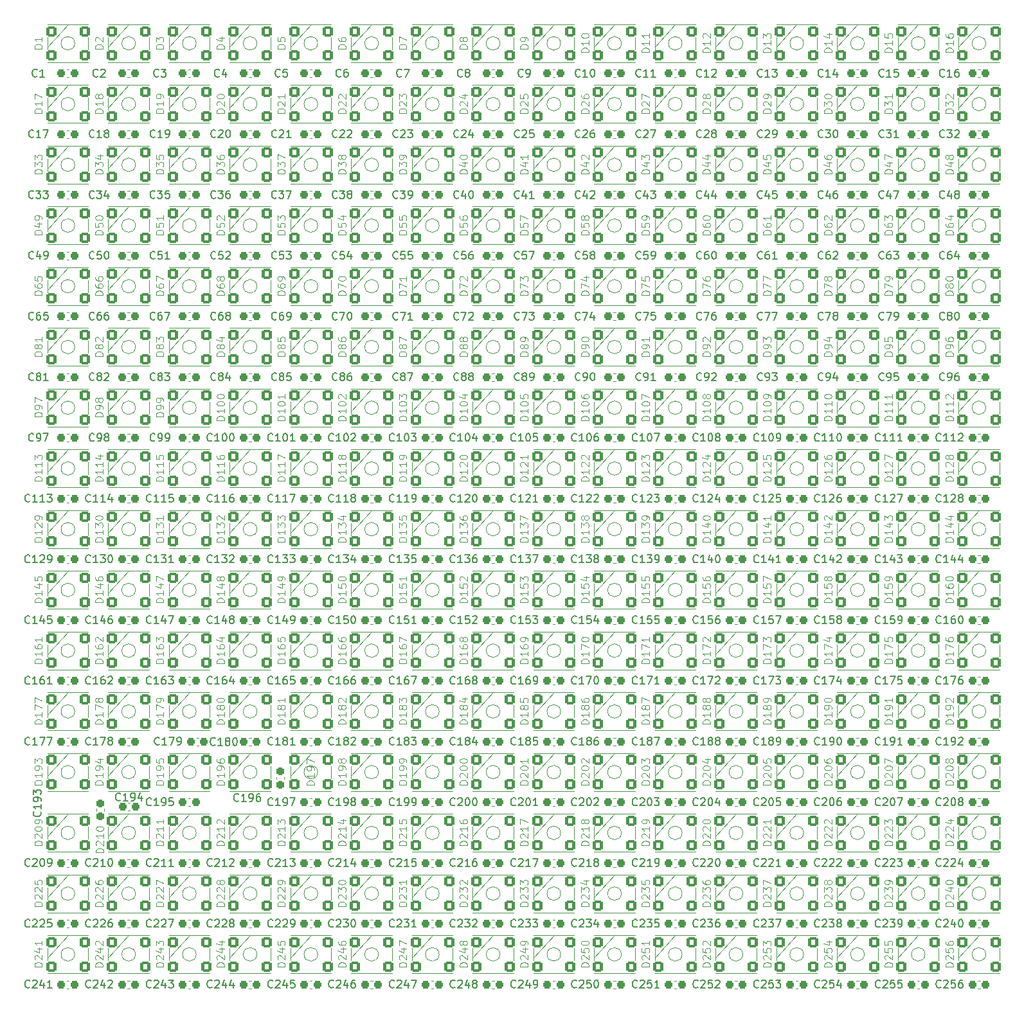
<source format=gbr>
%TF.GenerationSoftware,KiCad,Pcbnew,9.0.2*%
%TF.CreationDate,2025-08-09T15:17:57-05:00*%
%TF.ProjectId,led_matrix,6c65645f-6d61-4747-9269-782e6b696361,rev?*%
%TF.SameCoordinates,Original*%
%TF.FileFunction,Legend,Top*%
%TF.FilePolarity,Positive*%
%FSLAX46Y46*%
G04 Gerber Fmt 4.6, Leading zero omitted, Abs format (unit mm)*
G04 Created by KiCad (PCBNEW 9.0.2) date 2025-08-09 15:17:57*
%MOMM*%
%LPD*%
G01*
G04 APERTURE LIST*
G04 Aperture macros list*
%AMRoundRect*
0 Rectangle with rounded corners*
0 $1 Rounding radius*
0 $2 $3 $4 $5 $6 $7 $8 $9 X,Y pos of 4 corners*
0 Add a 4 corners polygon primitive as box body*
4,1,4,$2,$3,$4,$5,$6,$7,$8,$9,$2,$3,0*
0 Add four circle primitives for the rounded corners*
1,1,$1+$1,$2,$3*
1,1,$1+$1,$4,$5*
1,1,$1+$1,$6,$7*
1,1,$1+$1,$8,$9*
0 Add four rect primitives between the rounded corners*
20,1,$1+$1,$2,$3,$4,$5,0*
20,1,$1+$1,$4,$5,$6,$7,0*
20,1,$1+$1,$6,$7,$8,$9,0*
20,1,$1+$1,$8,$9,$2,$3,0*%
G04 Aperture macros list end*
%ADD10C,0.152400*%
%ADD11C,0.100000*%
%ADD12C,0.120000*%
%ADD13RoundRect,0.237500X0.300000X0.237500X-0.300000X0.237500X-0.300000X-0.237500X0.300000X-0.237500X0*%
%ADD14RoundRect,0.195000X0.455000X0.505000X-0.455000X0.505000X-0.455000X-0.505000X0.455000X-0.505000X0*%
%ADD15RoundRect,0.237500X0.237500X-0.300000X0.237500X0.300000X-0.237500X0.300000X-0.237500X-0.300000X0*%
%ADD16RoundRect,0.237500X-0.237500X0.300000X-0.237500X-0.300000X0.237500X-0.300000X0.237500X0.300000X0*%
G04 APERTURE END LIST*
D10*
X110460657Y-45339934D02*
X110412276Y-45388315D01*
X110412276Y-45388315D02*
X110267133Y-45436695D01*
X110267133Y-45436695D02*
X110170371Y-45436695D01*
X110170371Y-45436695D02*
X110025228Y-45388315D01*
X110025228Y-45388315D02*
X109928466Y-45291553D01*
X109928466Y-45291553D02*
X109880085Y-45194791D01*
X109880085Y-45194791D02*
X109831704Y-45001267D01*
X109831704Y-45001267D02*
X109831704Y-44856124D01*
X109831704Y-44856124D02*
X109880085Y-44662600D01*
X109880085Y-44662600D02*
X109928466Y-44565838D01*
X109928466Y-44565838D02*
X110025228Y-44469076D01*
X110025228Y-44469076D02*
X110170371Y-44420695D01*
X110170371Y-44420695D02*
X110267133Y-44420695D01*
X110267133Y-44420695D02*
X110412276Y-44469076D01*
X110412276Y-44469076D02*
X110460657Y-44517457D01*
X110847704Y-44517457D02*
X110896085Y-44469076D01*
X110896085Y-44469076D02*
X110992847Y-44420695D01*
X110992847Y-44420695D02*
X111234752Y-44420695D01*
X111234752Y-44420695D02*
X111331514Y-44469076D01*
X111331514Y-44469076D02*
X111379895Y-44517457D01*
X111379895Y-44517457D02*
X111428276Y-44614219D01*
X111428276Y-44614219D02*
X111428276Y-44710981D01*
X111428276Y-44710981D02*
X111379895Y-44856124D01*
X111379895Y-44856124D02*
X110799323Y-45436695D01*
X110799323Y-45436695D02*
X111428276Y-45436695D01*
X112347514Y-44420695D02*
X111863704Y-44420695D01*
X111863704Y-44420695D02*
X111815323Y-44904505D01*
X111815323Y-44904505D02*
X111863704Y-44856124D01*
X111863704Y-44856124D02*
X111960466Y-44807743D01*
X111960466Y-44807743D02*
X112202371Y-44807743D01*
X112202371Y-44807743D02*
X112299133Y-44856124D01*
X112299133Y-44856124D02*
X112347514Y-44904505D01*
X112347514Y-44904505D02*
X112395895Y-45001267D01*
X112395895Y-45001267D02*
X112395895Y-45243172D01*
X112395895Y-45243172D02*
X112347514Y-45339934D01*
X112347514Y-45339934D02*
X112299133Y-45388315D01*
X112299133Y-45388315D02*
X112202371Y-45436695D01*
X112202371Y-45436695D02*
X111960466Y-45436695D01*
X111960466Y-45436695D02*
X111863704Y-45388315D01*
X111863704Y-45388315D02*
X111815323Y-45339934D01*
D11*
X103596619Y-98659675D02*
X102596619Y-98659675D01*
X102596619Y-98659675D02*
X102596619Y-98421580D01*
X102596619Y-98421580D02*
X102644238Y-98278723D01*
X102644238Y-98278723D02*
X102739476Y-98183485D01*
X102739476Y-98183485D02*
X102834714Y-98135866D01*
X102834714Y-98135866D02*
X103025190Y-98088247D01*
X103025190Y-98088247D02*
X103168047Y-98088247D01*
X103168047Y-98088247D02*
X103358523Y-98135866D01*
X103358523Y-98135866D02*
X103453761Y-98183485D01*
X103453761Y-98183485D02*
X103549000Y-98278723D01*
X103549000Y-98278723D02*
X103596619Y-98421580D01*
X103596619Y-98421580D02*
X103596619Y-98659675D01*
X103596619Y-97135866D02*
X103596619Y-97707294D01*
X103596619Y-97421580D02*
X102596619Y-97421580D01*
X102596619Y-97421580D02*
X102739476Y-97516818D01*
X102739476Y-97516818D02*
X102834714Y-97612056D01*
X102834714Y-97612056D02*
X102882333Y-97707294D01*
X102596619Y-96802532D02*
X102596619Y-96183485D01*
X102596619Y-96183485D02*
X102977571Y-96516818D01*
X102977571Y-96516818D02*
X102977571Y-96373961D01*
X102977571Y-96373961D02*
X103025190Y-96278723D01*
X103025190Y-96278723D02*
X103072809Y-96231104D01*
X103072809Y-96231104D02*
X103168047Y-96183485D01*
X103168047Y-96183485D02*
X103406142Y-96183485D01*
X103406142Y-96183485D02*
X103501380Y-96231104D01*
X103501380Y-96231104D02*
X103549000Y-96278723D01*
X103549000Y-96278723D02*
X103596619Y-96373961D01*
X103596619Y-96373961D02*
X103596619Y-96659675D01*
X103596619Y-96659675D02*
X103549000Y-96754913D01*
X103549000Y-96754913D02*
X103501380Y-96802532D01*
X102596619Y-95326342D02*
X102596619Y-95516818D01*
X102596619Y-95516818D02*
X102644238Y-95612056D01*
X102644238Y-95612056D02*
X102691857Y-95659675D01*
X102691857Y-95659675D02*
X102834714Y-95754913D01*
X102834714Y-95754913D02*
X103025190Y-95802532D01*
X103025190Y-95802532D02*
X103406142Y-95802532D01*
X103406142Y-95802532D02*
X103501380Y-95754913D01*
X103501380Y-95754913D02*
X103549000Y-95707294D01*
X103549000Y-95707294D02*
X103596619Y-95612056D01*
X103596619Y-95612056D02*
X103596619Y-95421580D01*
X103596619Y-95421580D02*
X103549000Y-95326342D01*
X103549000Y-95326342D02*
X103501380Y-95278723D01*
X103501380Y-95278723D02*
X103406142Y-95231104D01*
X103406142Y-95231104D02*
X103168047Y-95231104D01*
X103168047Y-95231104D02*
X103072809Y-95278723D01*
X103072809Y-95278723D02*
X103025190Y-95326342D01*
X103025190Y-95326342D02*
X102977571Y-95421580D01*
X102977571Y-95421580D02*
X102977571Y-95612056D01*
X102977571Y-95612056D02*
X103025190Y-95707294D01*
X103025190Y-95707294D02*
X103072809Y-95754913D01*
X103072809Y-95754913D02*
X103168047Y-95802532D01*
D10*
X150460657Y-37339934D02*
X150412276Y-37388315D01*
X150412276Y-37388315D02*
X150267133Y-37436695D01*
X150267133Y-37436695D02*
X150170371Y-37436695D01*
X150170371Y-37436695D02*
X150025228Y-37388315D01*
X150025228Y-37388315D02*
X149928466Y-37291553D01*
X149928466Y-37291553D02*
X149880085Y-37194791D01*
X149880085Y-37194791D02*
X149831704Y-37001267D01*
X149831704Y-37001267D02*
X149831704Y-36856124D01*
X149831704Y-36856124D02*
X149880085Y-36662600D01*
X149880085Y-36662600D02*
X149928466Y-36565838D01*
X149928466Y-36565838D02*
X150025228Y-36469076D01*
X150025228Y-36469076D02*
X150170371Y-36420695D01*
X150170371Y-36420695D02*
X150267133Y-36420695D01*
X150267133Y-36420695D02*
X150412276Y-36469076D01*
X150412276Y-36469076D02*
X150460657Y-36517457D01*
X151428276Y-37436695D02*
X150847704Y-37436695D01*
X151137990Y-37436695D02*
X151137990Y-36420695D01*
X151137990Y-36420695D02*
X151041228Y-36565838D01*
X151041228Y-36565838D02*
X150944466Y-36662600D01*
X150944466Y-36662600D02*
X150847704Y-36710981D01*
X152299133Y-36759362D02*
X152299133Y-37436695D01*
X152057228Y-36372315D02*
X151815323Y-37098029D01*
X151815323Y-37098029D02*
X152444276Y-37098029D01*
D11*
X127596619Y-146659675D02*
X126596619Y-146659675D01*
X126596619Y-146659675D02*
X126596619Y-146421580D01*
X126596619Y-146421580D02*
X126644238Y-146278723D01*
X126644238Y-146278723D02*
X126739476Y-146183485D01*
X126739476Y-146183485D02*
X126834714Y-146135866D01*
X126834714Y-146135866D02*
X127025190Y-146088247D01*
X127025190Y-146088247D02*
X127168047Y-146088247D01*
X127168047Y-146088247D02*
X127358523Y-146135866D01*
X127358523Y-146135866D02*
X127453761Y-146183485D01*
X127453761Y-146183485D02*
X127549000Y-146278723D01*
X127549000Y-146278723D02*
X127596619Y-146421580D01*
X127596619Y-146421580D02*
X127596619Y-146659675D01*
X126691857Y-145707294D02*
X126644238Y-145659675D01*
X126644238Y-145659675D02*
X126596619Y-145564437D01*
X126596619Y-145564437D02*
X126596619Y-145326342D01*
X126596619Y-145326342D02*
X126644238Y-145231104D01*
X126644238Y-145231104D02*
X126691857Y-145183485D01*
X126691857Y-145183485D02*
X126787095Y-145135866D01*
X126787095Y-145135866D02*
X126882333Y-145135866D01*
X126882333Y-145135866D02*
X127025190Y-145183485D01*
X127025190Y-145183485D02*
X127596619Y-145754913D01*
X127596619Y-145754913D02*
X127596619Y-145135866D01*
X126596619Y-144802532D02*
X126596619Y-144183485D01*
X126596619Y-144183485D02*
X126977571Y-144516818D01*
X126977571Y-144516818D02*
X126977571Y-144373961D01*
X126977571Y-144373961D02*
X127025190Y-144278723D01*
X127025190Y-144278723D02*
X127072809Y-144231104D01*
X127072809Y-144231104D02*
X127168047Y-144183485D01*
X127168047Y-144183485D02*
X127406142Y-144183485D01*
X127406142Y-144183485D02*
X127501380Y-144231104D01*
X127501380Y-144231104D02*
X127549000Y-144278723D01*
X127549000Y-144278723D02*
X127596619Y-144373961D01*
X127596619Y-144373961D02*
X127596619Y-144659675D01*
X127596619Y-144659675D02*
X127549000Y-144754913D01*
X127549000Y-144754913D02*
X127501380Y-144802532D01*
X126596619Y-143278723D02*
X126596619Y-143754913D01*
X126596619Y-143754913D02*
X127072809Y-143802532D01*
X127072809Y-143802532D02*
X127025190Y-143754913D01*
X127025190Y-143754913D02*
X126977571Y-143659675D01*
X126977571Y-143659675D02*
X126977571Y-143421580D01*
X126977571Y-143421580D02*
X127025190Y-143326342D01*
X127025190Y-143326342D02*
X127072809Y-143278723D01*
X127072809Y-143278723D02*
X127168047Y-143231104D01*
X127168047Y-143231104D02*
X127406142Y-143231104D01*
X127406142Y-143231104D02*
X127501380Y-143278723D01*
X127501380Y-143278723D02*
X127549000Y-143326342D01*
X127549000Y-143326342D02*
X127596619Y-143421580D01*
X127596619Y-143421580D02*
X127596619Y-143659675D01*
X127596619Y-143659675D02*
X127549000Y-143754913D01*
X127549000Y-143754913D02*
X127501380Y-143802532D01*
X151596619Y-90659675D02*
X150596619Y-90659675D01*
X150596619Y-90659675D02*
X150596619Y-90421580D01*
X150596619Y-90421580D02*
X150644238Y-90278723D01*
X150644238Y-90278723D02*
X150739476Y-90183485D01*
X150739476Y-90183485D02*
X150834714Y-90135866D01*
X150834714Y-90135866D02*
X151025190Y-90088247D01*
X151025190Y-90088247D02*
X151168047Y-90088247D01*
X151168047Y-90088247D02*
X151358523Y-90135866D01*
X151358523Y-90135866D02*
X151453761Y-90183485D01*
X151453761Y-90183485D02*
X151549000Y-90278723D01*
X151549000Y-90278723D02*
X151596619Y-90421580D01*
X151596619Y-90421580D02*
X151596619Y-90659675D01*
X151596619Y-89135866D02*
X151596619Y-89707294D01*
X151596619Y-89421580D02*
X150596619Y-89421580D01*
X150596619Y-89421580D02*
X150739476Y-89516818D01*
X150739476Y-89516818D02*
X150834714Y-89612056D01*
X150834714Y-89612056D02*
X150882333Y-89707294D01*
X150691857Y-88754913D02*
X150644238Y-88707294D01*
X150644238Y-88707294D02*
X150596619Y-88612056D01*
X150596619Y-88612056D02*
X150596619Y-88373961D01*
X150596619Y-88373961D02*
X150644238Y-88278723D01*
X150644238Y-88278723D02*
X150691857Y-88231104D01*
X150691857Y-88231104D02*
X150787095Y-88183485D01*
X150787095Y-88183485D02*
X150882333Y-88183485D01*
X150882333Y-88183485D02*
X151025190Y-88231104D01*
X151025190Y-88231104D02*
X151596619Y-88802532D01*
X151596619Y-88802532D02*
X151596619Y-88183485D01*
X150596619Y-87326342D02*
X150596619Y-87516818D01*
X150596619Y-87516818D02*
X150644238Y-87612056D01*
X150644238Y-87612056D02*
X150691857Y-87659675D01*
X150691857Y-87659675D02*
X150834714Y-87754913D01*
X150834714Y-87754913D02*
X151025190Y-87802532D01*
X151025190Y-87802532D02*
X151406142Y-87802532D01*
X151406142Y-87802532D02*
X151501380Y-87754913D01*
X151501380Y-87754913D02*
X151549000Y-87707294D01*
X151549000Y-87707294D02*
X151596619Y-87612056D01*
X151596619Y-87612056D02*
X151596619Y-87421580D01*
X151596619Y-87421580D02*
X151549000Y-87326342D01*
X151549000Y-87326342D02*
X151501380Y-87278723D01*
X151501380Y-87278723D02*
X151406142Y-87231104D01*
X151406142Y-87231104D02*
X151168047Y-87231104D01*
X151168047Y-87231104D02*
X151072809Y-87278723D01*
X151072809Y-87278723D02*
X151025190Y-87326342D01*
X151025190Y-87326342D02*
X150977571Y-87421580D01*
X150977571Y-87421580D02*
X150977571Y-87612056D01*
X150977571Y-87612056D02*
X151025190Y-87707294D01*
X151025190Y-87707294D02*
X151072809Y-87754913D01*
X151072809Y-87754913D02*
X151168047Y-87802532D01*
D10*
X125976848Y-117339934D02*
X125928467Y-117388315D01*
X125928467Y-117388315D02*
X125783324Y-117436695D01*
X125783324Y-117436695D02*
X125686562Y-117436695D01*
X125686562Y-117436695D02*
X125541419Y-117388315D01*
X125541419Y-117388315D02*
X125444657Y-117291553D01*
X125444657Y-117291553D02*
X125396276Y-117194791D01*
X125396276Y-117194791D02*
X125347895Y-117001267D01*
X125347895Y-117001267D02*
X125347895Y-116856124D01*
X125347895Y-116856124D02*
X125396276Y-116662600D01*
X125396276Y-116662600D02*
X125444657Y-116565838D01*
X125444657Y-116565838D02*
X125541419Y-116469076D01*
X125541419Y-116469076D02*
X125686562Y-116420695D01*
X125686562Y-116420695D02*
X125783324Y-116420695D01*
X125783324Y-116420695D02*
X125928467Y-116469076D01*
X125928467Y-116469076D02*
X125976848Y-116517457D01*
X126944467Y-117436695D02*
X126363895Y-117436695D01*
X126654181Y-117436695D02*
X126654181Y-116420695D01*
X126654181Y-116420695D02*
X126557419Y-116565838D01*
X126557419Y-116565838D02*
X126460657Y-116662600D01*
X126460657Y-116662600D02*
X126363895Y-116710981D01*
X127283133Y-116420695D02*
X127960467Y-116420695D01*
X127960467Y-116420695D02*
X127525038Y-117436695D01*
X128879705Y-117436695D02*
X128299133Y-117436695D01*
X128589419Y-117436695D02*
X128589419Y-116420695D01*
X128589419Y-116420695D02*
X128492657Y-116565838D01*
X128492657Y-116565838D02*
X128395895Y-116662600D01*
X128395895Y-116662600D02*
X128299133Y-116710981D01*
X45976848Y-125339934D02*
X45928467Y-125388315D01*
X45928467Y-125388315D02*
X45783324Y-125436695D01*
X45783324Y-125436695D02*
X45686562Y-125436695D01*
X45686562Y-125436695D02*
X45541419Y-125388315D01*
X45541419Y-125388315D02*
X45444657Y-125291553D01*
X45444657Y-125291553D02*
X45396276Y-125194791D01*
X45396276Y-125194791D02*
X45347895Y-125001267D01*
X45347895Y-125001267D02*
X45347895Y-124856124D01*
X45347895Y-124856124D02*
X45396276Y-124662600D01*
X45396276Y-124662600D02*
X45444657Y-124565838D01*
X45444657Y-124565838D02*
X45541419Y-124469076D01*
X45541419Y-124469076D02*
X45686562Y-124420695D01*
X45686562Y-124420695D02*
X45783324Y-124420695D01*
X45783324Y-124420695D02*
X45928467Y-124469076D01*
X45928467Y-124469076D02*
X45976848Y-124517457D01*
X46944467Y-125436695D02*
X46363895Y-125436695D01*
X46654181Y-125436695D02*
X46654181Y-124420695D01*
X46654181Y-124420695D02*
X46557419Y-124565838D01*
X46557419Y-124565838D02*
X46460657Y-124662600D01*
X46460657Y-124662600D02*
X46363895Y-124710981D01*
X47283133Y-124420695D02*
X47960467Y-124420695D01*
X47960467Y-124420695D02*
X47525038Y-125436695D01*
X48250752Y-124420695D02*
X48928086Y-124420695D01*
X48928086Y-124420695D02*
X48492657Y-125436695D01*
X142460657Y-61339934D02*
X142412276Y-61388315D01*
X142412276Y-61388315D02*
X142267133Y-61436695D01*
X142267133Y-61436695D02*
X142170371Y-61436695D01*
X142170371Y-61436695D02*
X142025228Y-61388315D01*
X142025228Y-61388315D02*
X141928466Y-61291553D01*
X141928466Y-61291553D02*
X141880085Y-61194791D01*
X141880085Y-61194791D02*
X141831704Y-61001267D01*
X141831704Y-61001267D02*
X141831704Y-60856124D01*
X141831704Y-60856124D02*
X141880085Y-60662600D01*
X141880085Y-60662600D02*
X141928466Y-60565838D01*
X141928466Y-60565838D02*
X142025228Y-60469076D01*
X142025228Y-60469076D02*
X142170371Y-60420695D01*
X142170371Y-60420695D02*
X142267133Y-60420695D01*
X142267133Y-60420695D02*
X142412276Y-60469076D01*
X142412276Y-60469076D02*
X142460657Y-60517457D01*
X143331514Y-60420695D02*
X143137990Y-60420695D01*
X143137990Y-60420695D02*
X143041228Y-60469076D01*
X143041228Y-60469076D02*
X142992847Y-60517457D01*
X142992847Y-60517457D02*
X142896085Y-60662600D01*
X142896085Y-60662600D02*
X142847704Y-60856124D01*
X142847704Y-60856124D02*
X142847704Y-61243172D01*
X142847704Y-61243172D02*
X142896085Y-61339934D01*
X142896085Y-61339934D02*
X142944466Y-61388315D01*
X142944466Y-61388315D02*
X143041228Y-61436695D01*
X143041228Y-61436695D02*
X143234752Y-61436695D01*
X143234752Y-61436695D02*
X143331514Y-61388315D01*
X143331514Y-61388315D02*
X143379895Y-61339934D01*
X143379895Y-61339934D02*
X143428276Y-61243172D01*
X143428276Y-61243172D02*
X143428276Y-61001267D01*
X143428276Y-61001267D02*
X143379895Y-60904505D01*
X143379895Y-60904505D02*
X143331514Y-60856124D01*
X143331514Y-60856124D02*
X143234752Y-60807743D01*
X143234752Y-60807743D02*
X143041228Y-60807743D01*
X143041228Y-60807743D02*
X142944466Y-60856124D01*
X142944466Y-60856124D02*
X142896085Y-60904505D01*
X142896085Y-60904505D02*
X142847704Y-61001267D01*
X144395895Y-61436695D02*
X143815323Y-61436695D01*
X144105609Y-61436695D02*
X144105609Y-60420695D01*
X144105609Y-60420695D02*
X144008847Y-60565838D01*
X144008847Y-60565838D02*
X143912085Y-60662600D01*
X143912085Y-60662600D02*
X143815323Y-60710981D01*
D11*
X55596619Y-90659675D02*
X54596619Y-90659675D01*
X54596619Y-90659675D02*
X54596619Y-90421580D01*
X54596619Y-90421580D02*
X54644238Y-90278723D01*
X54644238Y-90278723D02*
X54739476Y-90183485D01*
X54739476Y-90183485D02*
X54834714Y-90135866D01*
X54834714Y-90135866D02*
X55025190Y-90088247D01*
X55025190Y-90088247D02*
X55168047Y-90088247D01*
X55168047Y-90088247D02*
X55358523Y-90135866D01*
X55358523Y-90135866D02*
X55453761Y-90183485D01*
X55453761Y-90183485D02*
X55549000Y-90278723D01*
X55549000Y-90278723D02*
X55596619Y-90421580D01*
X55596619Y-90421580D02*
X55596619Y-90659675D01*
X55596619Y-89135866D02*
X55596619Y-89707294D01*
X55596619Y-89421580D02*
X54596619Y-89421580D01*
X54596619Y-89421580D02*
X54739476Y-89516818D01*
X54739476Y-89516818D02*
X54834714Y-89612056D01*
X54834714Y-89612056D02*
X54882333Y-89707294D01*
X55596619Y-88183485D02*
X55596619Y-88754913D01*
X55596619Y-88469199D02*
X54596619Y-88469199D01*
X54596619Y-88469199D02*
X54739476Y-88564437D01*
X54739476Y-88564437D02*
X54834714Y-88659675D01*
X54834714Y-88659675D02*
X54882333Y-88754913D01*
X54929952Y-87326342D02*
X55596619Y-87326342D01*
X54549000Y-87564437D02*
X55263285Y-87802532D01*
X55263285Y-87802532D02*
X55263285Y-87183485D01*
D10*
X141976848Y-125339934D02*
X141928467Y-125388315D01*
X141928467Y-125388315D02*
X141783324Y-125436695D01*
X141783324Y-125436695D02*
X141686562Y-125436695D01*
X141686562Y-125436695D02*
X141541419Y-125388315D01*
X141541419Y-125388315D02*
X141444657Y-125291553D01*
X141444657Y-125291553D02*
X141396276Y-125194791D01*
X141396276Y-125194791D02*
X141347895Y-125001267D01*
X141347895Y-125001267D02*
X141347895Y-124856124D01*
X141347895Y-124856124D02*
X141396276Y-124662600D01*
X141396276Y-124662600D02*
X141444657Y-124565838D01*
X141444657Y-124565838D02*
X141541419Y-124469076D01*
X141541419Y-124469076D02*
X141686562Y-124420695D01*
X141686562Y-124420695D02*
X141783324Y-124420695D01*
X141783324Y-124420695D02*
X141928467Y-124469076D01*
X141928467Y-124469076D02*
X141976848Y-124517457D01*
X142944467Y-125436695D02*
X142363895Y-125436695D01*
X142654181Y-125436695D02*
X142654181Y-124420695D01*
X142654181Y-124420695D02*
X142557419Y-124565838D01*
X142557419Y-124565838D02*
X142460657Y-124662600D01*
X142460657Y-124662600D02*
X142363895Y-124710981D01*
X143525038Y-124856124D02*
X143428276Y-124807743D01*
X143428276Y-124807743D02*
X143379895Y-124759362D01*
X143379895Y-124759362D02*
X143331514Y-124662600D01*
X143331514Y-124662600D02*
X143331514Y-124614219D01*
X143331514Y-124614219D02*
X143379895Y-124517457D01*
X143379895Y-124517457D02*
X143428276Y-124469076D01*
X143428276Y-124469076D02*
X143525038Y-124420695D01*
X143525038Y-124420695D02*
X143718562Y-124420695D01*
X143718562Y-124420695D02*
X143815324Y-124469076D01*
X143815324Y-124469076D02*
X143863705Y-124517457D01*
X143863705Y-124517457D02*
X143912086Y-124614219D01*
X143912086Y-124614219D02*
X143912086Y-124662600D01*
X143912086Y-124662600D02*
X143863705Y-124759362D01*
X143863705Y-124759362D02*
X143815324Y-124807743D01*
X143815324Y-124807743D02*
X143718562Y-124856124D01*
X143718562Y-124856124D02*
X143525038Y-124856124D01*
X143525038Y-124856124D02*
X143428276Y-124904505D01*
X143428276Y-124904505D02*
X143379895Y-124952886D01*
X143379895Y-124952886D02*
X143331514Y-125049648D01*
X143331514Y-125049648D02*
X143331514Y-125243172D01*
X143331514Y-125243172D02*
X143379895Y-125339934D01*
X143379895Y-125339934D02*
X143428276Y-125388315D01*
X143428276Y-125388315D02*
X143525038Y-125436695D01*
X143525038Y-125436695D02*
X143718562Y-125436695D01*
X143718562Y-125436695D02*
X143815324Y-125388315D01*
X143815324Y-125388315D02*
X143863705Y-125339934D01*
X143863705Y-125339934D02*
X143912086Y-125243172D01*
X143912086Y-125243172D02*
X143912086Y-125049648D01*
X143912086Y-125049648D02*
X143863705Y-124952886D01*
X143863705Y-124952886D02*
X143815324Y-124904505D01*
X143815324Y-124904505D02*
X143718562Y-124856124D01*
X144395895Y-125436695D02*
X144589419Y-125436695D01*
X144589419Y-125436695D02*
X144686181Y-125388315D01*
X144686181Y-125388315D02*
X144734562Y-125339934D01*
X144734562Y-125339934D02*
X144831324Y-125194791D01*
X144831324Y-125194791D02*
X144879705Y-125001267D01*
X144879705Y-125001267D02*
X144879705Y-124614219D01*
X144879705Y-124614219D02*
X144831324Y-124517457D01*
X144831324Y-124517457D02*
X144782943Y-124469076D01*
X144782943Y-124469076D02*
X144686181Y-124420695D01*
X144686181Y-124420695D02*
X144492657Y-124420695D01*
X144492657Y-124420695D02*
X144395895Y-124469076D01*
X144395895Y-124469076D02*
X144347514Y-124517457D01*
X144347514Y-124517457D02*
X144299133Y-124614219D01*
X144299133Y-124614219D02*
X144299133Y-124856124D01*
X144299133Y-124856124D02*
X144347514Y-124952886D01*
X144347514Y-124952886D02*
X144395895Y-125001267D01*
X144395895Y-125001267D02*
X144492657Y-125049648D01*
X144492657Y-125049648D02*
X144686181Y-125049648D01*
X144686181Y-125049648D02*
X144782943Y-125001267D01*
X144782943Y-125001267D02*
X144831324Y-124952886D01*
X144831324Y-124952886D02*
X144879705Y-124856124D01*
D11*
X159596619Y-138659675D02*
X158596619Y-138659675D01*
X158596619Y-138659675D02*
X158596619Y-138421580D01*
X158596619Y-138421580D02*
X158644238Y-138278723D01*
X158644238Y-138278723D02*
X158739476Y-138183485D01*
X158739476Y-138183485D02*
X158834714Y-138135866D01*
X158834714Y-138135866D02*
X159025190Y-138088247D01*
X159025190Y-138088247D02*
X159168047Y-138088247D01*
X159168047Y-138088247D02*
X159358523Y-138135866D01*
X159358523Y-138135866D02*
X159453761Y-138183485D01*
X159453761Y-138183485D02*
X159549000Y-138278723D01*
X159549000Y-138278723D02*
X159596619Y-138421580D01*
X159596619Y-138421580D02*
X159596619Y-138659675D01*
X158691857Y-137707294D02*
X158644238Y-137659675D01*
X158644238Y-137659675D02*
X158596619Y-137564437D01*
X158596619Y-137564437D02*
X158596619Y-137326342D01*
X158596619Y-137326342D02*
X158644238Y-137231104D01*
X158644238Y-137231104D02*
X158691857Y-137183485D01*
X158691857Y-137183485D02*
X158787095Y-137135866D01*
X158787095Y-137135866D02*
X158882333Y-137135866D01*
X158882333Y-137135866D02*
X159025190Y-137183485D01*
X159025190Y-137183485D02*
X159596619Y-137754913D01*
X159596619Y-137754913D02*
X159596619Y-137135866D01*
X158691857Y-136754913D02*
X158644238Y-136707294D01*
X158644238Y-136707294D02*
X158596619Y-136612056D01*
X158596619Y-136612056D02*
X158596619Y-136373961D01*
X158596619Y-136373961D02*
X158644238Y-136278723D01*
X158644238Y-136278723D02*
X158691857Y-136231104D01*
X158691857Y-136231104D02*
X158787095Y-136183485D01*
X158787095Y-136183485D02*
X158882333Y-136183485D01*
X158882333Y-136183485D02*
X159025190Y-136231104D01*
X159025190Y-136231104D02*
X159596619Y-136802532D01*
X159596619Y-136802532D02*
X159596619Y-136183485D01*
X158596619Y-135850151D02*
X158596619Y-135231104D01*
X158596619Y-135231104D02*
X158977571Y-135564437D01*
X158977571Y-135564437D02*
X158977571Y-135421580D01*
X158977571Y-135421580D02*
X159025190Y-135326342D01*
X159025190Y-135326342D02*
X159072809Y-135278723D01*
X159072809Y-135278723D02*
X159168047Y-135231104D01*
X159168047Y-135231104D02*
X159406142Y-135231104D01*
X159406142Y-135231104D02*
X159501380Y-135278723D01*
X159501380Y-135278723D02*
X159549000Y-135326342D01*
X159549000Y-135326342D02*
X159596619Y-135421580D01*
X159596619Y-135421580D02*
X159596619Y-135707294D01*
X159596619Y-135707294D02*
X159549000Y-135802532D01*
X159549000Y-135802532D02*
X159501380Y-135850151D01*
D10*
X77976848Y-157339934D02*
X77928467Y-157388315D01*
X77928467Y-157388315D02*
X77783324Y-157436695D01*
X77783324Y-157436695D02*
X77686562Y-157436695D01*
X77686562Y-157436695D02*
X77541419Y-157388315D01*
X77541419Y-157388315D02*
X77444657Y-157291553D01*
X77444657Y-157291553D02*
X77396276Y-157194791D01*
X77396276Y-157194791D02*
X77347895Y-157001267D01*
X77347895Y-157001267D02*
X77347895Y-156856124D01*
X77347895Y-156856124D02*
X77396276Y-156662600D01*
X77396276Y-156662600D02*
X77444657Y-156565838D01*
X77444657Y-156565838D02*
X77541419Y-156469076D01*
X77541419Y-156469076D02*
X77686562Y-156420695D01*
X77686562Y-156420695D02*
X77783324Y-156420695D01*
X77783324Y-156420695D02*
X77928467Y-156469076D01*
X77928467Y-156469076D02*
X77976848Y-156517457D01*
X78363895Y-156517457D02*
X78412276Y-156469076D01*
X78412276Y-156469076D02*
X78509038Y-156420695D01*
X78509038Y-156420695D02*
X78750943Y-156420695D01*
X78750943Y-156420695D02*
X78847705Y-156469076D01*
X78847705Y-156469076D02*
X78896086Y-156517457D01*
X78896086Y-156517457D02*
X78944467Y-156614219D01*
X78944467Y-156614219D02*
X78944467Y-156710981D01*
X78944467Y-156710981D02*
X78896086Y-156856124D01*
X78896086Y-156856124D02*
X78315514Y-157436695D01*
X78315514Y-157436695D02*
X78944467Y-157436695D01*
X79815324Y-156759362D02*
X79815324Y-157436695D01*
X79573419Y-156372315D02*
X79331514Y-157098029D01*
X79331514Y-157098029D02*
X79960467Y-157098029D01*
X80831324Y-156420695D02*
X80347514Y-156420695D01*
X80347514Y-156420695D02*
X80299133Y-156904505D01*
X80299133Y-156904505D02*
X80347514Y-156856124D01*
X80347514Y-156856124D02*
X80444276Y-156807743D01*
X80444276Y-156807743D02*
X80686181Y-156807743D01*
X80686181Y-156807743D02*
X80782943Y-156856124D01*
X80782943Y-156856124D02*
X80831324Y-156904505D01*
X80831324Y-156904505D02*
X80879705Y-157001267D01*
X80879705Y-157001267D02*
X80879705Y-157243172D01*
X80879705Y-157243172D02*
X80831324Y-157339934D01*
X80831324Y-157339934D02*
X80782943Y-157388315D01*
X80782943Y-157388315D02*
X80686181Y-157436695D01*
X80686181Y-157436695D02*
X80444276Y-157436695D01*
X80444276Y-157436695D02*
X80347514Y-157388315D01*
X80347514Y-157388315D02*
X80299133Y-157339934D01*
X134460657Y-53339934D02*
X134412276Y-53388315D01*
X134412276Y-53388315D02*
X134267133Y-53436695D01*
X134267133Y-53436695D02*
X134170371Y-53436695D01*
X134170371Y-53436695D02*
X134025228Y-53388315D01*
X134025228Y-53388315D02*
X133928466Y-53291553D01*
X133928466Y-53291553D02*
X133880085Y-53194791D01*
X133880085Y-53194791D02*
X133831704Y-53001267D01*
X133831704Y-53001267D02*
X133831704Y-52856124D01*
X133831704Y-52856124D02*
X133880085Y-52662600D01*
X133880085Y-52662600D02*
X133928466Y-52565838D01*
X133928466Y-52565838D02*
X134025228Y-52469076D01*
X134025228Y-52469076D02*
X134170371Y-52420695D01*
X134170371Y-52420695D02*
X134267133Y-52420695D01*
X134267133Y-52420695D02*
X134412276Y-52469076D01*
X134412276Y-52469076D02*
X134460657Y-52517457D01*
X135331514Y-52759362D02*
X135331514Y-53436695D01*
X135089609Y-52372315D02*
X134847704Y-53098029D01*
X134847704Y-53098029D02*
X135476657Y-53098029D01*
X136299133Y-52759362D02*
X136299133Y-53436695D01*
X136057228Y-52372315D02*
X135815323Y-53098029D01*
X135815323Y-53098029D02*
X136444276Y-53098029D01*
D11*
X55596619Y-50183485D02*
X54596619Y-50183485D01*
X54596619Y-50183485D02*
X54596619Y-49945390D01*
X54596619Y-49945390D02*
X54644238Y-49802533D01*
X54644238Y-49802533D02*
X54739476Y-49707295D01*
X54739476Y-49707295D02*
X54834714Y-49659676D01*
X54834714Y-49659676D02*
X55025190Y-49612057D01*
X55025190Y-49612057D02*
X55168047Y-49612057D01*
X55168047Y-49612057D02*
X55358523Y-49659676D01*
X55358523Y-49659676D02*
X55453761Y-49707295D01*
X55453761Y-49707295D02*
X55549000Y-49802533D01*
X55549000Y-49802533D02*
X55596619Y-49945390D01*
X55596619Y-49945390D02*
X55596619Y-50183485D01*
X54596619Y-49278723D02*
X54596619Y-48659676D01*
X54596619Y-48659676D02*
X54977571Y-48993009D01*
X54977571Y-48993009D02*
X54977571Y-48850152D01*
X54977571Y-48850152D02*
X55025190Y-48754914D01*
X55025190Y-48754914D02*
X55072809Y-48707295D01*
X55072809Y-48707295D02*
X55168047Y-48659676D01*
X55168047Y-48659676D02*
X55406142Y-48659676D01*
X55406142Y-48659676D02*
X55501380Y-48707295D01*
X55501380Y-48707295D02*
X55549000Y-48754914D01*
X55549000Y-48754914D02*
X55596619Y-48850152D01*
X55596619Y-48850152D02*
X55596619Y-49135866D01*
X55596619Y-49135866D02*
X55549000Y-49231104D01*
X55549000Y-49231104D02*
X55501380Y-49278723D01*
X54929952Y-47802533D02*
X55596619Y-47802533D01*
X54549000Y-48040628D02*
X55263285Y-48278723D01*
X55263285Y-48278723D02*
X55263285Y-47659676D01*
X159596619Y-82659675D02*
X158596619Y-82659675D01*
X158596619Y-82659675D02*
X158596619Y-82421580D01*
X158596619Y-82421580D02*
X158644238Y-82278723D01*
X158644238Y-82278723D02*
X158739476Y-82183485D01*
X158739476Y-82183485D02*
X158834714Y-82135866D01*
X158834714Y-82135866D02*
X159025190Y-82088247D01*
X159025190Y-82088247D02*
X159168047Y-82088247D01*
X159168047Y-82088247D02*
X159358523Y-82135866D01*
X159358523Y-82135866D02*
X159453761Y-82183485D01*
X159453761Y-82183485D02*
X159549000Y-82278723D01*
X159549000Y-82278723D02*
X159596619Y-82421580D01*
X159596619Y-82421580D02*
X159596619Y-82659675D01*
X159596619Y-81135866D02*
X159596619Y-81707294D01*
X159596619Y-81421580D02*
X158596619Y-81421580D01*
X158596619Y-81421580D02*
X158739476Y-81516818D01*
X158739476Y-81516818D02*
X158834714Y-81612056D01*
X158834714Y-81612056D02*
X158882333Y-81707294D01*
X159596619Y-80183485D02*
X159596619Y-80754913D01*
X159596619Y-80469199D02*
X158596619Y-80469199D01*
X158596619Y-80469199D02*
X158739476Y-80564437D01*
X158739476Y-80564437D02*
X158834714Y-80659675D01*
X158834714Y-80659675D02*
X158882333Y-80754913D01*
X159596619Y-79231104D02*
X159596619Y-79802532D01*
X159596619Y-79516818D02*
X158596619Y-79516818D01*
X158596619Y-79516818D02*
X158739476Y-79612056D01*
X158739476Y-79612056D02*
X158834714Y-79707294D01*
X158834714Y-79707294D02*
X158882333Y-79802532D01*
D10*
X46460657Y-61339934D02*
X46412276Y-61388315D01*
X46412276Y-61388315D02*
X46267133Y-61436695D01*
X46267133Y-61436695D02*
X46170371Y-61436695D01*
X46170371Y-61436695D02*
X46025228Y-61388315D01*
X46025228Y-61388315D02*
X45928466Y-61291553D01*
X45928466Y-61291553D02*
X45880085Y-61194791D01*
X45880085Y-61194791D02*
X45831704Y-61001267D01*
X45831704Y-61001267D02*
X45831704Y-60856124D01*
X45831704Y-60856124D02*
X45880085Y-60662600D01*
X45880085Y-60662600D02*
X45928466Y-60565838D01*
X45928466Y-60565838D02*
X46025228Y-60469076D01*
X46025228Y-60469076D02*
X46170371Y-60420695D01*
X46170371Y-60420695D02*
X46267133Y-60420695D01*
X46267133Y-60420695D02*
X46412276Y-60469076D01*
X46412276Y-60469076D02*
X46460657Y-60517457D01*
X47331514Y-60759362D02*
X47331514Y-61436695D01*
X47089609Y-60372315D02*
X46847704Y-61098029D01*
X46847704Y-61098029D02*
X47476657Y-61098029D01*
X47912085Y-61436695D02*
X48105609Y-61436695D01*
X48105609Y-61436695D02*
X48202371Y-61388315D01*
X48202371Y-61388315D02*
X48250752Y-61339934D01*
X48250752Y-61339934D02*
X48347514Y-61194791D01*
X48347514Y-61194791D02*
X48395895Y-61001267D01*
X48395895Y-61001267D02*
X48395895Y-60614219D01*
X48395895Y-60614219D02*
X48347514Y-60517457D01*
X48347514Y-60517457D02*
X48299133Y-60469076D01*
X48299133Y-60469076D02*
X48202371Y-60420695D01*
X48202371Y-60420695D02*
X48008847Y-60420695D01*
X48008847Y-60420695D02*
X47912085Y-60469076D01*
X47912085Y-60469076D02*
X47863704Y-60517457D01*
X47863704Y-60517457D02*
X47815323Y-60614219D01*
X47815323Y-60614219D02*
X47815323Y-60856124D01*
X47815323Y-60856124D02*
X47863704Y-60952886D01*
X47863704Y-60952886D02*
X47912085Y-61001267D01*
X47912085Y-61001267D02*
X48008847Y-61049648D01*
X48008847Y-61049648D02*
X48202371Y-61049648D01*
X48202371Y-61049648D02*
X48299133Y-61001267D01*
X48299133Y-61001267D02*
X48347514Y-60952886D01*
X48347514Y-60952886D02*
X48395895Y-60856124D01*
D11*
X63596619Y-130659675D02*
X62596619Y-130659675D01*
X62596619Y-130659675D02*
X62596619Y-130421580D01*
X62596619Y-130421580D02*
X62644238Y-130278723D01*
X62644238Y-130278723D02*
X62739476Y-130183485D01*
X62739476Y-130183485D02*
X62834714Y-130135866D01*
X62834714Y-130135866D02*
X63025190Y-130088247D01*
X63025190Y-130088247D02*
X63168047Y-130088247D01*
X63168047Y-130088247D02*
X63358523Y-130135866D01*
X63358523Y-130135866D02*
X63453761Y-130183485D01*
X63453761Y-130183485D02*
X63549000Y-130278723D01*
X63549000Y-130278723D02*
X63596619Y-130421580D01*
X63596619Y-130421580D02*
X63596619Y-130659675D01*
X63596619Y-129135866D02*
X63596619Y-129707294D01*
X63596619Y-129421580D02*
X62596619Y-129421580D01*
X62596619Y-129421580D02*
X62739476Y-129516818D01*
X62739476Y-129516818D02*
X62834714Y-129612056D01*
X62834714Y-129612056D02*
X62882333Y-129707294D01*
X63596619Y-128659675D02*
X63596619Y-128469199D01*
X63596619Y-128469199D02*
X63549000Y-128373961D01*
X63549000Y-128373961D02*
X63501380Y-128326342D01*
X63501380Y-128326342D02*
X63358523Y-128231104D01*
X63358523Y-128231104D02*
X63168047Y-128183485D01*
X63168047Y-128183485D02*
X62787095Y-128183485D01*
X62787095Y-128183485D02*
X62691857Y-128231104D01*
X62691857Y-128231104D02*
X62644238Y-128278723D01*
X62644238Y-128278723D02*
X62596619Y-128373961D01*
X62596619Y-128373961D02*
X62596619Y-128564437D01*
X62596619Y-128564437D02*
X62644238Y-128659675D01*
X62644238Y-128659675D02*
X62691857Y-128707294D01*
X62691857Y-128707294D02*
X62787095Y-128754913D01*
X62787095Y-128754913D02*
X63025190Y-128754913D01*
X63025190Y-128754913D02*
X63120428Y-128707294D01*
X63120428Y-128707294D02*
X63168047Y-128659675D01*
X63168047Y-128659675D02*
X63215666Y-128564437D01*
X63215666Y-128564437D02*
X63215666Y-128373961D01*
X63215666Y-128373961D02*
X63168047Y-128278723D01*
X63168047Y-128278723D02*
X63120428Y-128231104D01*
X63120428Y-128231104D02*
X63025190Y-128183485D01*
X62596619Y-127278723D02*
X62596619Y-127754913D01*
X62596619Y-127754913D02*
X63072809Y-127802532D01*
X63072809Y-127802532D02*
X63025190Y-127754913D01*
X63025190Y-127754913D02*
X62977571Y-127659675D01*
X62977571Y-127659675D02*
X62977571Y-127421580D01*
X62977571Y-127421580D02*
X63025190Y-127326342D01*
X63025190Y-127326342D02*
X63072809Y-127278723D01*
X63072809Y-127278723D02*
X63168047Y-127231104D01*
X63168047Y-127231104D02*
X63406142Y-127231104D01*
X63406142Y-127231104D02*
X63501380Y-127278723D01*
X63501380Y-127278723D02*
X63549000Y-127326342D01*
X63549000Y-127326342D02*
X63596619Y-127421580D01*
X63596619Y-127421580D02*
X63596619Y-127659675D01*
X63596619Y-127659675D02*
X63549000Y-127754913D01*
X63549000Y-127754913D02*
X63501380Y-127802532D01*
D10*
X166460657Y-77339934D02*
X166412276Y-77388315D01*
X166412276Y-77388315D02*
X166267133Y-77436695D01*
X166267133Y-77436695D02*
X166170371Y-77436695D01*
X166170371Y-77436695D02*
X166025228Y-77388315D01*
X166025228Y-77388315D02*
X165928466Y-77291553D01*
X165928466Y-77291553D02*
X165880085Y-77194791D01*
X165880085Y-77194791D02*
X165831704Y-77001267D01*
X165831704Y-77001267D02*
X165831704Y-76856124D01*
X165831704Y-76856124D02*
X165880085Y-76662600D01*
X165880085Y-76662600D02*
X165928466Y-76565838D01*
X165928466Y-76565838D02*
X166025228Y-76469076D01*
X166025228Y-76469076D02*
X166170371Y-76420695D01*
X166170371Y-76420695D02*
X166267133Y-76420695D01*
X166267133Y-76420695D02*
X166412276Y-76469076D01*
X166412276Y-76469076D02*
X166460657Y-76517457D01*
X166944466Y-77436695D02*
X167137990Y-77436695D01*
X167137990Y-77436695D02*
X167234752Y-77388315D01*
X167234752Y-77388315D02*
X167283133Y-77339934D01*
X167283133Y-77339934D02*
X167379895Y-77194791D01*
X167379895Y-77194791D02*
X167428276Y-77001267D01*
X167428276Y-77001267D02*
X167428276Y-76614219D01*
X167428276Y-76614219D02*
X167379895Y-76517457D01*
X167379895Y-76517457D02*
X167331514Y-76469076D01*
X167331514Y-76469076D02*
X167234752Y-76420695D01*
X167234752Y-76420695D02*
X167041228Y-76420695D01*
X167041228Y-76420695D02*
X166944466Y-76469076D01*
X166944466Y-76469076D02*
X166896085Y-76517457D01*
X166896085Y-76517457D02*
X166847704Y-76614219D01*
X166847704Y-76614219D02*
X166847704Y-76856124D01*
X166847704Y-76856124D02*
X166896085Y-76952886D01*
X166896085Y-76952886D02*
X166944466Y-77001267D01*
X166944466Y-77001267D02*
X167041228Y-77049648D01*
X167041228Y-77049648D02*
X167234752Y-77049648D01*
X167234752Y-77049648D02*
X167331514Y-77001267D01*
X167331514Y-77001267D02*
X167379895Y-76952886D01*
X167379895Y-76952886D02*
X167428276Y-76856124D01*
X168299133Y-76420695D02*
X168105609Y-76420695D01*
X168105609Y-76420695D02*
X168008847Y-76469076D01*
X168008847Y-76469076D02*
X167960466Y-76517457D01*
X167960466Y-76517457D02*
X167863704Y-76662600D01*
X167863704Y-76662600D02*
X167815323Y-76856124D01*
X167815323Y-76856124D02*
X167815323Y-77243172D01*
X167815323Y-77243172D02*
X167863704Y-77339934D01*
X167863704Y-77339934D02*
X167912085Y-77388315D01*
X167912085Y-77388315D02*
X168008847Y-77436695D01*
X168008847Y-77436695D02*
X168202371Y-77436695D01*
X168202371Y-77436695D02*
X168299133Y-77388315D01*
X168299133Y-77388315D02*
X168347514Y-77339934D01*
X168347514Y-77339934D02*
X168395895Y-77243172D01*
X168395895Y-77243172D02*
X168395895Y-77001267D01*
X168395895Y-77001267D02*
X168347514Y-76904505D01*
X168347514Y-76904505D02*
X168299133Y-76856124D01*
X168299133Y-76856124D02*
X168202371Y-76807743D01*
X168202371Y-76807743D02*
X168008847Y-76807743D01*
X168008847Y-76807743D02*
X167912085Y-76856124D01*
X167912085Y-76856124D02*
X167863704Y-76904505D01*
X167863704Y-76904505D02*
X167815323Y-77001267D01*
X166460657Y-45339934D02*
X166412276Y-45388315D01*
X166412276Y-45388315D02*
X166267133Y-45436695D01*
X166267133Y-45436695D02*
X166170371Y-45436695D01*
X166170371Y-45436695D02*
X166025228Y-45388315D01*
X166025228Y-45388315D02*
X165928466Y-45291553D01*
X165928466Y-45291553D02*
X165880085Y-45194791D01*
X165880085Y-45194791D02*
X165831704Y-45001267D01*
X165831704Y-45001267D02*
X165831704Y-44856124D01*
X165831704Y-44856124D02*
X165880085Y-44662600D01*
X165880085Y-44662600D02*
X165928466Y-44565838D01*
X165928466Y-44565838D02*
X166025228Y-44469076D01*
X166025228Y-44469076D02*
X166170371Y-44420695D01*
X166170371Y-44420695D02*
X166267133Y-44420695D01*
X166267133Y-44420695D02*
X166412276Y-44469076D01*
X166412276Y-44469076D02*
X166460657Y-44517457D01*
X166799323Y-44420695D02*
X167428276Y-44420695D01*
X167428276Y-44420695D02*
X167089609Y-44807743D01*
X167089609Y-44807743D02*
X167234752Y-44807743D01*
X167234752Y-44807743D02*
X167331514Y-44856124D01*
X167331514Y-44856124D02*
X167379895Y-44904505D01*
X167379895Y-44904505D02*
X167428276Y-45001267D01*
X167428276Y-45001267D02*
X167428276Y-45243172D01*
X167428276Y-45243172D02*
X167379895Y-45339934D01*
X167379895Y-45339934D02*
X167331514Y-45388315D01*
X167331514Y-45388315D02*
X167234752Y-45436695D01*
X167234752Y-45436695D02*
X166944466Y-45436695D01*
X166944466Y-45436695D02*
X166847704Y-45388315D01*
X166847704Y-45388315D02*
X166799323Y-45339934D01*
X167815323Y-44517457D02*
X167863704Y-44469076D01*
X167863704Y-44469076D02*
X167960466Y-44420695D01*
X167960466Y-44420695D02*
X168202371Y-44420695D01*
X168202371Y-44420695D02*
X168299133Y-44469076D01*
X168299133Y-44469076D02*
X168347514Y-44517457D01*
X168347514Y-44517457D02*
X168395895Y-44614219D01*
X168395895Y-44614219D02*
X168395895Y-44710981D01*
X168395895Y-44710981D02*
X168347514Y-44856124D01*
X168347514Y-44856124D02*
X167766942Y-45436695D01*
X167766942Y-45436695D02*
X168395895Y-45436695D01*
D11*
X63596619Y-50183485D02*
X62596619Y-50183485D01*
X62596619Y-50183485D02*
X62596619Y-49945390D01*
X62596619Y-49945390D02*
X62644238Y-49802533D01*
X62644238Y-49802533D02*
X62739476Y-49707295D01*
X62739476Y-49707295D02*
X62834714Y-49659676D01*
X62834714Y-49659676D02*
X63025190Y-49612057D01*
X63025190Y-49612057D02*
X63168047Y-49612057D01*
X63168047Y-49612057D02*
X63358523Y-49659676D01*
X63358523Y-49659676D02*
X63453761Y-49707295D01*
X63453761Y-49707295D02*
X63549000Y-49802533D01*
X63549000Y-49802533D02*
X63596619Y-49945390D01*
X63596619Y-49945390D02*
X63596619Y-50183485D01*
X62596619Y-49278723D02*
X62596619Y-48659676D01*
X62596619Y-48659676D02*
X62977571Y-48993009D01*
X62977571Y-48993009D02*
X62977571Y-48850152D01*
X62977571Y-48850152D02*
X63025190Y-48754914D01*
X63025190Y-48754914D02*
X63072809Y-48707295D01*
X63072809Y-48707295D02*
X63168047Y-48659676D01*
X63168047Y-48659676D02*
X63406142Y-48659676D01*
X63406142Y-48659676D02*
X63501380Y-48707295D01*
X63501380Y-48707295D02*
X63549000Y-48754914D01*
X63549000Y-48754914D02*
X63596619Y-48850152D01*
X63596619Y-48850152D02*
X63596619Y-49135866D01*
X63596619Y-49135866D02*
X63549000Y-49231104D01*
X63549000Y-49231104D02*
X63501380Y-49278723D01*
X62596619Y-47754914D02*
X62596619Y-48231104D01*
X62596619Y-48231104D02*
X63072809Y-48278723D01*
X63072809Y-48278723D02*
X63025190Y-48231104D01*
X63025190Y-48231104D02*
X62977571Y-48135866D01*
X62977571Y-48135866D02*
X62977571Y-47897771D01*
X62977571Y-47897771D02*
X63025190Y-47802533D01*
X63025190Y-47802533D02*
X63072809Y-47754914D01*
X63072809Y-47754914D02*
X63168047Y-47707295D01*
X63168047Y-47707295D02*
X63406142Y-47707295D01*
X63406142Y-47707295D02*
X63501380Y-47754914D01*
X63501380Y-47754914D02*
X63549000Y-47802533D01*
X63549000Y-47802533D02*
X63596619Y-47897771D01*
X63596619Y-47897771D02*
X63596619Y-48135866D01*
X63596619Y-48135866D02*
X63549000Y-48231104D01*
X63549000Y-48231104D02*
X63501380Y-48278723D01*
D10*
X94460657Y-45339934D02*
X94412276Y-45388315D01*
X94412276Y-45388315D02*
X94267133Y-45436695D01*
X94267133Y-45436695D02*
X94170371Y-45436695D01*
X94170371Y-45436695D02*
X94025228Y-45388315D01*
X94025228Y-45388315D02*
X93928466Y-45291553D01*
X93928466Y-45291553D02*
X93880085Y-45194791D01*
X93880085Y-45194791D02*
X93831704Y-45001267D01*
X93831704Y-45001267D02*
X93831704Y-44856124D01*
X93831704Y-44856124D02*
X93880085Y-44662600D01*
X93880085Y-44662600D02*
X93928466Y-44565838D01*
X93928466Y-44565838D02*
X94025228Y-44469076D01*
X94025228Y-44469076D02*
X94170371Y-44420695D01*
X94170371Y-44420695D02*
X94267133Y-44420695D01*
X94267133Y-44420695D02*
X94412276Y-44469076D01*
X94412276Y-44469076D02*
X94460657Y-44517457D01*
X94847704Y-44517457D02*
X94896085Y-44469076D01*
X94896085Y-44469076D02*
X94992847Y-44420695D01*
X94992847Y-44420695D02*
X95234752Y-44420695D01*
X95234752Y-44420695D02*
X95331514Y-44469076D01*
X95331514Y-44469076D02*
X95379895Y-44517457D01*
X95379895Y-44517457D02*
X95428276Y-44614219D01*
X95428276Y-44614219D02*
X95428276Y-44710981D01*
X95428276Y-44710981D02*
X95379895Y-44856124D01*
X95379895Y-44856124D02*
X94799323Y-45436695D01*
X94799323Y-45436695D02*
X95428276Y-45436695D01*
X95766942Y-44420695D02*
X96395895Y-44420695D01*
X96395895Y-44420695D02*
X96057228Y-44807743D01*
X96057228Y-44807743D02*
X96202371Y-44807743D01*
X96202371Y-44807743D02*
X96299133Y-44856124D01*
X96299133Y-44856124D02*
X96347514Y-44904505D01*
X96347514Y-44904505D02*
X96395895Y-45001267D01*
X96395895Y-45001267D02*
X96395895Y-45243172D01*
X96395895Y-45243172D02*
X96347514Y-45339934D01*
X96347514Y-45339934D02*
X96299133Y-45388315D01*
X96299133Y-45388315D02*
X96202371Y-45436695D01*
X96202371Y-45436695D02*
X95912085Y-45436695D01*
X95912085Y-45436695D02*
X95815323Y-45388315D01*
X95815323Y-45388315D02*
X95766942Y-45339934D01*
D11*
X159596619Y-34183485D02*
X158596619Y-34183485D01*
X158596619Y-34183485D02*
X158596619Y-33945390D01*
X158596619Y-33945390D02*
X158644238Y-33802533D01*
X158644238Y-33802533D02*
X158739476Y-33707295D01*
X158739476Y-33707295D02*
X158834714Y-33659676D01*
X158834714Y-33659676D02*
X159025190Y-33612057D01*
X159025190Y-33612057D02*
X159168047Y-33612057D01*
X159168047Y-33612057D02*
X159358523Y-33659676D01*
X159358523Y-33659676D02*
X159453761Y-33707295D01*
X159453761Y-33707295D02*
X159549000Y-33802533D01*
X159549000Y-33802533D02*
X159596619Y-33945390D01*
X159596619Y-33945390D02*
X159596619Y-34183485D01*
X159596619Y-32659676D02*
X159596619Y-33231104D01*
X159596619Y-32945390D02*
X158596619Y-32945390D01*
X158596619Y-32945390D02*
X158739476Y-33040628D01*
X158739476Y-33040628D02*
X158834714Y-33135866D01*
X158834714Y-33135866D02*
X158882333Y-33231104D01*
X158596619Y-31754914D02*
X158596619Y-32231104D01*
X158596619Y-32231104D02*
X159072809Y-32278723D01*
X159072809Y-32278723D02*
X159025190Y-32231104D01*
X159025190Y-32231104D02*
X158977571Y-32135866D01*
X158977571Y-32135866D02*
X158977571Y-31897771D01*
X158977571Y-31897771D02*
X159025190Y-31802533D01*
X159025190Y-31802533D02*
X159072809Y-31754914D01*
X159072809Y-31754914D02*
X159168047Y-31707295D01*
X159168047Y-31707295D02*
X159406142Y-31707295D01*
X159406142Y-31707295D02*
X159501380Y-31754914D01*
X159501380Y-31754914D02*
X159549000Y-31802533D01*
X159549000Y-31802533D02*
X159596619Y-31897771D01*
X159596619Y-31897771D02*
X159596619Y-32135866D01*
X159596619Y-32135866D02*
X159549000Y-32231104D01*
X159549000Y-32231104D02*
X159501380Y-32278723D01*
D10*
X149976848Y-101339934D02*
X149928467Y-101388315D01*
X149928467Y-101388315D02*
X149783324Y-101436695D01*
X149783324Y-101436695D02*
X149686562Y-101436695D01*
X149686562Y-101436695D02*
X149541419Y-101388315D01*
X149541419Y-101388315D02*
X149444657Y-101291553D01*
X149444657Y-101291553D02*
X149396276Y-101194791D01*
X149396276Y-101194791D02*
X149347895Y-101001267D01*
X149347895Y-101001267D02*
X149347895Y-100856124D01*
X149347895Y-100856124D02*
X149396276Y-100662600D01*
X149396276Y-100662600D02*
X149444657Y-100565838D01*
X149444657Y-100565838D02*
X149541419Y-100469076D01*
X149541419Y-100469076D02*
X149686562Y-100420695D01*
X149686562Y-100420695D02*
X149783324Y-100420695D01*
X149783324Y-100420695D02*
X149928467Y-100469076D01*
X149928467Y-100469076D02*
X149976848Y-100517457D01*
X150944467Y-101436695D02*
X150363895Y-101436695D01*
X150654181Y-101436695D02*
X150654181Y-100420695D01*
X150654181Y-100420695D02*
X150557419Y-100565838D01*
X150557419Y-100565838D02*
X150460657Y-100662600D01*
X150460657Y-100662600D02*
X150363895Y-100710981D01*
X151815324Y-100759362D02*
X151815324Y-101436695D01*
X151573419Y-100372315D02*
X151331514Y-101098029D01*
X151331514Y-101098029D02*
X151960467Y-101098029D01*
X152299133Y-100517457D02*
X152347514Y-100469076D01*
X152347514Y-100469076D02*
X152444276Y-100420695D01*
X152444276Y-100420695D02*
X152686181Y-100420695D01*
X152686181Y-100420695D02*
X152782943Y-100469076D01*
X152782943Y-100469076D02*
X152831324Y-100517457D01*
X152831324Y-100517457D02*
X152879705Y-100614219D01*
X152879705Y-100614219D02*
X152879705Y-100710981D01*
X152879705Y-100710981D02*
X152831324Y-100856124D01*
X152831324Y-100856124D02*
X152250752Y-101436695D01*
X152250752Y-101436695D02*
X152879705Y-101436695D01*
X86460657Y-45339934D02*
X86412276Y-45388315D01*
X86412276Y-45388315D02*
X86267133Y-45436695D01*
X86267133Y-45436695D02*
X86170371Y-45436695D01*
X86170371Y-45436695D02*
X86025228Y-45388315D01*
X86025228Y-45388315D02*
X85928466Y-45291553D01*
X85928466Y-45291553D02*
X85880085Y-45194791D01*
X85880085Y-45194791D02*
X85831704Y-45001267D01*
X85831704Y-45001267D02*
X85831704Y-44856124D01*
X85831704Y-44856124D02*
X85880085Y-44662600D01*
X85880085Y-44662600D02*
X85928466Y-44565838D01*
X85928466Y-44565838D02*
X86025228Y-44469076D01*
X86025228Y-44469076D02*
X86170371Y-44420695D01*
X86170371Y-44420695D02*
X86267133Y-44420695D01*
X86267133Y-44420695D02*
X86412276Y-44469076D01*
X86412276Y-44469076D02*
X86460657Y-44517457D01*
X86847704Y-44517457D02*
X86896085Y-44469076D01*
X86896085Y-44469076D02*
X86992847Y-44420695D01*
X86992847Y-44420695D02*
X87234752Y-44420695D01*
X87234752Y-44420695D02*
X87331514Y-44469076D01*
X87331514Y-44469076D02*
X87379895Y-44517457D01*
X87379895Y-44517457D02*
X87428276Y-44614219D01*
X87428276Y-44614219D02*
X87428276Y-44710981D01*
X87428276Y-44710981D02*
X87379895Y-44856124D01*
X87379895Y-44856124D02*
X86799323Y-45436695D01*
X86799323Y-45436695D02*
X87428276Y-45436695D01*
X87815323Y-44517457D02*
X87863704Y-44469076D01*
X87863704Y-44469076D02*
X87960466Y-44420695D01*
X87960466Y-44420695D02*
X88202371Y-44420695D01*
X88202371Y-44420695D02*
X88299133Y-44469076D01*
X88299133Y-44469076D02*
X88347514Y-44517457D01*
X88347514Y-44517457D02*
X88395895Y-44614219D01*
X88395895Y-44614219D02*
X88395895Y-44710981D01*
X88395895Y-44710981D02*
X88347514Y-44856124D01*
X88347514Y-44856124D02*
X87766942Y-45436695D01*
X87766942Y-45436695D02*
X88395895Y-45436695D01*
D11*
X103596619Y-66183485D02*
X102596619Y-66183485D01*
X102596619Y-66183485D02*
X102596619Y-65945390D01*
X102596619Y-65945390D02*
X102644238Y-65802533D01*
X102644238Y-65802533D02*
X102739476Y-65707295D01*
X102739476Y-65707295D02*
X102834714Y-65659676D01*
X102834714Y-65659676D02*
X103025190Y-65612057D01*
X103025190Y-65612057D02*
X103168047Y-65612057D01*
X103168047Y-65612057D02*
X103358523Y-65659676D01*
X103358523Y-65659676D02*
X103453761Y-65707295D01*
X103453761Y-65707295D02*
X103549000Y-65802533D01*
X103549000Y-65802533D02*
X103596619Y-65945390D01*
X103596619Y-65945390D02*
X103596619Y-66183485D01*
X102596619Y-65278723D02*
X102596619Y-64612057D01*
X102596619Y-64612057D02*
X103596619Y-65040628D01*
X102691857Y-64278723D02*
X102644238Y-64231104D01*
X102644238Y-64231104D02*
X102596619Y-64135866D01*
X102596619Y-64135866D02*
X102596619Y-63897771D01*
X102596619Y-63897771D02*
X102644238Y-63802533D01*
X102644238Y-63802533D02*
X102691857Y-63754914D01*
X102691857Y-63754914D02*
X102787095Y-63707295D01*
X102787095Y-63707295D02*
X102882333Y-63707295D01*
X102882333Y-63707295D02*
X103025190Y-63754914D01*
X103025190Y-63754914D02*
X103596619Y-64326342D01*
X103596619Y-64326342D02*
X103596619Y-63707295D01*
D10*
X141976848Y-93339934D02*
X141928467Y-93388315D01*
X141928467Y-93388315D02*
X141783324Y-93436695D01*
X141783324Y-93436695D02*
X141686562Y-93436695D01*
X141686562Y-93436695D02*
X141541419Y-93388315D01*
X141541419Y-93388315D02*
X141444657Y-93291553D01*
X141444657Y-93291553D02*
X141396276Y-93194791D01*
X141396276Y-93194791D02*
X141347895Y-93001267D01*
X141347895Y-93001267D02*
X141347895Y-92856124D01*
X141347895Y-92856124D02*
X141396276Y-92662600D01*
X141396276Y-92662600D02*
X141444657Y-92565838D01*
X141444657Y-92565838D02*
X141541419Y-92469076D01*
X141541419Y-92469076D02*
X141686562Y-92420695D01*
X141686562Y-92420695D02*
X141783324Y-92420695D01*
X141783324Y-92420695D02*
X141928467Y-92469076D01*
X141928467Y-92469076D02*
X141976848Y-92517457D01*
X142944467Y-93436695D02*
X142363895Y-93436695D01*
X142654181Y-93436695D02*
X142654181Y-92420695D01*
X142654181Y-92420695D02*
X142557419Y-92565838D01*
X142557419Y-92565838D02*
X142460657Y-92662600D01*
X142460657Y-92662600D02*
X142363895Y-92710981D01*
X143331514Y-92517457D02*
X143379895Y-92469076D01*
X143379895Y-92469076D02*
X143476657Y-92420695D01*
X143476657Y-92420695D02*
X143718562Y-92420695D01*
X143718562Y-92420695D02*
X143815324Y-92469076D01*
X143815324Y-92469076D02*
X143863705Y-92517457D01*
X143863705Y-92517457D02*
X143912086Y-92614219D01*
X143912086Y-92614219D02*
X143912086Y-92710981D01*
X143912086Y-92710981D02*
X143863705Y-92856124D01*
X143863705Y-92856124D02*
X143283133Y-93436695D01*
X143283133Y-93436695D02*
X143912086Y-93436695D01*
X144831324Y-92420695D02*
X144347514Y-92420695D01*
X144347514Y-92420695D02*
X144299133Y-92904505D01*
X144299133Y-92904505D02*
X144347514Y-92856124D01*
X144347514Y-92856124D02*
X144444276Y-92807743D01*
X144444276Y-92807743D02*
X144686181Y-92807743D01*
X144686181Y-92807743D02*
X144782943Y-92856124D01*
X144782943Y-92856124D02*
X144831324Y-92904505D01*
X144831324Y-92904505D02*
X144879705Y-93001267D01*
X144879705Y-93001267D02*
X144879705Y-93243172D01*
X144879705Y-93243172D02*
X144831324Y-93339934D01*
X144831324Y-93339934D02*
X144782943Y-93388315D01*
X144782943Y-93388315D02*
X144686181Y-93436695D01*
X144686181Y-93436695D02*
X144444276Y-93436695D01*
X144444276Y-93436695D02*
X144347514Y-93388315D01*
X144347514Y-93388315D02*
X144299133Y-93339934D01*
X53976848Y-141339934D02*
X53928467Y-141388315D01*
X53928467Y-141388315D02*
X53783324Y-141436695D01*
X53783324Y-141436695D02*
X53686562Y-141436695D01*
X53686562Y-141436695D02*
X53541419Y-141388315D01*
X53541419Y-141388315D02*
X53444657Y-141291553D01*
X53444657Y-141291553D02*
X53396276Y-141194791D01*
X53396276Y-141194791D02*
X53347895Y-141001267D01*
X53347895Y-141001267D02*
X53347895Y-140856124D01*
X53347895Y-140856124D02*
X53396276Y-140662600D01*
X53396276Y-140662600D02*
X53444657Y-140565838D01*
X53444657Y-140565838D02*
X53541419Y-140469076D01*
X53541419Y-140469076D02*
X53686562Y-140420695D01*
X53686562Y-140420695D02*
X53783324Y-140420695D01*
X53783324Y-140420695D02*
X53928467Y-140469076D01*
X53928467Y-140469076D02*
X53976848Y-140517457D01*
X54363895Y-140517457D02*
X54412276Y-140469076D01*
X54412276Y-140469076D02*
X54509038Y-140420695D01*
X54509038Y-140420695D02*
X54750943Y-140420695D01*
X54750943Y-140420695D02*
X54847705Y-140469076D01*
X54847705Y-140469076D02*
X54896086Y-140517457D01*
X54896086Y-140517457D02*
X54944467Y-140614219D01*
X54944467Y-140614219D02*
X54944467Y-140710981D01*
X54944467Y-140710981D02*
X54896086Y-140856124D01*
X54896086Y-140856124D02*
X54315514Y-141436695D01*
X54315514Y-141436695D02*
X54944467Y-141436695D01*
X55912086Y-141436695D02*
X55331514Y-141436695D01*
X55621800Y-141436695D02*
X55621800Y-140420695D01*
X55621800Y-140420695D02*
X55525038Y-140565838D01*
X55525038Y-140565838D02*
X55428276Y-140662600D01*
X55428276Y-140662600D02*
X55331514Y-140710981D01*
X56541038Y-140420695D02*
X56637800Y-140420695D01*
X56637800Y-140420695D02*
X56734562Y-140469076D01*
X56734562Y-140469076D02*
X56782943Y-140517457D01*
X56782943Y-140517457D02*
X56831324Y-140614219D01*
X56831324Y-140614219D02*
X56879705Y-140807743D01*
X56879705Y-140807743D02*
X56879705Y-141049648D01*
X56879705Y-141049648D02*
X56831324Y-141243172D01*
X56831324Y-141243172D02*
X56782943Y-141339934D01*
X56782943Y-141339934D02*
X56734562Y-141388315D01*
X56734562Y-141388315D02*
X56637800Y-141436695D01*
X56637800Y-141436695D02*
X56541038Y-141436695D01*
X56541038Y-141436695D02*
X56444276Y-141388315D01*
X56444276Y-141388315D02*
X56395895Y-141339934D01*
X56395895Y-141339934D02*
X56347514Y-141243172D01*
X56347514Y-141243172D02*
X56299133Y-141049648D01*
X56299133Y-141049648D02*
X56299133Y-140807743D01*
X56299133Y-140807743D02*
X56347514Y-140614219D01*
X56347514Y-140614219D02*
X56395895Y-140517457D01*
X56395895Y-140517457D02*
X56444276Y-140469076D01*
X56444276Y-140469076D02*
X56541038Y-140420695D01*
D11*
X167596619Y-74183485D02*
X166596619Y-74183485D01*
X166596619Y-74183485D02*
X166596619Y-73945390D01*
X166596619Y-73945390D02*
X166644238Y-73802533D01*
X166644238Y-73802533D02*
X166739476Y-73707295D01*
X166739476Y-73707295D02*
X166834714Y-73659676D01*
X166834714Y-73659676D02*
X167025190Y-73612057D01*
X167025190Y-73612057D02*
X167168047Y-73612057D01*
X167168047Y-73612057D02*
X167358523Y-73659676D01*
X167358523Y-73659676D02*
X167453761Y-73707295D01*
X167453761Y-73707295D02*
X167549000Y-73802533D01*
X167549000Y-73802533D02*
X167596619Y-73945390D01*
X167596619Y-73945390D02*
X167596619Y-74183485D01*
X167596619Y-73135866D02*
X167596619Y-72945390D01*
X167596619Y-72945390D02*
X167549000Y-72850152D01*
X167549000Y-72850152D02*
X167501380Y-72802533D01*
X167501380Y-72802533D02*
X167358523Y-72707295D01*
X167358523Y-72707295D02*
X167168047Y-72659676D01*
X167168047Y-72659676D02*
X166787095Y-72659676D01*
X166787095Y-72659676D02*
X166691857Y-72707295D01*
X166691857Y-72707295D02*
X166644238Y-72754914D01*
X166644238Y-72754914D02*
X166596619Y-72850152D01*
X166596619Y-72850152D02*
X166596619Y-73040628D01*
X166596619Y-73040628D02*
X166644238Y-73135866D01*
X166644238Y-73135866D02*
X166691857Y-73183485D01*
X166691857Y-73183485D02*
X166787095Y-73231104D01*
X166787095Y-73231104D02*
X167025190Y-73231104D01*
X167025190Y-73231104D02*
X167120428Y-73183485D01*
X167120428Y-73183485D02*
X167168047Y-73135866D01*
X167168047Y-73135866D02*
X167215666Y-73040628D01*
X167215666Y-73040628D02*
X167215666Y-72850152D01*
X167215666Y-72850152D02*
X167168047Y-72754914D01*
X167168047Y-72754914D02*
X167120428Y-72707295D01*
X167120428Y-72707295D02*
X167025190Y-72659676D01*
X166596619Y-71802533D02*
X166596619Y-71993009D01*
X166596619Y-71993009D02*
X166644238Y-72088247D01*
X166644238Y-72088247D02*
X166691857Y-72135866D01*
X166691857Y-72135866D02*
X166834714Y-72231104D01*
X166834714Y-72231104D02*
X167025190Y-72278723D01*
X167025190Y-72278723D02*
X167406142Y-72278723D01*
X167406142Y-72278723D02*
X167501380Y-72231104D01*
X167501380Y-72231104D02*
X167549000Y-72183485D01*
X167549000Y-72183485D02*
X167596619Y-72088247D01*
X167596619Y-72088247D02*
X167596619Y-71897771D01*
X167596619Y-71897771D02*
X167549000Y-71802533D01*
X167549000Y-71802533D02*
X167501380Y-71754914D01*
X167501380Y-71754914D02*
X167406142Y-71707295D01*
X167406142Y-71707295D02*
X167168047Y-71707295D01*
X167168047Y-71707295D02*
X167072809Y-71754914D01*
X167072809Y-71754914D02*
X167025190Y-71802533D01*
X167025190Y-71802533D02*
X166977571Y-71897771D01*
X166977571Y-71897771D02*
X166977571Y-72088247D01*
X166977571Y-72088247D02*
X167025190Y-72183485D01*
X167025190Y-72183485D02*
X167072809Y-72231104D01*
X167072809Y-72231104D02*
X167168047Y-72278723D01*
X127596619Y-130659675D02*
X126596619Y-130659675D01*
X126596619Y-130659675D02*
X126596619Y-130421580D01*
X126596619Y-130421580D02*
X126644238Y-130278723D01*
X126644238Y-130278723D02*
X126739476Y-130183485D01*
X126739476Y-130183485D02*
X126834714Y-130135866D01*
X126834714Y-130135866D02*
X127025190Y-130088247D01*
X127025190Y-130088247D02*
X127168047Y-130088247D01*
X127168047Y-130088247D02*
X127358523Y-130135866D01*
X127358523Y-130135866D02*
X127453761Y-130183485D01*
X127453761Y-130183485D02*
X127549000Y-130278723D01*
X127549000Y-130278723D02*
X127596619Y-130421580D01*
X127596619Y-130421580D02*
X127596619Y-130659675D01*
X126691857Y-129707294D02*
X126644238Y-129659675D01*
X126644238Y-129659675D02*
X126596619Y-129564437D01*
X126596619Y-129564437D02*
X126596619Y-129326342D01*
X126596619Y-129326342D02*
X126644238Y-129231104D01*
X126644238Y-129231104D02*
X126691857Y-129183485D01*
X126691857Y-129183485D02*
X126787095Y-129135866D01*
X126787095Y-129135866D02*
X126882333Y-129135866D01*
X126882333Y-129135866D02*
X127025190Y-129183485D01*
X127025190Y-129183485D02*
X127596619Y-129754913D01*
X127596619Y-129754913D02*
X127596619Y-129135866D01*
X126596619Y-128516818D02*
X126596619Y-128421580D01*
X126596619Y-128421580D02*
X126644238Y-128326342D01*
X126644238Y-128326342D02*
X126691857Y-128278723D01*
X126691857Y-128278723D02*
X126787095Y-128231104D01*
X126787095Y-128231104D02*
X126977571Y-128183485D01*
X126977571Y-128183485D02*
X127215666Y-128183485D01*
X127215666Y-128183485D02*
X127406142Y-128231104D01*
X127406142Y-128231104D02*
X127501380Y-128278723D01*
X127501380Y-128278723D02*
X127549000Y-128326342D01*
X127549000Y-128326342D02*
X127596619Y-128421580D01*
X127596619Y-128421580D02*
X127596619Y-128516818D01*
X127596619Y-128516818D02*
X127549000Y-128612056D01*
X127549000Y-128612056D02*
X127501380Y-128659675D01*
X127501380Y-128659675D02*
X127406142Y-128707294D01*
X127406142Y-128707294D02*
X127215666Y-128754913D01*
X127215666Y-128754913D02*
X126977571Y-128754913D01*
X126977571Y-128754913D02*
X126787095Y-128707294D01*
X126787095Y-128707294D02*
X126691857Y-128659675D01*
X126691857Y-128659675D02*
X126644238Y-128612056D01*
X126644238Y-128612056D02*
X126596619Y-128516818D01*
X126596619Y-127850151D02*
X126596619Y-127231104D01*
X126596619Y-127231104D02*
X126977571Y-127564437D01*
X126977571Y-127564437D02*
X126977571Y-127421580D01*
X126977571Y-127421580D02*
X127025190Y-127326342D01*
X127025190Y-127326342D02*
X127072809Y-127278723D01*
X127072809Y-127278723D02*
X127168047Y-127231104D01*
X127168047Y-127231104D02*
X127406142Y-127231104D01*
X127406142Y-127231104D02*
X127501380Y-127278723D01*
X127501380Y-127278723D02*
X127549000Y-127326342D01*
X127549000Y-127326342D02*
X127596619Y-127421580D01*
X127596619Y-127421580D02*
X127596619Y-127707294D01*
X127596619Y-127707294D02*
X127549000Y-127802532D01*
X127549000Y-127802532D02*
X127501380Y-127850151D01*
D10*
X117976848Y-85339934D02*
X117928467Y-85388315D01*
X117928467Y-85388315D02*
X117783324Y-85436695D01*
X117783324Y-85436695D02*
X117686562Y-85436695D01*
X117686562Y-85436695D02*
X117541419Y-85388315D01*
X117541419Y-85388315D02*
X117444657Y-85291553D01*
X117444657Y-85291553D02*
X117396276Y-85194791D01*
X117396276Y-85194791D02*
X117347895Y-85001267D01*
X117347895Y-85001267D02*
X117347895Y-84856124D01*
X117347895Y-84856124D02*
X117396276Y-84662600D01*
X117396276Y-84662600D02*
X117444657Y-84565838D01*
X117444657Y-84565838D02*
X117541419Y-84469076D01*
X117541419Y-84469076D02*
X117686562Y-84420695D01*
X117686562Y-84420695D02*
X117783324Y-84420695D01*
X117783324Y-84420695D02*
X117928467Y-84469076D01*
X117928467Y-84469076D02*
X117976848Y-84517457D01*
X118944467Y-85436695D02*
X118363895Y-85436695D01*
X118654181Y-85436695D02*
X118654181Y-84420695D01*
X118654181Y-84420695D02*
X118557419Y-84565838D01*
X118557419Y-84565838D02*
X118460657Y-84662600D01*
X118460657Y-84662600D02*
X118363895Y-84710981D01*
X119573419Y-84420695D02*
X119670181Y-84420695D01*
X119670181Y-84420695D02*
X119766943Y-84469076D01*
X119766943Y-84469076D02*
X119815324Y-84517457D01*
X119815324Y-84517457D02*
X119863705Y-84614219D01*
X119863705Y-84614219D02*
X119912086Y-84807743D01*
X119912086Y-84807743D02*
X119912086Y-85049648D01*
X119912086Y-85049648D02*
X119863705Y-85243172D01*
X119863705Y-85243172D02*
X119815324Y-85339934D01*
X119815324Y-85339934D02*
X119766943Y-85388315D01*
X119766943Y-85388315D02*
X119670181Y-85436695D01*
X119670181Y-85436695D02*
X119573419Y-85436695D01*
X119573419Y-85436695D02*
X119476657Y-85388315D01*
X119476657Y-85388315D02*
X119428276Y-85339934D01*
X119428276Y-85339934D02*
X119379895Y-85243172D01*
X119379895Y-85243172D02*
X119331514Y-85049648D01*
X119331514Y-85049648D02*
X119331514Y-84807743D01*
X119331514Y-84807743D02*
X119379895Y-84614219D01*
X119379895Y-84614219D02*
X119428276Y-84517457D01*
X119428276Y-84517457D02*
X119476657Y-84469076D01*
X119476657Y-84469076D02*
X119573419Y-84420695D01*
X120782943Y-84420695D02*
X120589419Y-84420695D01*
X120589419Y-84420695D02*
X120492657Y-84469076D01*
X120492657Y-84469076D02*
X120444276Y-84517457D01*
X120444276Y-84517457D02*
X120347514Y-84662600D01*
X120347514Y-84662600D02*
X120299133Y-84856124D01*
X120299133Y-84856124D02*
X120299133Y-85243172D01*
X120299133Y-85243172D02*
X120347514Y-85339934D01*
X120347514Y-85339934D02*
X120395895Y-85388315D01*
X120395895Y-85388315D02*
X120492657Y-85436695D01*
X120492657Y-85436695D02*
X120686181Y-85436695D01*
X120686181Y-85436695D02*
X120782943Y-85388315D01*
X120782943Y-85388315D02*
X120831324Y-85339934D01*
X120831324Y-85339934D02*
X120879705Y-85243172D01*
X120879705Y-85243172D02*
X120879705Y-85001267D01*
X120879705Y-85001267D02*
X120831324Y-84904505D01*
X120831324Y-84904505D02*
X120782943Y-84856124D01*
X120782943Y-84856124D02*
X120686181Y-84807743D01*
X120686181Y-84807743D02*
X120492657Y-84807743D01*
X120492657Y-84807743D02*
X120395895Y-84856124D01*
X120395895Y-84856124D02*
X120347514Y-84904505D01*
X120347514Y-84904505D02*
X120299133Y-85001267D01*
X150460657Y-69339934D02*
X150412276Y-69388315D01*
X150412276Y-69388315D02*
X150267133Y-69436695D01*
X150267133Y-69436695D02*
X150170371Y-69436695D01*
X150170371Y-69436695D02*
X150025228Y-69388315D01*
X150025228Y-69388315D02*
X149928466Y-69291553D01*
X149928466Y-69291553D02*
X149880085Y-69194791D01*
X149880085Y-69194791D02*
X149831704Y-69001267D01*
X149831704Y-69001267D02*
X149831704Y-68856124D01*
X149831704Y-68856124D02*
X149880085Y-68662600D01*
X149880085Y-68662600D02*
X149928466Y-68565838D01*
X149928466Y-68565838D02*
X150025228Y-68469076D01*
X150025228Y-68469076D02*
X150170371Y-68420695D01*
X150170371Y-68420695D02*
X150267133Y-68420695D01*
X150267133Y-68420695D02*
X150412276Y-68469076D01*
X150412276Y-68469076D02*
X150460657Y-68517457D01*
X150799323Y-68420695D02*
X151476657Y-68420695D01*
X151476657Y-68420695D02*
X151041228Y-69436695D01*
X152008847Y-68856124D02*
X151912085Y-68807743D01*
X151912085Y-68807743D02*
X151863704Y-68759362D01*
X151863704Y-68759362D02*
X151815323Y-68662600D01*
X151815323Y-68662600D02*
X151815323Y-68614219D01*
X151815323Y-68614219D02*
X151863704Y-68517457D01*
X151863704Y-68517457D02*
X151912085Y-68469076D01*
X151912085Y-68469076D02*
X152008847Y-68420695D01*
X152008847Y-68420695D02*
X152202371Y-68420695D01*
X152202371Y-68420695D02*
X152299133Y-68469076D01*
X152299133Y-68469076D02*
X152347514Y-68517457D01*
X152347514Y-68517457D02*
X152395895Y-68614219D01*
X152395895Y-68614219D02*
X152395895Y-68662600D01*
X152395895Y-68662600D02*
X152347514Y-68759362D01*
X152347514Y-68759362D02*
X152299133Y-68807743D01*
X152299133Y-68807743D02*
X152202371Y-68856124D01*
X152202371Y-68856124D02*
X152008847Y-68856124D01*
X152008847Y-68856124D02*
X151912085Y-68904505D01*
X151912085Y-68904505D02*
X151863704Y-68952886D01*
X151863704Y-68952886D02*
X151815323Y-69049648D01*
X151815323Y-69049648D02*
X151815323Y-69243172D01*
X151815323Y-69243172D02*
X151863704Y-69339934D01*
X151863704Y-69339934D02*
X151912085Y-69388315D01*
X151912085Y-69388315D02*
X152008847Y-69436695D01*
X152008847Y-69436695D02*
X152202371Y-69436695D01*
X152202371Y-69436695D02*
X152299133Y-69388315D01*
X152299133Y-69388315D02*
X152347514Y-69339934D01*
X152347514Y-69339934D02*
X152395895Y-69243172D01*
X152395895Y-69243172D02*
X152395895Y-69049648D01*
X152395895Y-69049648D02*
X152347514Y-68952886D01*
X152347514Y-68952886D02*
X152299133Y-68904505D01*
X152299133Y-68904505D02*
X152202371Y-68856124D01*
X54460657Y-53339934D02*
X54412276Y-53388315D01*
X54412276Y-53388315D02*
X54267133Y-53436695D01*
X54267133Y-53436695D02*
X54170371Y-53436695D01*
X54170371Y-53436695D02*
X54025228Y-53388315D01*
X54025228Y-53388315D02*
X53928466Y-53291553D01*
X53928466Y-53291553D02*
X53880085Y-53194791D01*
X53880085Y-53194791D02*
X53831704Y-53001267D01*
X53831704Y-53001267D02*
X53831704Y-52856124D01*
X53831704Y-52856124D02*
X53880085Y-52662600D01*
X53880085Y-52662600D02*
X53928466Y-52565838D01*
X53928466Y-52565838D02*
X54025228Y-52469076D01*
X54025228Y-52469076D02*
X54170371Y-52420695D01*
X54170371Y-52420695D02*
X54267133Y-52420695D01*
X54267133Y-52420695D02*
X54412276Y-52469076D01*
X54412276Y-52469076D02*
X54460657Y-52517457D01*
X54799323Y-52420695D02*
X55428276Y-52420695D01*
X55428276Y-52420695D02*
X55089609Y-52807743D01*
X55089609Y-52807743D02*
X55234752Y-52807743D01*
X55234752Y-52807743D02*
X55331514Y-52856124D01*
X55331514Y-52856124D02*
X55379895Y-52904505D01*
X55379895Y-52904505D02*
X55428276Y-53001267D01*
X55428276Y-53001267D02*
X55428276Y-53243172D01*
X55428276Y-53243172D02*
X55379895Y-53339934D01*
X55379895Y-53339934D02*
X55331514Y-53388315D01*
X55331514Y-53388315D02*
X55234752Y-53436695D01*
X55234752Y-53436695D02*
X54944466Y-53436695D01*
X54944466Y-53436695D02*
X54847704Y-53388315D01*
X54847704Y-53388315D02*
X54799323Y-53339934D01*
X56299133Y-52759362D02*
X56299133Y-53436695D01*
X56057228Y-52372315D02*
X55815323Y-53098029D01*
X55815323Y-53098029D02*
X56444276Y-53098029D01*
D11*
X111596619Y-146659675D02*
X110596619Y-146659675D01*
X110596619Y-146659675D02*
X110596619Y-146421580D01*
X110596619Y-146421580D02*
X110644238Y-146278723D01*
X110644238Y-146278723D02*
X110739476Y-146183485D01*
X110739476Y-146183485D02*
X110834714Y-146135866D01*
X110834714Y-146135866D02*
X111025190Y-146088247D01*
X111025190Y-146088247D02*
X111168047Y-146088247D01*
X111168047Y-146088247D02*
X111358523Y-146135866D01*
X111358523Y-146135866D02*
X111453761Y-146183485D01*
X111453761Y-146183485D02*
X111549000Y-146278723D01*
X111549000Y-146278723D02*
X111596619Y-146421580D01*
X111596619Y-146421580D02*
X111596619Y-146659675D01*
X110691857Y-145707294D02*
X110644238Y-145659675D01*
X110644238Y-145659675D02*
X110596619Y-145564437D01*
X110596619Y-145564437D02*
X110596619Y-145326342D01*
X110596619Y-145326342D02*
X110644238Y-145231104D01*
X110644238Y-145231104D02*
X110691857Y-145183485D01*
X110691857Y-145183485D02*
X110787095Y-145135866D01*
X110787095Y-145135866D02*
X110882333Y-145135866D01*
X110882333Y-145135866D02*
X111025190Y-145183485D01*
X111025190Y-145183485D02*
X111596619Y-145754913D01*
X111596619Y-145754913D02*
X111596619Y-145135866D01*
X110596619Y-144802532D02*
X110596619Y-144183485D01*
X110596619Y-144183485D02*
X110977571Y-144516818D01*
X110977571Y-144516818D02*
X110977571Y-144373961D01*
X110977571Y-144373961D02*
X111025190Y-144278723D01*
X111025190Y-144278723D02*
X111072809Y-144231104D01*
X111072809Y-144231104D02*
X111168047Y-144183485D01*
X111168047Y-144183485D02*
X111406142Y-144183485D01*
X111406142Y-144183485D02*
X111501380Y-144231104D01*
X111501380Y-144231104D02*
X111549000Y-144278723D01*
X111549000Y-144278723D02*
X111596619Y-144373961D01*
X111596619Y-144373961D02*
X111596619Y-144659675D01*
X111596619Y-144659675D02*
X111549000Y-144754913D01*
X111549000Y-144754913D02*
X111501380Y-144802532D01*
X110596619Y-143850151D02*
X110596619Y-143231104D01*
X110596619Y-143231104D02*
X110977571Y-143564437D01*
X110977571Y-143564437D02*
X110977571Y-143421580D01*
X110977571Y-143421580D02*
X111025190Y-143326342D01*
X111025190Y-143326342D02*
X111072809Y-143278723D01*
X111072809Y-143278723D02*
X111168047Y-143231104D01*
X111168047Y-143231104D02*
X111406142Y-143231104D01*
X111406142Y-143231104D02*
X111501380Y-143278723D01*
X111501380Y-143278723D02*
X111549000Y-143326342D01*
X111549000Y-143326342D02*
X111596619Y-143421580D01*
X111596619Y-143421580D02*
X111596619Y-143707294D01*
X111596619Y-143707294D02*
X111549000Y-143802532D01*
X111549000Y-143802532D02*
X111501380Y-143850151D01*
D10*
X78460657Y-69339934D02*
X78412276Y-69388315D01*
X78412276Y-69388315D02*
X78267133Y-69436695D01*
X78267133Y-69436695D02*
X78170371Y-69436695D01*
X78170371Y-69436695D02*
X78025228Y-69388315D01*
X78025228Y-69388315D02*
X77928466Y-69291553D01*
X77928466Y-69291553D02*
X77880085Y-69194791D01*
X77880085Y-69194791D02*
X77831704Y-69001267D01*
X77831704Y-69001267D02*
X77831704Y-68856124D01*
X77831704Y-68856124D02*
X77880085Y-68662600D01*
X77880085Y-68662600D02*
X77928466Y-68565838D01*
X77928466Y-68565838D02*
X78025228Y-68469076D01*
X78025228Y-68469076D02*
X78170371Y-68420695D01*
X78170371Y-68420695D02*
X78267133Y-68420695D01*
X78267133Y-68420695D02*
X78412276Y-68469076D01*
X78412276Y-68469076D02*
X78460657Y-68517457D01*
X79331514Y-68420695D02*
X79137990Y-68420695D01*
X79137990Y-68420695D02*
X79041228Y-68469076D01*
X79041228Y-68469076D02*
X78992847Y-68517457D01*
X78992847Y-68517457D02*
X78896085Y-68662600D01*
X78896085Y-68662600D02*
X78847704Y-68856124D01*
X78847704Y-68856124D02*
X78847704Y-69243172D01*
X78847704Y-69243172D02*
X78896085Y-69339934D01*
X78896085Y-69339934D02*
X78944466Y-69388315D01*
X78944466Y-69388315D02*
X79041228Y-69436695D01*
X79041228Y-69436695D02*
X79234752Y-69436695D01*
X79234752Y-69436695D02*
X79331514Y-69388315D01*
X79331514Y-69388315D02*
X79379895Y-69339934D01*
X79379895Y-69339934D02*
X79428276Y-69243172D01*
X79428276Y-69243172D02*
X79428276Y-69001267D01*
X79428276Y-69001267D02*
X79379895Y-68904505D01*
X79379895Y-68904505D02*
X79331514Y-68856124D01*
X79331514Y-68856124D02*
X79234752Y-68807743D01*
X79234752Y-68807743D02*
X79041228Y-68807743D01*
X79041228Y-68807743D02*
X78944466Y-68856124D01*
X78944466Y-68856124D02*
X78896085Y-68904505D01*
X78896085Y-68904505D02*
X78847704Y-69001267D01*
X79912085Y-69436695D02*
X80105609Y-69436695D01*
X80105609Y-69436695D02*
X80202371Y-69388315D01*
X80202371Y-69388315D02*
X80250752Y-69339934D01*
X80250752Y-69339934D02*
X80347514Y-69194791D01*
X80347514Y-69194791D02*
X80395895Y-69001267D01*
X80395895Y-69001267D02*
X80395895Y-68614219D01*
X80395895Y-68614219D02*
X80347514Y-68517457D01*
X80347514Y-68517457D02*
X80299133Y-68469076D01*
X80299133Y-68469076D02*
X80202371Y-68420695D01*
X80202371Y-68420695D02*
X80008847Y-68420695D01*
X80008847Y-68420695D02*
X79912085Y-68469076D01*
X79912085Y-68469076D02*
X79863704Y-68517457D01*
X79863704Y-68517457D02*
X79815323Y-68614219D01*
X79815323Y-68614219D02*
X79815323Y-68856124D01*
X79815323Y-68856124D02*
X79863704Y-68952886D01*
X79863704Y-68952886D02*
X79912085Y-69001267D01*
X79912085Y-69001267D02*
X80008847Y-69049648D01*
X80008847Y-69049648D02*
X80202371Y-69049648D01*
X80202371Y-69049648D02*
X80299133Y-69001267D01*
X80299133Y-69001267D02*
X80347514Y-68952886D01*
X80347514Y-68952886D02*
X80395895Y-68856124D01*
D11*
X79596619Y-98659675D02*
X78596619Y-98659675D01*
X78596619Y-98659675D02*
X78596619Y-98421580D01*
X78596619Y-98421580D02*
X78644238Y-98278723D01*
X78644238Y-98278723D02*
X78739476Y-98183485D01*
X78739476Y-98183485D02*
X78834714Y-98135866D01*
X78834714Y-98135866D02*
X79025190Y-98088247D01*
X79025190Y-98088247D02*
X79168047Y-98088247D01*
X79168047Y-98088247D02*
X79358523Y-98135866D01*
X79358523Y-98135866D02*
X79453761Y-98183485D01*
X79453761Y-98183485D02*
X79549000Y-98278723D01*
X79549000Y-98278723D02*
X79596619Y-98421580D01*
X79596619Y-98421580D02*
X79596619Y-98659675D01*
X79596619Y-97135866D02*
X79596619Y-97707294D01*
X79596619Y-97421580D02*
X78596619Y-97421580D01*
X78596619Y-97421580D02*
X78739476Y-97516818D01*
X78739476Y-97516818D02*
X78834714Y-97612056D01*
X78834714Y-97612056D02*
X78882333Y-97707294D01*
X78596619Y-96802532D02*
X78596619Y-96183485D01*
X78596619Y-96183485D02*
X78977571Y-96516818D01*
X78977571Y-96516818D02*
X78977571Y-96373961D01*
X78977571Y-96373961D02*
X79025190Y-96278723D01*
X79025190Y-96278723D02*
X79072809Y-96231104D01*
X79072809Y-96231104D02*
X79168047Y-96183485D01*
X79168047Y-96183485D02*
X79406142Y-96183485D01*
X79406142Y-96183485D02*
X79501380Y-96231104D01*
X79501380Y-96231104D02*
X79549000Y-96278723D01*
X79549000Y-96278723D02*
X79596619Y-96373961D01*
X79596619Y-96373961D02*
X79596619Y-96659675D01*
X79596619Y-96659675D02*
X79549000Y-96754913D01*
X79549000Y-96754913D02*
X79501380Y-96802532D01*
X78596619Y-95850151D02*
X78596619Y-95231104D01*
X78596619Y-95231104D02*
X78977571Y-95564437D01*
X78977571Y-95564437D02*
X78977571Y-95421580D01*
X78977571Y-95421580D02*
X79025190Y-95326342D01*
X79025190Y-95326342D02*
X79072809Y-95278723D01*
X79072809Y-95278723D02*
X79168047Y-95231104D01*
X79168047Y-95231104D02*
X79406142Y-95231104D01*
X79406142Y-95231104D02*
X79501380Y-95278723D01*
X79501380Y-95278723D02*
X79549000Y-95326342D01*
X79549000Y-95326342D02*
X79596619Y-95421580D01*
X79596619Y-95421580D02*
X79596619Y-95707294D01*
X79596619Y-95707294D02*
X79549000Y-95802532D01*
X79549000Y-95802532D02*
X79501380Y-95850151D01*
X55596619Y-82183485D02*
X54596619Y-82183485D01*
X54596619Y-82183485D02*
X54596619Y-81945390D01*
X54596619Y-81945390D02*
X54644238Y-81802533D01*
X54644238Y-81802533D02*
X54739476Y-81707295D01*
X54739476Y-81707295D02*
X54834714Y-81659676D01*
X54834714Y-81659676D02*
X55025190Y-81612057D01*
X55025190Y-81612057D02*
X55168047Y-81612057D01*
X55168047Y-81612057D02*
X55358523Y-81659676D01*
X55358523Y-81659676D02*
X55453761Y-81707295D01*
X55453761Y-81707295D02*
X55549000Y-81802533D01*
X55549000Y-81802533D02*
X55596619Y-81945390D01*
X55596619Y-81945390D02*
X55596619Y-82183485D01*
X55596619Y-81135866D02*
X55596619Y-80945390D01*
X55596619Y-80945390D02*
X55549000Y-80850152D01*
X55549000Y-80850152D02*
X55501380Y-80802533D01*
X55501380Y-80802533D02*
X55358523Y-80707295D01*
X55358523Y-80707295D02*
X55168047Y-80659676D01*
X55168047Y-80659676D02*
X54787095Y-80659676D01*
X54787095Y-80659676D02*
X54691857Y-80707295D01*
X54691857Y-80707295D02*
X54644238Y-80754914D01*
X54644238Y-80754914D02*
X54596619Y-80850152D01*
X54596619Y-80850152D02*
X54596619Y-81040628D01*
X54596619Y-81040628D02*
X54644238Y-81135866D01*
X54644238Y-81135866D02*
X54691857Y-81183485D01*
X54691857Y-81183485D02*
X54787095Y-81231104D01*
X54787095Y-81231104D02*
X55025190Y-81231104D01*
X55025190Y-81231104D02*
X55120428Y-81183485D01*
X55120428Y-81183485D02*
X55168047Y-81135866D01*
X55168047Y-81135866D02*
X55215666Y-81040628D01*
X55215666Y-81040628D02*
X55215666Y-80850152D01*
X55215666Y-80850152D02*
X55168047Y-80754914D01*
X55168047Y-80754914D02*
X55120428Y-80707295D01*
X55120428Y-80707295D02*
X55025190Y-80659676D01*
X55025190Y-80088247D02*
X54977571Y-80183485D01*
X54977571Y-80183485D02*
X54929952Y-80231104D01*
X54929952Y-80231104D02*
X54834714Y-80278723D01*
X54834714Y-80278723D02*
X54787095Y-80278723D01*
X54787095Y-80278723D02*
X54691857Y-80231104D01*
X54691857Y-80231104D02*
X54644238Y-80183485D01*
X54644238Y-80183485D02*
X54596619Y-80088247D01*
X54596619Y-80088247D02*
X54596619Y-79897771D01*
X54596619Y-79897771D02*
X54644238Y-79802533D01*
X54644238Y-79802533D02*
X54691857Y-79754914D01*
X54691857Y-79754914D02*
X54787095Y-79707295D01*
X54787095Y-79707295D02*
X54834714Y-79707295D01*
X54834714Y-79707295D02*
X54929952Y-79754914D01*
X54929952Y-79754914D02*
X54977571Y-79802533D01*
X54977571Y-79802533D02*
X55025190Y-79897771D01*
X55025190Y-79897771D02*
X55025190Y-80088247D01*
X55025190Y-80088247D02*
X55072809Y-80183485D01*
X55072809Y-80183485D02*
X55120428Y-80231104D01*
X55120428Y-80231104D02*
X55215666Y-80278723D01*
X55215666Y-80278723D02*
X55406142Y-80278723D01*
X55406142Y-80278723D02*
X55501380Y-80231104D01*
X55501380Y-80231104D02*
X55549000Y-80183485D01*
X55549000Y-80183485D02*
X55596619Y-80088247D01*
X55596619Y-80088247D02*
X55596619Y-79897771D01*
X55596619Y-79897771D02*
X55549000Y-79802533D01*
X55549000Y-79802533D02*
X55501380Y-79754914D01*
X55501380Y-79754914D02*
X55406142Y-79707295D01*
X55406142Y-79707295D02*
X55215666Y-79707295D01*
X55215666Y-79707295D02*
X55120428Y-79754914D01*
X55120428Y-79754914D02*
X55072809Y-79802533D01*
X55072809Y-79802533D02*
X55025190Y-79897771D01*
X87596619Y-114659675D02*
X86596619Y-114659675D01*
X86596619Y-114659675D02*
X86596619Y-114421580D01*
X86596619Y-114421580D02*
X86644238Y-114278723D01*
X86644238Y-114278723D02*
X86739476Y-114183485D01*
X86739476Y-114183485D02*
X86834714Y-114135866D01*
X86834714Y-114135866D02*
X87025190Y-114088247D01*
X87025190Y-114088247D02*
X87168047Y-114088247D01*
X87168047Y-114088247D02*
X87358523Y-114135866D01*
X87358523Y-114135866D02*
X87453761Y-114183485D01*
X87453761Y-114183485D02*
X87549000Y-114278723D01*
X87549000Y-114278723D02*
X87596619Y-114421580D01*
X87596619Y-114421580D02*
X87596619Y-114659675D01*
X87596619Y-113135866D02*
X87596619Y-113707294D01*
X87596619Y-113421580D02*
X86596619Y-113421580D01*
X86596619Y-113421580D02*
X86739476Y-113516818D01*
X86739476Y-113516818D02*
X86834714Y-113612056D01*
X86834714Y-113612056D02*
X86882333Y-113707294D01*
X86596619Y-112278723D02*
X86596619Y-112469199D01*
X86596619Y-112469199D02*
X86644238Y-112564437D01*
X86644238Y-112564437D02*
X86691857Y-112612056D01*
X86691857Y-112612056D02*
X86834714Y-112707294D01*
X86834714Y-112707294D02*
X87025190Y-112754913D01*
X87025190Y-112754913D02*
X87406142Y-112754913D01*
X87406142Y-112754913D02*
X87501380Y-112707294D01*
X87501380Y-112707294D02*
X87549000Y-112659675D01*
X87549000Y-112659675D02*
X87596619Y-112564437D01*
X87596619Y-112564437D02*
X87596619Y-112373961D01*
X87596619Y-112373961D02*
X87549000Y-112278723D01*
X87549000Y-112278723D02*
X87501380Y-112231104D01*
X87501380Y-112231104D02*
X87406142Y-112183485D01*
X87406142Y-112183485D02*
X87168047Y-112183485D01*
X87168047Y-112183485D02*
X87072809Y-112231104D01*
X87072809Y-112231104D02*
X87025190Y-112278723D01*
X87025190Y-112278723D02*
X86977571Y-112373961D01*
X86977571Y-112373961D02*
X86977571Y-112564437D01*
X86977571Y-112564437D02*
X87025190Y-112659675D01*
X87025190Y-112659675D02*
X87072809Y-112707294D01*
X87072809Y-112707294D02*
X87168047Y-112754913D01*
X86596619Y-111326342D02*
X86596619Y-111516818D01*
X86596619Y-111516818D02*
X86644238Y-111612056D01*
X86644238Y-111612056D02*
X86691857Y-111659675D01*
X86691857Y-111659675D02*
X86834714Y-111754913D01*
X86834714Y-111754913D02*
X87025190Y-111802532D01*
X87025190Y-111802532D02*
X87406142Y-111802532D01*
X87406142Y-111802532D02*
X87501380Y-111754913D01*
X87501380Y-111754913D02*
X87549000Y-111707294D01*
X87549000Y-111707294D02*
X87596619Y-111612056D01*
X87596619Y-111612056D02*
X87596619Y-111421580D01*
X87596619Y-111421580D02*
X87549000Y-111326342D01*
X87549000Y-111326342D02*
X87501380Y-111278723D01*
X87501380Y-111278723D02*
X87406142Y-111231104D01*
X87406142Y-111231104D02*
X87168047Y-111231104D01*
X87168047Y-111231104D02*
X87072809Y-111278723D01*
X87072809Y-111278723D02*
X87025190Y-111326342D01*
X87025190Y-111326342D02*
X86977571Y-111421580D01*
X86977571Y-111421580D02*
X86977571Y-111612056D01*
X86977571Y-111612056D02*
X87025190Y-111707294D01*
X87025190Y-111707294D02*
X87072809Y-111754913D01*
X87072809Y-111754913D02*
X87168047Y-111802532D01*
X47596619Y-42183485D02*
X46596619Y-42183485D01*
X46596619Y-42183485D02*
X46596619Y-41945390D01*
X46596619Y-41945390D02*
X46644238Y-41802533D01*
X46644238Y-41802533D02*
X46739476Y-41707295D01*
X46739476Y-41707295D02*
X46834714Y-41659676D01*
X46834714Y-41659676D02*
X47025190Y-41612057D01*
X47025190Y-41612057D02*
X47168047Y-41612057D01*
X47168047Y-41612057D02*
X47358523Y-41659676D01*
X47358523Y-41659676D02*
X47453761Y-41707295D01*
X47453761Y-41707295D02*
X47549000Y-41802533D01*
X47549000Y-41802533D02*
X47596619Y-41945390D01*
X47596619Y-41945390D02*
X47596619Y-42183485D01*
X47596619Y-40659676D02*
X47596619Y-41231104D01*
X47596619Y-40945390D02*
X46596619Y-40945390D01*
X46596619Y-40945390D02*
X46739476Y-41040628D01*
X46739476Y-41040628D02*
X46834714Y-41135866D01*
X46834714Y-41135866D02*
X46882333Y-41231104D01*
X46596619Y-40326342D02*
X46596619Y-39659676D01*
X46596619Y-39659676D02*
X47596619Y-40088247D01*
D10*
X61976848Y-93339934D02*
X61928467Y-93388315D01*
X61928467Y-93388315D02*
X61783324Y-93436695D01*
X61783324Y-93436695D02*
X61686562Y-93436695D01*
X61686562Y-93436695D02*
X61541419Y-93388315D01*
X61541419Y-93388315D02*
X61444657Y-93291553D01*
X61444657Y-93291553D02*
X61396276Y-93194791D01*
X61396276Y-93194791D02*
X61347895Y-93001267D01*
X61347895Y-93001267D02*
X61347895Y-92856124D01*
X61347895Y-92856124D02*
X61396276Y-92662600D01*
X61396276Y-92662600D02*
X61444657Y-92565838D01*
X61444657Y-92565838D02*
X61541419Y-92469076D01*
X61541419Y-92469076D02*
X61686562Y-92420695D01*
X61686562Y-92420695D02*
X61783324Y-92420695D01*
X61783324Y-92420695D02*
X61928467Y-92469076D01*
X61928467Y-92469076D02*
X61976848Y-92517457D01*
X62944467Y-93436695D02*
X62363895Y-93436695D01*
X62654181Y-93436695D02*
X62654181Y-92420695D01*
X62654181Y-92420695D02*
X62557419Y-92565838D01*
X62557419Y-92565838D02*
X62460657Y-92662600D01*
X62460657Y-92662600D02*
X62363895Y-92710981D01*
X63912086Y-93436695D02*
X63331514Y-93436695D01*
X63621800Y-93436695D02*
X63621800Y-92420695D01*
X63621800Y-92420695D02*
X63525038Y-92565838D01*
X63525038Y-92565838D02*
X63428276Y-92662600D01*
X63428276Y-92662600D02*
X63331514Y-92710981D01*
X64831324Y-92420695D02*
X64347514Y-92420695D01*
X64347514Y-92420695D02*
X64299133Y-92904505D01*
X64299133Y-92904505D02*
X64347514Y-92856124D01*
X64347514Y-92856124D02*
X64444276Y-92807743D01*
X64444276Y-92807743D02*
X64686181Y-92807743D01*
X64686181Y-92807743D02*
X64782943Y-92856124D01*
X64782943Y-92856124D02*
X64831324Y-92904505D01*
X64831324Y-92904505D02*
X64879705Y-93001267D01*
X64879705Y-93001267D02*
X64879705Y-93243172D01*
X64879705Y-93243172D02*
X64831324Y-93339934D01*
X64831324Y-93339934D02*
X64782943Y-93388315D01*
X64782943Y-93388315D02*
X64686181Y-93436695D01*
X64686181Y-93436695D02*
X64444276Y-93436695D01*
X64444276Y-93436695D02*
X64347514Y-93388315D01*
X64347514Y-93388315D02*
X64299133Y-93339934D01*
X70460657Y-45339934D02*
X70412276Y-45388315D01*
X70412276Y-45388315D02*
X70267133Y-45436695D01*
X70267133Y-45436695D02*
X70170371Y-45436695D01*
X70170371Y-45436695D02*
X70025228Y-45388315D01*
X70025228Y-45388315D02*
X69928466Y-45291553D01*
X69928466Y-45291553D02*
X69880085Y-45194791D01*
X69880085Y-45194791D02*
X69831704Y-45001267D01*
X69831704Y-45001267D02*
X69831704Y-44856124D01*
X69831704Y-44856124D02*
X69880085Y-44662600D01*
X69880085Y-44662600D02*
X69928466Y-44565838D01*
X69928466Y-44565838D02*
X70025228Y-44469076D01*
X70025228Y-44469076D02*
X70170371Y-44420695D01*
X70170371Y-44420695D02*
X70267133Y-44420695D01*
X70267133Y-44420695D02*
X70412276Y-44469076D01*
X70412276Y-44469076D02*
X70460657Y-44517457D01*
X70847704Y-44517457D02*
X70896085Y-44469076D01*
X70896085Y-44469076D02*
X70992847Y-44420695D01*
X70992847Y-44420695D02*
X71234752Y-44420695D01*
X71234752Y-44420695D02*
X71331514Y-44469076D01*
X71331514Y-44469076D02*
X71379895Y-44517457D01*
X71379895Y-44517457D02*
X71428276Y-44614219D01*
X71428276Y-44614219D02*
X71428276Y-44710981D01*
X71428276Y-44710981D02*
X71379895Y-44856124D01*
X71379895Y-44856124D02*
X70799323Y-45436695D01*
X70799323Y-45436695D02*
X71428276Y-45436695D01*
X72057228Y-44420695D02*
X72153990Y-44420695D01*
X72153990Y-44420695D02*
X72250752Y-44469076D01*
X72250752Y-44469076D02*
X72299133Y-44517457D01*
X72299133Y-44517457D02*
X72347514Y-44614219D01*
X72347514Y-44614219D02*
X72395895Y-44807743D01*
X72395895Y-44807743D02*
X72395895Y-45049648D01*
X72395895Y-45049648D02*
X72347514Y-45243172D01*
X72347514Y-45243172D02*
X72299133Y-45339934D01*
X72299133Y-45339934D02*
X72250752Y-45388315D01*
X72250752Y-45388315D02*
X72153990Y-45436695D01*
X72153990Y-45436695D02*
X72057228Y-45436695D01*
X72057228Y-45436695D02*
X71960466Y-45388315D01*
X71960466Y-45388315D02*
X71912085Y-45339934D01*
X71912085Y-45339934D02*
X71863704Y-45243172D01*
X71863704Y-45243172D02*
X71815323Y-45049648D01*
X71815323Y-45049648D02*
X71815323Y-44807743D01*
X71815323Y-44807743D02*
X71863704Y-44614219D01*
X71863704Y-44614219D02*
X71912085Y-44517457D01*
X71912085Y-44517457D02*
X71960466Y-44469076D01*
X71960466Y-44469076D02*
X72057228Y-44420695D01*
D11*
X111596619Y-138659675D02*
X110596619Y-138659675D01*
X110596619Y-138659675D02*
X110596619Y-138421580D01*
X110596619Y-138421580D02*
X110644238Y-138278723D01*
X110644238Y-138278723D02*
X110739476Y-138183485D01*
X110739476Y-138183485D02*
X110834714Y-138135866D01*
X110834714Y-138135866D02*
X111025190Y-138088247D01*
X111025190Y-138088247D02*
X111168047Y-138088247D01*
X111168047Y-138088247D02*
X111358523Y-138135866D01*
X111358523Y-138135866D02*
X111453761Y-138183485D01*
X111453761Y-138183485D02*
X111549000Y-138278723D01*
X111549000Y-138278723D02*
X111596619Y-138421580D01*
X111596619Y-138421580D02*
X111596619Y-138659675D01*
X110691857Y-137707294D02*
X110644238Y-137659675D01*
X110644238Y-137659675D02*
X110596619Y-137564437D01*
X110596619Y-137564437D02*
X110596619Y-137326342D01*
X110596619Y-137326342D02*
X110644238Y-137231104D01*
X110644238Y-137231104D02*
X110691857Y-137183485D01*
X110691857Y-137183485D02*
X110787095Y-137135866D01*
X110787095Y-137135866D02*
X110882333Y-137135866D01*
X110882333Y-137135866D02*
X111025190Y-137183485D01*
X111025190Y-137183485D02*
X111596619Y-137754913D01*
X111596619Y-137754913D02*
X111596619Y-137135866D01*
X111596619Y-136183485D02*
X111596619Y-136754913D01*
X111596619Y-136469199D02*
X110596619Y-136469199D01*
X110596619Y-136469199D02*
X110739476Y-136564437D01*
X110739476Y-136564437D02*
X110834714Y-136659675D01*
X110834714Y-136659675D02*
X110882333Y-136754913D01*
X110596619Y-135850151D02*
X110596619Y-135183485D01*
X110596619Y-135183485D02*
X111596619Y-135612056D01*
D10*
X118460657Y-45339934D02*
X118412276Y-45388315D01*
X118412276Y-45388315D02*
X118267133Y-45436695D01*
X118267133Y-45436695D02*
X118170371Y-45436695D01*
X118170371Y-45436695D02*
X118025228Y-45388315D01*
X118025228Y-45388315D02*
X117928466Y-45291553D01*
X117928466Y-45291553D02*
X117880085Y-45194791D01*
X117880085Y-45194791D02*
X117831704Y-45001267D01*
X117831704Y-45001267D02*
X117831704Y-44856124D01*
X117831704Y-44856124D02*
X117880085Y-44662600D01*
X117880085Y-44662600D02*
X117928466Y-44565838D01*
X117928466Y-44565838D02*
X118025228Y-44469076D01*
X118025228Y-44469076D02*
X118170371Y-44420695D01*
X118170371Y-44420695D02*
X118267133Y-44420695D01*
X118267133Y-44420695D02*
X118412276Y-44469076D01*
X118412276Y-44469076D02*
X118460657Y-44517457D01*
X118847704Y-44517457D02*
X118896085Y-44469076D01*
X118896085Y-44469076D02*
X118992847Y-44420695D01*
X118992847Y-44420695D02*
X119234752Y-44420695D01*
X119234752Y-44420695D02*
X119331514Y-44469076D01*
X119331514Y-44469076D02*
X119379895Y-44517457D01*
X119379895Y-44517457D02*
X119428276Y-44614219D01*
X119428276Y-44614219D02*
X119428276Y-44710981D01*
X119428276Y-44710981D02*
X119379895Y-44856124D01*
X119379895Y-44856124D02*
X118799323Y-45436695D01*
X118799323Y-45436695D02*
X119428276Y-45436695D01*
X120299133Y-44420695D02*
X120105609Y-44420695D01*
X120105609Y-44420695D02*
X120008847Y-44469076D01*
X120008847Y-44469076D02*
X119960466Y-44517457D01*
X119960466Y-44517457D02*
X119863704Y-44662600D01*
X119863704Y-44662600D02*
X119815323Y-44856124D01*
X119815323Y-44856124D02*
X119815323Y-45243172D01*
X119815323Y-45243172D02*
X119863704Y-45339934D01*
X119863704Y-45339934D02*
X119912085Y-45388315D01*
X119912085Y-45388315D02*
X120008847Y-45436695D01*
X120008847Y-45436695D02*
X120202371Y-45436695D01*
X120202371Y-45436695D02*
X120299133Y-45388315D01*
X120299133Y-45388315D02*
X120347514Y-45339934D01*
X120347514Y-45339934D02*
X120395895Y-45243172D01*
X120395895Y-45243172D02*
X120395895Y-45001267D01*
X120395895Y-45001267D02*
X120347514Y-44904505D01*
X120347514Y-44904505D02*
X120299133Y-44856124D01*
X120299133Y-44856124D02*
X120202371Y-44807743D01*
X120202371Y-44807743D02*
X120008847Y-44807743D01*
X120008847Y-44807743D02*
X119912085Y-44856124D01*
X119912085Y-44856124D02*
X119863704Y-44904505D01*
X119863704Y-44904505D02*
X119815323Y-45001267D01*
D11*
X79596619Y-90659675D02*
X78596619Y-90659675D01*
X78596619Y-90659675D02*
X78596619Y-90421580D01*
X78596619Y-90421580D02*
X78644238Y-90278723D01*
X78644238Y-90278723D02*
X78739476Y-90183485D01*
X78739476Y-90183485D02*
X78834714Y-90135866D01*
X78834714Y-90135866D02*
X79025190Y-90088247D01*
X79025190Y-90088247D02*
X79168047Y-90088247D01*
X79168047Y-90088247D02*
X79358523Y-90135866D01*
X79358523Y-90135866D02*
X79453761Y-90183485D01*
X79453761Y-90183485D02*
X79549000Y-90278723D01*
X79549000Y-90278723D02*
X79596619Y-90421580D01*
X79596619Y-90421580D02*
X79596619Y-90659675D01*
X79596619Y-89135866D02*
X79596619Y-89707294D01*
X79596619Y-89421580D02*
X78596619Y-89421580D01*
X78596619Y-89421580D02*
X78739476Y-89516818D01*
X78739476Y-89516818D02*
X78834714Y-89612056D01*
X78834714Y-89612056D02*
X78882333Y-89707294D01*
X79596619Y-88183485D02*
X79596619Y-88754913D01*
X79596619Y-88469199D02*
X78596619Y-88469199D01*
X78596619Y-88469199D02*
X78739476Y-88564437D01*
X78739476Y-88564437D02*
X78834714Y-88659675D01*
X78834714Y-88659675D02*
X78882333Y-88754913D01*
X78596619Y-87850151D02*
X78596619Y-87183485D01*
X78596619Y-87183485D02*
X79596619Y-87612056D01*
D10*
X77976848Y-85339934D02*
X77928467Y-85388315D01*
X77928467Y-85388315D02*
X77783324Y-85436695D01*
X77783324Y-85436695D02*
X77686562Y-85436695D01*
X77686562Y-85436695D02*
X77541419Y-85388315D01*
X77541419Y-85388315D02*
X77444657Y-85291553D01*
X77444657Y-85291553D02*
X77396276Y-85194791D01*
X77396276Y-85194791D02*
X77347895Y-85001267D01*
X77347895Y-85001267D02*
X77347895Y-84856124D01*
X77347895Y-84856124D02*
X77396276Y-84662600D01*
X77396276Y-84662600D02*
X77444657Y-84565838D01*
X77444657Y-84565838D02*
X77541419Y-84469076D01*
X77541419Y-84469076D02*
X77686562Y-84420695D01*
X77686562Y-84420695D02*
X77783324Y-84420695D01*
X77783324Y-84420695D02*
X77928467Y-84469076D01*
X77928467Y-84469076D02*
X77976848Y-84517457D01*
X78944467Y-85436695D02*
X78363895Y-85436695D01*
X78654181Y-85436695D02*
X78654181Y-84420695D01*
X78654181Y-84420695D02*
X78557419Y-84565838D01*
X78557419Y-84565838D02*
X78460657Y-84662600D01*
X78460657Y-84662600D02*
X78363895Y-84710981D01*
X79573419Y-84420695D02*
X79670181Y-84420695D01*
X79670181Y-84420695D02*
X79766943Y-84469076D01*
X79766943Y-84469076D02*
X79815324Y-84517457D01*
X79815324Y-84517457D02*
X79863705Y-84614219D01*
X79863705Y-84614219D02*
X79912086Y-84807743D01*
X79912086Y-84807743D02*
X79912086Y-85049648D01*
X79912086Y-85049648D02*
X79863705Y-85243172D01*
X79863705Y-85243172D02*
X79815324Y-85339934D01*
X79815324Y-85339934D02*
X79766943Y-85388315D01*
X79766943Y-85388315D02*
X79670181Y-85436695D01*
X79670181Y-85436695D02*
X79573419Y-85436695D01*
X79573419Y-85436695D02*
X79476657Y-85388315D01*
X79476657Y-85388315D02*
X79428276Y-85339934D01*
X79428276Y-85339934D02*
X79379895Y-85243172D01*
X79379895Y-85243172D02*
X79331514Y-85049648D01*
X79331514Y-85049648D02*
X79331514Y-84807743D01*
X79331514Y-84807743D02*
X79379895Y-84614219D01*
X79379895Y-84614219D02*
X79428276Y-84517457D01*
X79428276Y-84517457D02*
X79476657Y-84469076D01*
X79476657Y-84469076D02*
X79573419Y-84420695D01*
X80879705Y-85436695D02*
X80299133Y-85436695D01*
X80589419Y-85436695D02*
X80589419Y-84420695D01*
X80589419Y-84420695D02*
X80492657Y-84565838D01*
X80492657Y-84565838D02*
X80395895Y-84662600D01*
X80395895Y-84662600D02*
X80299133Y-84710981D01*
D11*
X79596619Y-154659675D02*
X78596619Y-154659675D01*
X78596619Y-154659675D02*
X78596619Y-154421580D01*
X78596619Y-154421580D02*
X78644238Y-154278723D01*
X78644238Y-154278723D02*
X78739476Y-154183485D01*
X78739476Y-154183485D02*
X78834714Y-154135866D01*
X78834714Y-154135866D02*
X79025190Y-154088247D01*
X79025190Y-154088247D02*
X79168047Y-154088247D01*
X79168047Y-154088247D02*
X79358523Y-154135866D01*
X79358523Y-154135866D02*
X79453761Y-154183485D01*
X79453761Y-154183485D02*
X79549000Y-154278723D01*
X79549000Y-154278723D02*
X79596619Y-154421580D01*
X79596619Y-154421580D02*
X79596619Y-154659675D01*
X78691857Y-153707294D02*
X78644238Y-153659675D01*
X78644238Y-153659675D02*
X78596619Y-153564437D01*
X78596619Y-153564437D02*
X78596619Y-153326342D01*
X78596619Y-153326342D02*
X78644238Y-153231104D01*
X78644238Y-153231104D02*
X78691857Y-153183485D01*
X78691857Y-153183485D02*
X78787095Y-153135866D01*
X78787095Y-153135866D02*
X78882333Y-153135866D01*
X78882333Y-153135866D02*
X79025190Y-153183485D01*
X79025190Y-153183485D02*
X79596619Y-153754913D01*
X79596619Y-153754913D02*
X79596619Y-153135866D01*
X78929952Y-152278723D02*
X79596619Y-152278723D01*
X78549000Y-152516818D02*
X79263285Y-152754913D01*
X79263285Y-152754913D02*
X79263285Y-152135866D01*
X78596619Y-151278723D02*
X78596619Y-151754913D01*
X78596619Y-151754913D02*
X79072809Y-151802532D01*
X79072809Y-151802532D02*
X79025190Y-151754913D01*
X79025190Y-151754913D02*
X78977571Y-151659675D01*
X78977571Y-151659675D02*
X78977571Y-151421580D01*
X78977571Y-151421580D02*
X79025190Y-151326342D01*
X79025190Y-151326342D02*
X79072809Y-151278723D01*
X79072809Y-151278723D02*
X79168047Y-151231104D01*
X79168047Y-151231104D02*
X79406142Y-151231104D01*
X79406142Y-151231104D02*
X79501380Y-151278723D01*
X79501380Y-151278723D02*
X79549000Y-151326342D01*
X79549000Y-151326342D02*
X79596619Y-151421580D01*
X79596619Y-151421580D02*
X79596619Y-151659675D01*
X79596619Y-151659675D02*
X79549000Y-151754913D01*
X79549000Y-151754913D02*
X79501380Y-151802532D01*
X55596619Y-42183485D02*
X54596619Y-42183485D01*
X54596619Y-42183485D02*
X54596619Y-41945390D01*
X54596619Y-41945390D02*
X54644238Y-41802533D01*
X54644238Y-41802533D02*
X54739476Y-41707295D01*
X54739476Y-41707295D02*
X54834714Y-41659676D01*
X54834714Y-41659676D02*
X55025190Y-41612057D01*
X55025190Y-41612057D02*
X55168047Y-41612057D01*
X55168047Y-41612057D02*
X55358523Y-41659676D01*
X55358523Y-41659676D02*
X55453761Y-41707295D01*
X55453761Y-41707295D02*
X55549000Y-41802533D01*
X55549000Y-41802533D02*
X55596619Y-41945390D01*
X55596619Y-41945390D02*
X55596619Y-42183485D01*
X55596619Y-40659676D02*
X55596619Y-41231104D01*
X55596619Y-40945390D02*
X54596619Y-40945390D01*
X54596619Y-40945390D02*
X54739476Y-41040628D01*
X54739476Y-41040628D02*
X54834714Y-41135866D01*
X54834714Y-41135866D02*
X54882333Y-41231104D01*
X55025190Y-40088247D02*
X54977571Y-40183485D01*
X54977571Y-40183485D02*
X54929952Y-40231104D01*
X54929952Y-40231104D02*
X54834714Y-40278723D01*
X54834714Y-40278723D02*
X54787095Y-40278723D01*
X54787095Y-40278723D02*
X54691857Y-40231104D01*
X54691857Y-40231104D02*
X54644238Y-40183485D01*
X54644238Y-40183485D02*
X54596619Y-40088247D01*
X54596619Y-40088247D02*
X54596619Y-39897771D01*
X54596619Y-39897771D02*
X54644238Y-39802533D01*
X54644238Y-39802533D02*
X54691857Y-39754914D01*
X54691857Y-39754914D02*
X54787095Y-39707295D01*
X54787095Y-39707295D02*
X54834714Y-39707295D01*
X54834714Y-39707295D02*
X54929952Y-39754914D01*
X54929952Y-39754914D02*
X54977571Y-39802533D01*
X54977571Y-39802533D02*
X55025190Y-39897771D01*
X55025190Y-39897771D02*
X55025190Y-40088247D01*
X55025190Y-40088247D02*
X55072809Y-40183485D01*
X55072809Y-40183485D02*
X55120428Y-40231104D01*
X55120428Y-40231104D02*
X55215666Y-40278723D01*
X55215666Y-40278723D02*
X55406142Y-40278723D01*
X55406142Y-40278723D02*
X55501380Y-40231104D01*
X55501380Y-40231104D02*
X55549000Y-40183485D01*
X55549000Y-40183485D02*
X55596619Y-40088247D01*
X55596619Y-40088247D02*
X55596619Y-39897771D01*
X55596619Y-39897771D02*
X55549000Y-39802533D01*
X55549000Y-39802533D02*
X55501380Y-39754914D01*
X55501380Y-39754914D02*
X55406142Y-39707295D01*
X55406142Y-39707295D02*
X55215666Y-39707295D01*
X55215666Y-39707295D02*
X55120428Y-39754914D01*
X55120428Y-39754914D02*
X55072809Y-39802533D01*
X55072809Y-39802533D02*
X55025190Y-39897771D01*
X151596619Y-114659675D02*
X150596619Y-114659675D01*
X150596619Y-114659675D02*
X150596619Y-114421580D01*
X150596619Y-114421580D02*
X150644238Y-114278723D01*
X150644238Y-114278723D02*
X150739476Y-114183485D01*
X150739476Y-114183485D02*
X150834714Y-114135866D01*
X150834714Y-114135866D02*
X151025190Y-114088247D01*
X151025190Y-114088247D02*
X151168047Y-114088247D01*
X151168047Y-114088247D02*
X151358523Y-114135866D01*
X151358523Y-114135866D02*
X151453761Y-114183485D01*
X151453761Y-114183485D02*
X151549000Y-114278723D01*
X151549000Y-114278723D02*
X151596619Y-114421580D01*
X151596619Y-114421580D02*
X151596619Y-114659675D01*
X151596619Y-113135866D02*
X151596619Y-113707294D01*
X151596619Y-113421580D02*
X150596619Y-113421580D01*
X150596619Y-113421580D02*
X150739476Y-113516818D01*
X150739476Y-113516818D02*
X150834714Y-113612056D01*
X150834714Y-113612056D02*
X150882333Y-113707294D01*
X150596619Y-112802532D02*
X150596619Y-112135866D01*
X150596619Y-112135866D02*
X151596619Y-112564437D01*
X150929952Y-111326342D02*
X151596619Y-111326342D01*
X150549000Y-111564437D02*
X151263285Y-111802532D01*
X151263285Y-111802532D02*
X151263285Y-111183485D01*
D10*
X77976848Y-149339934D02*
X77928467Y-149388315D01*
X77928467Y-149388315D02*
X77783324Y-149436695D01*
X77783324Y-149436695D02*
X77686562Y-149436695D01*
X77686562Y-149436695D02*
X77541419Y-149388315D01*
X77541419Y-149388315D02*
X77444657Y-149291553D01*
X77444657Y-149291553D02*
X77396276Y-149194791D01*
X77396276Y-149194791D02*
X77347895Y-149001267D01*
X77347895Y-149001267D02*
X77347895Y-148856124D01*
X77347895Y-148856124D02*
X77396276Y-148662600D01*
X77396276Y-148662600D02*
X77444657Y-148565838D01*
X77444657Y-148565838D02*
X77541419Y-148469076D01*
X77541419Y-148469076D02*
X77686562Y-148420695D01*
X77686562Y-148420695D02*
X77783324Y-148420695D01*
X77783324Y-148420695D02*
X77928467Y-148469076D01*
X77928467Y-148469076D02*
X77976848Y-148517457D01*
X78363895Y-148517457D02*
X78412276Y-148469076D01*
X78412276Y-148469076D02*
X78509038Y-148420695D01*
X78509038Y-148420695D02*
X78750943Y-148420695D01*
X78750943Y-148420695D02*
X78847705Y-148469076D01*
X78847705Y-148469076D02*
X78896086Y-148517457D01*
X78896086Y-148517457D02*
X78944467Y-148614219D01*
X78944467Y-148614219D02*
X78944467Y-148710981D01*
X78944467Y-148710981D02*
X78896086Y-148856124D01*
X78896086Y-148856124D02*
X78315514Y-149436695D01*
X78315514Y-149436695D02*
X78944467Y-149436695D01*
X79331514Y-148517457D02*
X79379895Y-148469076D01*
X79379895Y-148469076D02*
X79476657Y-148420695D01*
X79476657Y-148420695D02*
X79718562Y-148420695D01*
X79718562Y-148420695D02*
X79815324Y-148469076D01*
X79815324Y-148469076D02*
X79863705Y-148517457D01*
X79863705Y-148517457D02*
X79912086Y-148614219D01*
X79912086Y-148614219D02*
X79912086Y-148710981D01*
X79912086Y-148710981D02*
X79863705Y-148856124D01*
X79863705Y-148856124D02*
X79283133Y-149436695D01*
X79283133Y-149436695D02*
X79912086Y-149436695D01*
X80395895Y-149436695D02*
X80589419Y-149436695D01*
X80589419Y-149436695D02*
X80686181Y-149388315D01*
X80686181Y-149388315D02*
X80734562Y-149339934D01*
X80734562Y-149339934D02*
X80831324Y-149194791D01*
X80831324Y-149194791D02*
X80879705Y-149001267D01*
X80879705Y-149001267D02*
X80879705Y-148614219D01*
X80879705Y-148614219D02*
X80831324Y-148517457D01*
X80831324Y-148517457D02*
X80782943Y-148469076D01*
X80782943Y-148469076D02*
X80686181Y-148420695D01*
X80686181Y-148420695D02*
X80492657Y-148420695D01*
X80492657Y-148420695D02*
X80395895Y-148469076D01*
X80395895Y-148469076D02*
X80347514Y-148517457D01*
X80347514Y-148517457D02*
X80299133Y-148614219D01*
X80299133Y-148614219D02*
X80299133Y-148856124D01*
X80299133Y-148856124D02*
X80347514Y-148952886D01*
X80347514Y-148952886D02*
X80395895Y-149001267D01*
X80395895Y-149001267D02*
X80492657Y-149049648D01*
X80492657Y-149049648D02*
X80686181Y-149049648D01*
X80686181Y-149049648D02*
X80782943Y-149001267D01*
X80782943Y-149001267D02*
X80831324Y-148952886D01*
X80831324Y-148952886D02*
X80879705Y-148856124D01*
X109976848Y-125339934D02*
X109928467Y-125388315D01*
X109928467Y-125388315D02*
X109783324Y-125436695D01*
X109783324Y-125436695D02*
X109686562Y-125436695D01*
X109686562Y-125436695D02*
X109541419Y-125388315D01*
X109541419Y-125388315D02*
X109444657Y-125291553D01*
X109444657Y-125291553D02*
X109396276Y-125194791D01*
X109396276Y-125194791D02*
X109347895Y-125001267D01*
X109347895Y-125001267D02*
X109347895Y-124856124D01*
X109347895Y-124856124D02*
X109396276Y-124662600D01*
X109396276Y-124662600D02*
X109444657Y-124565838D01*
X109444657Y-124565838D02*
X109541419Y-124469076D01*
X109541419Y-124469076D02*
X109686562Y-124420695D01*
X109686562Y-124420695D02*
X109783324Y-124420695D01*
X109783324Y-124420695D02*
X109928467Y-124469076D01*
X109928467Y-124469076D02*
X109976848Y-124517457D01*
X110944467Y-125436695D02*
X110363895Y-125436695D01*
X110654181Y-125436695D02*
X110654181Y-124420695D01*
X110654181Y-124420695D02*
X110557419Y-124565838D01*
X110557419Y-124565838D02*
X110460657Y-124662600D01*
X110460657Y-124662600D02*
X110363895Y-124710981D01*
X111525038Y-124856124D02*
X111428276Y-124807743D01*
X111428276Y-124807743D02*
X111379895Y-124759362D01*
X111379895Y-124759362D02*
X111331514Y-124662600D01*
X111331514Y-124662600D02*
X111331514Y-124614219D01*
X111331514Y-124614219D02*
X111379895Y-124517457D01*
X111379895Y-124517457D02*
X111428276Y-124469076D01*
X111428276Y-124469076D02*
X111525038Y-124420695D01*
X111525038Y-124420695D02*
X111718562Y-124420695D01*
X111718562Y-124420695D02*
X111815324Y-124469076D01*
X111815324Y-124469076D02*
X111863705Y-124517457D01*
X111863705Y-124517457D02*
X111912086Y-124614219D01*
X111912086Y-124614219D02*
X111912086Y-124662600D01*
X111912086Y-124662600D02*
X111863705Y-124759362D01*
X111863705Y-124759362D02*
X111815324Y-124807743D01*
X111815324Y-124807743D02*
X111718562Y-124856124D01*
X111718562Y-124856124D02*
X111525038Y-124856124D01*
X111525038Y-124856124D02*
X111428276Y-124904505D01*
X111428276Y-124904505D02*
X111379895Y-124952886D01*
X111379895Y-124952886D02*
X111331514Y-125049648D01*
X111331514Y-125049648D02*
X111331514Y-125243172D01*
X111331514Y-125243172D02*
X111379895Y-125339934D01*
X111379895Y-125339934D02*
X111428276Y-125388315D01*
X111428276Y-125388315D02*
X111525038Y-125436695D01*
X111525038Y-125436695D02*
X111718562Y-125436695D01*
X111718562Y-125436695D02*
X111815324Y-125388315D01*
X111815324Y-125388315D02*
X111863705Y-125339934D01*
X111863705Y-125339934D02*
X111912086Y-125243172D01*
X111912086Y-125243172D02*
X111912086Y-125049648D01*
X111912086Y-125049648D02*
X111863705Y-124952886D01*
X111863705Y-124952886D02*
X111815324Y-124904505D01*
X111815324Y-124904505D02*
X111718562Y-124856124D01*
X112831324Y-124420695D02*
X112347514Y-124420695D01*
X112347514Y-124420695D02*
X112299133Y-124904505D01*
X112299133Y-124904505D02*
X112347514Y-124856124D01*
X112347514Y-124856124D02*
X112444276Y-124807743D01*
X112444276Y-124807743D02*
X112686181Y-124807743D01*
X112686181Y-124807743D02*
X112782943Y-124856124D01*
X112782943Y-124856124D02*
X112831324Y-124904505D01*
X112831324Y-124904505D02*
X112879705Y-125001267D01*
X112879705Y-125001267D02*
X112879705Y-125243172D01*
X112879705Y-125243172D02*
X112831324Y-125339934D01*
X112831324Y-125339934D02*
X112782943Y-125388315D01*
X112782943Y-125388315D02*
X112686181Y-125436695D01*
X112686181Y-125436695D02*
X112444276Y-125436695D01*
X112444276Y-125436695D02*
X112347514Y-125388315D01*
X112347514Y-125388315D02*
X112299133Y-125339934D01*
D11*
X47596619Y-58183485D02*
X46596619Y-58183485D01*
X46596619Y-58183485D02*
X46596619Y-57945390D01*
X46596619Y-57945390D02*
X46644238Y-57802533D01*
X46644238Y-57802533D02*
X46739476Y-57707295D01*
X46739476Y-57707295D02*
X46834714Y-57659676D01*
X46834714Y-57659676D02*
X47025190Y-57612057D01*
X47025190Y-57612057D02*
X47168047Y-57612057D01*
X47168047Y-57612057D02*
X47358523Y-57659676D01*
X47358523Y-57659676D02*
X47453761Y-57707295D01*
X47453761Y-57707295D02*
X47549000Y-57802533D01*
X47549000Y-57802533D02*
X47596619Y-57945390D01*
X47596619Y-57945390D02*
X47596619Y-58183485D01*
X46929952Y-56754914D02*
X47596619Y-56754914D01*
X46549000Y-56993009D02*
X47263285Y-57231104D01*
X47263285Y-57231104D02*
X47263285Y-56612057D01*
X47596619Y-56183485D02*
X47596619Y-55993009D01*
X47596619Y-55993009D02*
X47549000Y-55897771D01*
X47549000Y-55897771D02*
X47501380Y-55850152D01*
X47501380Y-55850152D02*
X47358523Y-55754914D01*
X47358523Y-55754914D02*
X47168047Y-55707295D01*
X47168047Y-55707295D02*
X46787095Y-55707295D01*
X46787095Y-55707295D02*
X46691857Y-55754914D01*
X46691857Y-55754914D02*
X46644238Y-55802533D01*
X46644238Y-55802533D02*
X46596619Y-55897771D01*
X46596619Y-55897771D02*
X46596619Y-56088247D01*
X46596619Y-56088247D02*
X46644238Y-56183485D01*
X46644238Y-56183485D02*
X46691857Y-56231104D01*
X46691857Y-56231104D02*
X46787095Y-56278723D01*
X46787095Y-56278723D02*
X47025190Y-56278723D01*
X47025190Y-56278723D02*
X47120428Y-56231104D01*
X47120428Y-56231104D02*
X47168047Y-56183485D01*
X47168047Y-56183485D02*
X47215666Y-56088247D01*
X47215666Y-56088247D02*
X47215666Y-55897771D01*
X47215666Y-55897771D02*
X47168047Y-55802533D01*
X47168047Y-55802533D02*
X47120428Y-55754914D01*
X47120428Y-55754914D02*
X47025190Y-55707295D01*
D10*
X54460657Y-77339934D02*
X54412276Y-77388315D01*
X54412276Y-77388315D02*
X54267133Y-77436695D01*
X54267133Y-77436695D02*
X54170371Y-77436695D01*
X54170371Y-77436695D02*
X54025228Y-77388315D01*
X54025228Y-77388315D02*
X53928466Y-77291553D01*
X53928466Y-77291553D02*
X53880085Y-77194791D01*
X53880085Y-77194791D02*
X53831704Y-77001267D01*
X53831704Y-77001267D02*
X53831704Y-76856124D01*
X53831704Y-76856124D02*
X53880085Y-76662600D01*
X53880085Y-76662600D02*
X53928466Y-76565838D01*
X53928466Y-76565838D02*
X54025228Y-76469076D01*
X54025228Y-76469076D02*
X54170371Y-76420695D01*
X54170371Y-76420695D02*
X54267133Y-76420695D01*
X54267133Y-76420695D02*
X54412276Y-76469076D01*
X54412276Y-76469076D02*
X54460657Y-76517457D01*
X55041228Y-76856124D02*
X54944466Y-76807743D01*
X54944466Y-76807743D02*
X54896085Y-76759362D01*
X54896085Y-76759362D02*
X54847704Y-76662600D01*
X54847704Y-76662600D02*
X54847704Y-76614219D01*
X54847704Y-76614219D02*
X54896085Y-76517457D01*
X54896085Y-76517457D02*
X54944466Y-76469076D01*
X54944466Y-76469076D02*
X55041228Y-76420695D01*
X55041228Y-76420695D02*
X55234752Y-76420695D01*
X55234752Y-76420695D02*
X55331514Y-76469076D01*
X55331514Y-76469076D02*
X55379895Y-76517457D01*
X55379895Y-76517457D02*
X55428276Y-76614219D01*
X55428276Y-76614219D02*
X55428276Y-76662600D01*
X55428276Y-76662600D02*
X55379895Y-76759362D01*
X55379895Y-76759362D02*
X55331514Y-76807743D01*
X55331514Y-76807743D02*
X55234752Y-76856124D01*
X55234752Y-76856124D02*
X55041228Y-76856124D01*
X55041228Y-76856124D02*
X54944466Y-76904505D01*
X54944466Y-76904505D02*
X54896085Y-76952886D01*
X54896085Y-76952886D02*
X54847704Y-77049648D01*
X54847704Y-77049648D02*
X54847704Y-77243172D01*
X54847704Y-77243172D02*
X54896085Y-77339934D01*
X54896085Y-77339934D02*
X54944466Y-77388315D01*
X54944466Y-77388315D02*
X55041228Y-77436695D01*
X55041228Y-77436695D02*
X55234752Y-77436695D01*
X55234752Y-77436695D02*
X55331514Y-77388315D01*
X55331514Y-77388315D02*
X55379895Y-77339934D01*
X55379895Y-77339934D02*
X55428276Y-77243172D01*
X55428276Y-77243172D02*
X55428276Y-77049648D01*
X55428276Y-77049648D02*
X55379895Y-76952886D01*
X55379895Y-76952886D02*
X55331514Y-76904505D01*
X55331514Y-76904505D02*
X55234752Y-76856124D01*
X55815323Y-76517457D02*
X55863704Y-76469076D01*
X55863704Y-76469076D02*
X55960466Y-76420695D01*
X55960466Y-76420695D02*
X56202371Y-76420695D01*
X56202371Y-76420695D02*
X56299133Y-76469076D01*
X56299133Y-76469076D02*
X56347514Y-76517457D01*
X56347514Y-76517457D02*
X56395895Y-76614219D01*
X56395895Y-76614219D02*
X56395895Y-76710981D01*
X56395895Y-76710981D02*
X56347514Y-76856124D01*
X56347514Y-76856124D02*
X55766942Y-77436695D01*
X55766942Y-77436695D02*
X56395895Y-77436695D01*
X93976848Y-133339934D02*
X93928467Y-133388315D01*
X93928467Y-133388315D02*
X93783324Y-133436695D01*
X93783324Y-133436695D02*
X93686562Y-133436695D01*
X93686562Y-133436695D02*
X93541419Y-133388315D01*
X93541419Y-133388315D02*
X93444657Y-133291553D01*
X93444657Y-133291553D02*
X93396276Y-133194791D01*
X93396276Y-133194791D02*
X93347895Y-133001267D01*
X93347895Y-133001267D02*
X93347895Y-132856124D01*
X93347895Y-132856124D02*
X93396276Y-132662600D01*
X93396276Y-132662600D02*
X93444657Y-132565838D01*
X93444657Y-132565838D02*
X93541419Y-132469076D01*
X93541419Y-132469076D02*
X93686562Y-132420695D01*
X93686562Y-132420695D02*
X93783324Y-132420695D01*
X93783324Y-132420695D02*
X93928467Y-132469076D01*
X93928467Y-132469076D02*
X93976848Y-132517457D01*
X94944467Y-133436695D02*
X94363895Y-133436695D01*
X94654181Y-133436695D02*
X94654181Y-132420695D01*
X94654181Y-132420695D02*
X94557419Y-132565838D01*
X94557419Y-132565838D02*
X94460657Y-132662600D01*
X94460657Y-132662600D02*
X94363895Y-132710981D01*
X95428276Y-133436695D02*
X95621800Y-133436695D01*
X95621800Y-133436695D02*
X95718562Y-133388315D01*
X95718562Y-133388315D02*
X95766943Y-133339934D01*
X95766943Y-133339934D02*
X95863705Y-133194791D01*
X95863705Y-133194791D02*
X95912086Y-133001267D01*
X95912086Y-133001267D02*
X95912086Y-132614219D01*
X95912086Y-132614219D02*
X95863705Y-132517457D01*
X95863705Y-132517457D02*
X95815324Y-132469076D01*
X95815324Y-132469076D02*
X95718562Y-132420695D01*
X95718562Y-132420695D02*
X95525038Y-132420695D01*
X95525038Y-132420695D02*
X95428276Y-132469076D01*
X95428276Y-132469076D02*
X95379895Y-132517457D01*
X95379895Y-132517457D02*
X95331514Y-132614219D01*
X95331514Y-132614219D02*
X95331514Y-132856124D01*
X95331514Y-132856124D02*
X95379895Y-132952886D01*
X95379895Y-132952886D02*
X95428276Y-133001267D01*
X95428276Y-133001267D02*
X95525038Y-133049648D01*
X95525038Y-133049648D02*
X95718562Y-133049648D01*
X95718562Y-133049648D02*
X95815324Y-133001267D01*
X95815324Y-133001267D02*
X95863705Y-132952886D01*
X95863705Y-132952886D02*
X95912086Y-132856124D01*
X96395895Y-133436695D02*
X96589419Y-133436695D01*
X96589419Y-133436695D02*
X96686181Y-133388315D01*
X96686181Y-133388315D02*
X96734562Y-133339934D01*
X96734562Y-133339934D02*
X96831324Y-133194791D01*
X96831324Y-133194791D02*
X96879705Y-133001267D01*
X96879705Y-133001267D02*
X96879705Y-132614219D01*
X96879705Y-132614219D02*
X96831324Y-132517457D01*
X96831324Y-132517457D02*
X96782943Y-132469076D01*
X96782943Y-132469076D02*
X96686181Y-132420695D01*
X96686181Y-132420695D02*
X96492657Y-132420695D01*
X96492657Y-132420695D02*
X96395895Y-132469076D01*
X96395895Y-132469076D02*
X96347514Y-132517457D01*
X96347514Y-132517457D02*
X96299133Y-132614219D01*
X96299133Y-132614219D02*
X96299133Y-132856124D01*
X96299133Y-132856124D02*
X96347514Y-132952886D01*
X96347514Y-132952886D02*
X96395895Y-133001267D01*
X96395895Y-133001267D02*
X96492657Y-133049648D01*
X96492657Y-133049648D02*
X96686181Y-133049648D01*
X96686181Y-133049648D02*
X96782943Y-133001267D01*
X96782943Y-133001267D02*
X96831324Y-132952886D01*
X96831324Y-132952886D02*
X96879705Y-132856124D01*
D11*
X135596619Y-114659675D02*
X134596619Y-114659675D01*
X134596619Y-114659675D02*
X134596619Y-114421580D01*
X134596619Y-114421580D02*
X134644238Y-114278723D01*
X134644238Y-114278723D02*
X134739476Y-114183485D01*
X134739476Y-114183485D02*
X134834714Y-114135866D01*
X134834714Y-114135866D02*
X135025190Y-114088247D01*
X135025190Y-114088247D02*
X135168047Y-114088247D01*
X135168047Y-114088247D02*
X135358523Y-114135866D01*
X135358523Y-114135866D02*
X135453761Y-114183485D01*
X135453761Y-114183485D02*
X135549000Y-114278723D01*
X135549000Y-114278723D02*
X135596619Y-114421580D01*
X135596619Y-114421580D02*
X135596619Y-114659675D01*
X135596619Y-113135866D02*
X135596619Y-113707294D01*
X135596619Y-113421580D02*
X134596619Y-113421580D01*
X134596619Y-113421580D02*
X134739476Y-113516818D01*
X134739476Y-113516818D02*
X134834714Y-113612056D01*
X134834714Y-113612056D02*
X134882333Y-113707294D01*
X134596619Y-112802532D02*
X134596619Y-112135866D01*
X134596619Y-112135866D02*
X135596619Y-112564437D01*
X134691857Y-111802532D02*
X134644238Y-111754913D01*
X134644238Y-111754913D02*
X134596619Y-111659675D01*
X134596619Y-111659675D02*
X134596619Y-111421580D01*
X134596619Y-111421580D02*
X134644238Y-111326342D01*
X134644238Y-111326342D02*
X134691857Y-111278723D01*
X134691857Y-111278723D02*
X134787095Y-111231104D01*
X134787095Y-111231104D02*
X134882333Y-111231104D01*
X134882333Y-111231104D02*
X135025190Y-111278723D01*
X135025190Y-111278723D02*
X135596619Y-111850151D01*
X135596619Y-111850151D02*
X135596619Y-111231104D01*
X63596619Y-90659675D02*
X62596619Y-90659675D01*
X62596619Y-90659675D02*
X62596619Y-90421580D01*
X62596619Y-90421580D02*
X62644238Y-90278723D01*
X62644238Y-90278723D02*
X62739476Y-90183485D01*
X62739476Y-90183485D02*
X62834714Y-90135866D01*
X62834714Y-90135866D02*
X63025190Y-90088247D01*
X63025190Y-90088247D02*
X63168047Y-90088247D01*
X63168047Y-90088247D02*
X63358523Y-90135866D01*
X63358523Y-90135866D02*
X63453761Y-90183485D01*
X63453761Y-90183485D02*
X63549000Y-90278723D01*
X63549000Y-90278723D02*
X63596619Y-90421580D01*
X63596619Y-90421580D02*
X63596619Y-90659675D01*
X63596619Y-89135866D02*
X63596619Y-89707294D01*
X63596619Y-89421580D02*
X62596619Y-89421580D01*
X62596619Y-89421580D02*
X62739476Y-89516818D01*
X62739476Y-89516818D02*
X62834714Y-89612056D01*
X62834714Y-89612056D02*
X62882333Y-89707294D01*
X63596619Y-88183485D02*
X63596619Y-88754913D01*
X63596619Y-88469199D02*
X62596619Y-88469199D01*
X62596619Y-88469199D02*
X62739476Y-88564437D01*
X62739476Y-88564437D02*
X62834714Y-88659675D01*
X62834714Y-88659675D02*
X62882333Y-88754913D01*
X62596619Y-87278723D02*
X62596619Y-87754913D01*
X62596619Y-87754913D02*
X63072809Y-87802532D01*
X63072809Y-87802532D02*
X63025190Y-87754913D01*
X63025190Y-87754913D02*
X62977571Y-87659675D01*
X62977571Y-87659675D02*
X62977571Y-87421580D01*
X62977571Y-87421580D02*
X63025190Y-87326342D01*
X63025190Y-87326342D02*
X63072809Y-87278723D01*
X63072809Y-87278723D02*
X63168047Y-87231104D01*
X63168047Y-87231104D02*
X63406142Y-87231104D01*
X63406142Y-87231104D02*
X63501380Y-87278723D01*
X63501380Y-87278723D02*
X63549000Y-87326342D01*
X63549000Y-87326342D02*
X63596619Y-87421580D01*
X63596619Y-87421580D02*
X63596619Y-87659675D01*
X63596619Y-87659675D02*
X63549000Y-87754913D01*
X63549000Y-87754913D02*
X63501380Y-87802532D01*
X167596619Y-114659675D02*
X166596619Y-114659675D01*
X166596619Y-114659675D02*
X166596619Y-114421580D01*
X166596619Y-114421580D02*
X166644238Y-114278723D01*
X166644238Y-114278723D02*
X166739476Y-114183485D01*
X166739476Y-114183485D02*
X166834714Y-114135866D01*
X166834714Y-114135866D02*
X167025190Y-114088247D01*
X167025190Y-114088247D02*
X167168047Y-114088247D01*
X167168047Y-114088247D02*
X167358523Y-114135866D01*
X167358523Y-114135866D02*
X167453761Y-114183485D01*
X167453761Y-114183485D02*
X167549000Y-114278723D01*
X167549000Y-114278723D02*
X167596619Y-114421580D01*
X167596619Y-114421580D02*
X167596619Y-114659675D01*
X167596619Y-113135866D02*
X167596619Y-113707294D01*
X167596619Y-113421580D02*
X166596619Y-113421580D01*
X166596619Y-113421580D02*
X166739476Y-113516818D01*
X166739476Y-113516818D02*
X166834714Y-113612056D01*
X166834714Y-113612056D02*
X166882333Y-113707294D01*
X166596619Y-112802532D02*
X166596619Y-112135866D01*
X166596619Y-112135866D02*
X167596619Y-112564437D01*
X166596619Y-111326342D02*
X166596619Y-111516818D01*
X166596619Y-111516818D02*
X166644238Y-111612056D01*
X166644238Y-111612056D02*
X166691857Y-111659675D01*
X166691857Y-111659675D02*
X166834714Y-111754913D01*
X166834714Y-111754913D02*
X167025190Y-111802532D01*
X167025190Y-111802532D02*
X167406142Y-111802532D01*
X167406142Y-111802532D02*
X167501380Y-111754913D01*
X167501380Y-111754913D02*
X167549000Y-111707294D01*
X167549000Y-111707294D02*
X167596619Y-111612056D01*
X167596619Y-111612056D02*
X167596619Y-111421580D01*
X167596619Y-111421580D02*
X167549000Y-111326342D01*
X167549000Y-111326342D02*
X167501380Y-111278723D01*
X167501380Y-111278723D02*
X167406142Y-111231104D01*
X167406142Y-111231104D02*
X167168047Y-111231104D01*
X167168047Y-111231104D02*
X167072809Y-111278723D01*
X167072809Y-111278723D02*
X167025190Y-111326342D01*
X167025190Y-111326342D02*
X166977571Y-111421580D01*
X166977571Y-111421580D02*
X166977571Y-111612056D01*
X166977571Y-111612056D02*
X167025190Y-111707294D01*
X167025190Y-111707294D02*
X167072809Y-111754913D01*
X167072809Y-111754913D02*
X167168047Y-111802532D01*
X127596619Y-82659675D02*
X126596619Y-82659675D01*
X126596619Y-82659675D02*
X126596619Y-82421580D01*
X126596619Y-82421580D02*
X126644238Y-82278723D01*
X126644238Y-82278723D02*
X126739476Y-82183485D01*
X126739476Y-82183485D02*
X126834714Y-82135866D01*
X126834714Y-82135866D02*
X127025190Y-82088247D01*
X127025190Y-82088247D02*
X127168047Y-82088247D01*
X127168047Y-82088247D02*
X127358523Y-82135866D01*
X127358523Y-82135866D02*
X127453761Y-82183485D01*
X127453761Y-82183485D02*
X127549000Y-82278723D01*
X127549000Y-82278723D02*
X127596619Y-82421580D01*
X127596619Y-82421580D02*
X127596619Y-82659675D01*
X127596619Y-81135866D02*
X127596619Y-81707294D01*
X127596619Y-81421580D02*
X126596619Y-81421580D01*
X126596619Y-81421580D02*
X126739476Y-81516818D01*
X126739476Y-81516818D02*
X126834714Y-81612056D01*
X126834714Y-81612056D02*
X126882333Y-81707294D01*
X126596619Y-80516818D02*
X126596619Y-80421580D01*
X126596619Y-80421580D02*
X126644238Y-80326342D01*
X126644238Y-80326342D02*
X126691857Y-80278723D01*
X126691857Y-80278723D02*
X126787095Y-80231104D01*
X126787095Y-80231104D02*
X126977571Y-80183485D01*
X126977571Y-80183485D02*
X127215666Y-80183485D01*
X127215666Y-80183485D02*
X127406142Y-80231104D01*
X127406142Y-80231104D02*
X127501380Y-80278723D01*
X127501380Y-80278723D02*
X127549000Y-80326342D01*
X127549000Y-80326342D02*
X127596619Y-80421580D01*
X127596619Y-80421580D02*
X127596619Y-80516818D01*
X127596619Y-80516818D02*
X127549000Y-80612056D01*
X127549000Y-80612056D02*
X127501380Y-80659675D01*
X127501380Y-80659675D02*
X127406142Y-80707294D01*
X127406142Y-80707294D02*
X127215666Y-80754913D01*
X127215666Y-80754913D02*
X126977571Y-80754913D01*
X126977571Y-80754913D02*
X126787095Y-80707294D01*
X126787095Y-80707294D02*
X126691857Y-80659675D01*
X126691857Y-80659675D02*
X126644238Y-80612056D01*
X126644238Y-80612056D02*
X126596619Y-80516818D01*
X126596619Y-79850151D02*
X126596619Y-79183485D01*
X126596619Y-79183485D02*
X127596619Y-79612056D01*
X111596619Y-58183485D02*
X110596619Y-58183485D01*
X110596619Y-58183485D02*
X110596619Y-57945390D01*
X110596619Y-57945390D02*
X110644238Y-57802533D01*
X110644238Y-57802533D02*
X110739476Y-57707295D01*
X110739476Y-57707295D02*
X110834714Y-57659676D01*
X110834714Y-57659676D02*
X111025190Y-57612057D01*
X111025190Y-57612057D02*
X111168047Y-57612057D01*
X111168047Y-57612057D02*
X111358523Y-57659676D01*
X111358523Y-57659676D02*
X111453761Y-57707295D01*
X111453761Y-57707295D02*
X111549000Y-57802533D01*
X111549000Y-57802533D02*
X111596619Y-57945390D01*
X111596619Y-57945390D02*
X111596619Y-58183485D01*
X110596619Y-56707295D02*
X110596619Y-57183485D01*
X110596619Y-57183485D02*
X111072809Y-57231104D01*
X111072809Y-57231104D02*
X111025190Y-57183485D01*
X111025190Y-57183485D02*
X110977571Y-57088247D01*
X110977571Y-57088247D02*
X110977571Y-56850152D01*
X110977571Y-56850152D02*
X111025190Y-56754914D01*
X111025190Y-56754914D02*
X111072809Y-56707295D01*
X111072809Y-56707295D02*
X111168047Y-56659676D01*
X111168047Y-56659676D02*
X111406142Y-56659676D01*
X111406142Y-56659676D02*
X111501380Y-56707295D01*
X111501380Y-56707295D02*
X111549000Y-56754914D01*
X111549000Y-56754914D02*
X111596619Y-56850152D01*
X111596619Y-56850152D02*
X111596619Y-57088247D01*
X111596619Y-57088247D02*
X111549000Y-57183485D01*
X111549000Y-57183485D02*
X111501380Y-57231104D01*
X110596619Y-56326342D02*
X110596619Y-55659676D01*
X110596619Y-55659676D02*
X111596619Y-56088247D01*
X119596619Y-34183485D02*
X118596619Y-34183485D01*
X118596619Y-34183485D02*
X118596619Y-33945390D01*
X118596619Y-33945390D02*
X118644238Y-33802533D01*
X118644238Y-33802533D02*
X118739476Y-33707295D01*
X118739476Y-33707295D02*
X118834714Y-33659676D01*
X118834714Y-33659676D02*
X119025190Y-33612057D01*
X119025190Y-33612057D02*
X119168047Y-33612057D01*
X119168047Y-33612057D02*
X119358523Y-33659676D01*
X119358523Y-33659676D02*
X119453761Y-33707295D01*
X119453761Y-33707295D02*
X119549000Y-33802533D01*
X119549000Y-33802533D02*
X119596619Y-33945390D01*
X119596619Y-33945390D02*
X119596619Y-34183485D01*
X119596619Y-32659676D02*
X119596619Y-33231104D01*
X119596619Y-32945390D02*
X118596619Y-32945390D01*
X118596619Y-32945390D02*
X118739476Y-33040628D01*
X118739476Y-33040628D02*
X118834714Y-33135866D01*
X118834714Y-33135866D02*
X118882333Y-33231104D01*
X118596619Y-32040628D02*
X118596619Y-31945390D01*
X118596619Y-31945390D02*
X118644238Y-31850152D01*
X118644238Y-31850152D02*
X118691857Y-31802533D01*
X118691857Y-31802533D02*
X118787095Y-31754914D01*
X118787095Y-31754914D02*
X118977571Y-31707295D01*
X118977571Y-31707295D02*
X119215666Y-31707295D01*
X119215666Y-31707295D02*
X119406142Y-31754914D01*
X119406142Y-31754914D02*
X119501380Y-31802533D01*
X119501380Y-31802533D02*
X119549000Y-31850152D01*
X119549000Y-31850152D02*
X119596619Y-31945390D01*
X119596619Y-31945390D02*
X119596619Y-32040628D01*
X119596619Y-32040628D02*
X119549000Y-32135866D01*
X119549000Y-32135866D02*
X119501380Y-32183485D01*
X119501380Y-32183485D02*
X119406142Y-32231104D01*
X119406142Y-32231104D02*
X119215666Y-32278723D01*
X119215666Y-32278723D02*
X118977571Y-32278723D01*
X118977571Y-32278723D02*
X118787095Y-32231104D01*
X118787095Y-32231104D02*
X118691857Y-32183485D01*
X118691857Y-32183485D02*
X118644238Y-32135866D01*
X118644238Y-32135866D02*
X118596619Y-32040628D01*
X159596619Y-66183485D02*
X158596619Y-66183485D01*
X158596619Y-66183485D02*
X158596619Y-65945390D01*
X158596619Y-65945390D02*
X158644238Y-65802533D01*
X158644238Y-65802533D02*
X158739476Y-65707295D01*
X158739476Y-65707295D02*
X158834714Y-65659676D01*
X158834714Y-65659676D02*
X159025190Y-65612057D01*
X159025190Y-65612057D02*
X159168047Y-65612057D01*
X159168047Y-65612057D02*
X159358523Y-65659676D01*
X159358523Y-65659676D02*
X159453761Y-65707295D01*
X159453761Y-65707295D02*
X159549000Y-65802533D01*
X159549000Y-65802533D02*
X159596619Y-65945390D01*
X159596619Y-65945390D02*
X159596619Y-66183485D01*
X158596619Y-65278723D02*
X158596619Y-64612057D01*
X158596619Y-64612057D02*
X159596619Y-65040628D01*
X159596619Y-64183485D02*
X159596619Y-63993009D01*
X159596619Y-63993009D02*
X159549000Y-63897771D01*
X159549000Y-63897771D02*
X159501380Y-63850152D01*
X159501380Y-63850152D02*
X159358523Y-63754914D01*
X159358523Y-63754914D02*
X159168047Y-63707295D01*
X159168047Y-63707295D02*
X158787095Y-63707295D01*
X158787095Y-63707295D02*
X158691857Y-63754914D01*
X158691857Y-63754914D02*
X158644238Y-63802533D01*
X158644238Y-63802533D02*
X158596619Y-63897771D01*
X158596619Y-63897771D02*
X158596619Y-64088247D01*
X158596619Y-64088247D02*
X158644238Y-64183485D01*
X158644238Y-64183485D02*
X158691857Y-64231104D01*
X158691857Y-64231104D02*
X158787095Y-64278723D01*
X158787095Y-64278723D02*
X159025190Y-64278723D01*
X159025190Y-64278723D02*
X159120428Y-64231104D01*
X159120428Y-64231104D02*
X159168047Y-64183485D01*
X159168047Y-64183485D02*
X159215666Y-64088247D01*
X159215666Y-64088247D02*
X159215666Y-63897771D01*
X159215666Y-63897771D02*
X159168047Y-63802533D01*
X159168047Y-63802533D02*
X159120428Y-63754914D01*
X159120428Y-63754914D02*
X159025190Y-63707295D01*
X87596619Y-98659675D02*
X86596619Y-98659675D01*
X86596619Y-98659675D02*
X86596619Y-98421580D01*
X86596619Y-98421580D02*
X86644238Y-98278723D01*
X86644238Y-98278723D02*
X86739476Y-98183485D01*
X86739476Y-98183485D02*
X86834714Y-98135866D01*
X86834714Y-98135866D02*
X87025190Y-98088247D01*
X87025190Y-98088247D02*
X87168047Y-98088247D01*
X87168047Y-98088247D02*
X87358523Y-98135866D01*
X87358523Y-98135866D02*
X87453761Y-98183485D01*
X87453761Y-98183485D02*
X87549000Y-98278723D01*
X87549000Y-98278723D02*
X87596619Y-98421580D01*
X87596619Y-98421580D02*
X87596619Y-98659675D01*
X87596619Y-97135866D02*
X87596619Y-97707294D01*
X87596619Y-97421580D02*
X86596619Y-97421580D01*
X86596619Y-97421580D02*
X86739476Y-97516818D01*
X86739476Y-97516818D02*
X86834714Y-97612056D01*
X86834714Y-97612056D02*
X86882333Y-97707294D01*
X86596619Y-96802532D02*
X86596619Y-96183485D01*
X86596619Y-96183485D02*
X86977571Y-96516818D01*
X86977571Y-96516818D02*
X86977571Y-96373961D01*
X86977571Y-96373961D02*
X87025190Y-96278723D01*
X87025190Y-96278723D02*
X87072809Y-96231104D01*
X87072809Y-96231104D02*
X87168047Y-96183485D01*
X87168047Y-96183485D02*
X87406142Y-96183485D01*
X87406142Y-96183485D02*
X87501380Y-96231104D01*
X87501380Y-96231104D02*
X87549000Y-96278723D01*
X87549000Y-96278723D02*
X87596619Y-96373961D01*
X87596619Y-96373961D02*
X87596619Y-96659675D01*
X87596619Y-96659675D02*
X87549000Y-96754913D01*
X87549000Y-96754913D02*
X87501380Y-96802532D01*
X86929952Y-95326342D02*
X87596619Y-95326342D01*
X86549000Y-95564437D02*
X87263285Y-95802532D01*
X87263285Y-95802532D02*
X87263285Y-95183485D01*
X71596619Y-106659675D02*
X70596619Y-106659675D01*
X70596619Y-106659675D02*
X70596619Y-106421580D01*
X70596619Y-106421580D02*
X70644238Y-106278723D01*
X70644238Y-106278723D02*
X70739476Y-106183485D01*
X70739476Y-106183485D02*
X70834714Y-106135866D01*
X70834714Y-106135866D02*
X71025190Y-106088247D01*
X71025190Y-106088247D02*
X71168047Y-106088247D01*
X71168047Y-106088247D02*
X71358523Y-106135866D01*
X71358523Y-106135866D02*
X71453761Y-106183485D01*
X71453761Y-106183485D02*
X71549000Y-106278723D01*
X71549000Y-106278723D02*
X71596619Y-106421580D01*
X71596619Y-106421580D02*
X71596619Y-106659675D01*
X71596619Y-105135866D02*
X71596619Y-105707294D01*
X71596619Y-105421580D02*
X70596619Y-105421580D01*
X70596619Y-105421580D02*
X70739476Y-105516818D01*
X70739476Y-105516818D02*
X70834714Y-105612056D01*
X70834714Y-105612056D02*
X70882333Y-105707294D01*
X70929952Y-104278723D02*
X71596619Y-104278723D01*
X70549000Y-104516818D02*
X71263285Y-104754913D01*
X71263285Y-104754913D02*
X71263285Y-104135866D01*
X71025190Y-103612056D02*
X70977571Y-103707294D01*
X70977571Y-103707294D02*
X70929952Y-103754913D01*
X70929952Y-103754913D02*
X70834714Y-103802532D01*
X70834714Y-103802532D02*
X70787095Y-103802532D01*
X70787095Y-103802532D02*
X70691857Y-103754913D01*
X70691857Y-103754913D02*
X70644238Y-103707294D01*
X70644238Y-103707294D02*
X70596619Y-103612056D01*
X70596619Y-103612056D02*
X70596619Y-103421580D01*
X70596619Y-103421580D02*
X70644238Y-103326342D01*
X70644238Y-103326342D02*
X70691857Y-103278723D01*
X70691857Y-103278723D02*
X70787095Y-103231104D01*
X70787095Y-103231104D02*
X70834714Y-103231104D01*
X70834714Y-103231104D02*
X70929952Y-103278723D01*
X70929952Y-103278723D02*
X70977571Y-103326342D01*
X70977571Y-103326342D02*
X71025190Y-103421580D01*
X71025190Y-103421580D02*
X71025190Y-103612056D01*
X71025190Y-103612056D02*
X71072809Y-103707294D01*
X71072809Y-103707294D02*
X71120428Y-103754913D01*
X71120428Y-103754913D02*
X71215666Y-103802532D01*
X71215666Y-103802532D02*
X71406142Y-103802532D01*
X71406142Y-103802532D02*
X71501380Y-103754913D01*
X71501380Y-103754913D02*
X71549000Y-103707294D01*
X71549000Y-103707294D02*
X71596619Y-103612056D01*
X71596619Y-103612056D02*
X71596619Y-103421580D01*
X71596619Y-103421580D02*
X71549000Y-103326342D01*
X71549000Y-103326342D02*
X71501380Y-103278723D01*
X71501380Y-103278723D02*
X71406142Y-103231104D01*
X71406142Y-103231104D02*
X71215666Y-103231104D01*
X71215666Y-103231104D02*
X71120428Y-103278723D01*
X71120428Y-103278723D02*
X71072809Y-103326342D01*
X71072809Y-103326342D02*
X71025190Y-103421580D01*
D10*
X101976848Y-125339934D02*
X101928467Y-125388315D01*
X101928467Y-125388315D02*
X101783324Y-125436695D01*
X101783324Y-125436695D02*
X101686562Y-125436695D01*
X101686562Y-125436695D02*
X101541419Y-125388315D01*
X101541419Y-125388315D02*
X101444657Y-125291553D01*
X101444657Y-125291553D02*
X101396276Y-125194791D01*
X101396276Y-125194791D02*
X101347895Y-125001267D01*
X101347895Y-125001267D02*
X101347895Y-124856124D01*
X101347895Y-124856124D02*
X101396276Y-124662600D01*
X101396276Y-124662600D02*
X101444657Y-124565838D01*
X101444657Y-124565838D02*
X101541419Y-124469076D01*
X101541419Y-124469076D02*
X101686562Y-124420695D01*
X101686562Y-124420695D02*
X101783324Y-124420695D01*
X101783324Y-124420695D02*
X101928467Y-124469076D01*
X101928467Y-124469076D02*
X101976848Y-124517457D01*
X102944467Y-125436695D02*
X102363895Y-125436695D01*
X102654181Y-125436695D02*
X102654181Y-124420695D01*
X102654181Y-124420695D02*
X102557419Y-124565838D01*
X102557419Y-124565838D02*
X102460657Y-124662600D01*
X102460657Y-124662600D02*
X102363895Y-124710981D01*
X103525038Y-124856124D02*
X103428276Y-124807743D01*
X103428276Y-124807743D02*
X103379895Y-124759362D01*
X103379895Y-124759362D02*
X103331514Y-124662600D01*
X103331514Y-124662600D02*
X103331514Y-124614219D01*
X103331514Y-124614219D02*
X103379895Y-124517457D01*
X103379895Y-124517457D02*
X103428276Y-124469076D01*
X103428276Y-124469076D02*
X103525038Y-124420695D01*
X103525038Y-124420695D02*
X103718562Y-124420695D01*
X103718562Y-124420695D02*
X103815324Y-124469076D01*
X103815324Y-124469076D02*
X103863705Y-124517457D01*
X103863705Y-124517457D02*
X103912086Y-124614219D01*
X103912086Y-124614219D02*
X103912086Y-124662600D01*
X103912086Y-124662600D02*
X103863705Y-124759362D01*
X103863705Y-124759362D02*
X103815324Y-124807743D01*
X103815324Y-124807743D02*
X103718562Y-124856124D01*
X103718562Y-124856124D02*
X103525038Y-124856124D01*
X103525038Y-124856124D02*
X103428276Y-124904505D01*
X103428276Y-124904505D02*
X103379895Y-124952886D01*
X103379895Y-124952886D02*
X103331514Y-125049648D01*
X103331514Y-125049648D02*
X103331514Y-125243172D01*
X103331514Y-125243172D02*
X103379895Y-125339934D01*
X103379895Y-125339934D02*
X103428276Y-125388315D01*
X103428276Y-125388315D02*
X103525038Y-125436695D01*
X103525038Y-125436695D02*
X103718562Y-125436695D01*
X103718562Y-125436695D02*
X103815324Y-125388315D01*
X103815324Y-125388315D02*
X103863705Y-125339934D01*
X103863705Y-125339934D02*
X103912086Y-125243172D01*
X103912086Y-125243172D02*
X103912086Y-125049648D01*
X103912086Y-125049648D02*
X103863705Y-124952886D01*
X103863705Y-124952886D02*
X103815324Y-124904505D01*
X103815324Y-124904505D02*
X103718562Y-124856124D01*
X104782943Y-124759362D02*
X104782943Y-125436695D01*
X104541038Y-124372315D02*
X104299133Y-125098029D01*
X104299133Y-125098029D02*
X104928086Y-125098029D01*
D11*
X63596619Y-122659675D02*
X62596619Y-122659675D01*
X62596619Y-122659675D02*
X62596619Y-122421580D01*
X62596619Y-122421580D02*
X62644238Y-122278723D01*
X62644238Y-122278723D02*
X62739476Y-122183485D01*
X62739476Y-122183485D02*
X62834714Y-122135866D01*
X62834714Y-122135866D02*
X63025190Y-122088247D01*
X63025190Y-122088247D02*
X63168047Y-122088247D01*
X63168047Y-122088247D02*
X63358523Y-122135866D01*
X63358523Y-122135866D02*
X63453761Y-122183485D01*
X63453761Y-122183485D02*
X63549000Y-122278723D01*
X63549000Y-122278723D02*
X63596619Y-122421580D01*
X63596619Y-122421580D02*
X63596619Y-122659675D01*
X63596619Y-121135866D02*
X63596619Y-121707294D01*
X63596619Y-121421580D02*
X62596619Y-121421580D01*
X62596619Y-121421580D02*
X62739476Y-121516818D01*
X62739476Y-121516818D02*
X62834714Y-121612056D01*
X62834714Y-121612056D02*
X62882333Y-121707294D01*
X62596619Y-120802532D02*
X62596619Y-120135866D01*
X62596619Y-120135866D02*
X63596619Y-120564437D01*
X63596619Y-119707294D02*
X63596619Y-119516818D01*
X63596619Y-119516818D02*
X63549000Y-119421580D01*
X63549000Y-119421580D02*
X63501380Y-119373961D01*
X63501380Y-119373961D02*
X63358523Y-119278723D01*
X63358523Y-119278723D02*
X63168047Y-119231104D01*
X63168047Y-119231104D02*
X62787095Y-119231104D01*
X62787095Y-119231104D02*
X62691857Y-119278723D01*
X62691857Y-119278723D02*
X62644238Y-119326342D01*
X62644238Y-119326342D02*
X62596619Y-119421580D01*
X62596619Y-119421580D02*
X62596619Y-119612056D01*
X62596619Y-119612056D02*
X62644238Y-119707294D01*
X62644238Y-119707294D02*
X62691857Y-119754913D01*
X62691857Y-119754913D02*
X62787095Y-119802532D01*
X62787095Y-119802532D02*
X63025190Y-119802532D01*
X63025190Y-119802532D02*
X63120428Y-119754913D01*
X63120428Y-119754913D02*
X63168047Y-119707294D01*
X63168047Y-119707294D02*
X63215666Y-119612056D01*
X63215666Y-119612056D02*
X63215666Y-119421580D01*
X63215666Y-119421580D02*
X63168047Y-119326342D01*
X63168047Y-119326342D02*
X63120428Y-119278723D01*
X63120428Y-119278723D02*
X63025190Y-119231104D01*
X111596619Y-66183485D02*
X110596619Y-66183485D01*
X110596619Y-66183485D02*
X110596619Y-65945390D01*
X110596619Y-65945390D02*
X110644238Y-65802533D01*
X110644238Y-65802533D02*
X110739476Y-65707295D01*
X110739476Y-65707295D02*
X110834714Y-65659676D01*
X110834714Y-65659676D02*
X111025190Y-65612057D01*
X111025190Y-65612057D02*
X111168047Y-65612057D01*
X111168047Y-65612057D02*
X111358523Y-65659676D01*
X111358523Y-65659676D02*
X111453761Y-65707295D01*
X111453761Y-65707295D02*
X111549000Y-65802533D01*
X111549000Y-65802533D02*
X111596619Y-65945390D01*
X111596619Y-65945390D02*
X111596619Y-66183485D01*
X110596619Y-65278723D02*
X110596619Y-64612057D01*
X110596619Y-64612057D02*
X111596619Y-65040628D01*
X110596619Y-64326342D02*
X110596619Y-63707295D01*
X110596619Y-63707295D02*
X110977571Y-64040628D01*
X110977571Y-64040628D02*
X110977571Y-63897771D01*
X110977571Y-63897771D02*
X111025190Y-63802533D01*
X111025190Y-63802533D02*
X111072809Y-63754914D01*
X111072809Y-63754914D02*
X111168047Y-63707295D01*
X111168047Y-63707295D02*
X111406142Y-63707295D01*
X111406142Y-63707295D02*
X111501380Y-63754914D01*
X111501380Y-63754914D02*
X111549000Y-63802533D01*
X111549000Y-63802533D02*
X111596619Y-63897771D01*
X111596619Y-63897771D02*
X111596619Y-64183485D01*
X111596619Y-64183485D02*
X111549000Y-64278723D01*
X111549000Y-64278723D02*
X111501380Y-64326342D01*
X143596619Y-50183485D02*
X142596619Y-50183485D01*
X142596619Y-50183485D02*
X142596619Y-49945390D01*
X142596619Y-49945390D02*
X142644238Y-49802533D01*
X142644238Y-49802533D02*
X142739476Y-49707295D01*
X142739476Y-49707295D02*
X142834714Y-49659676D01*
X142834714Y-49659676D02*
X143025190Y-49612057D01*
X143025190Y-49612057D02*
X143168047Y-49612057D01*
X143168047Y-49612057D02*
X143358523Y-49659676D01*
X143358523Y-49659676D02*
X143453761Y-49707295D01*
X143453761Y-49707295D02*
X143549000Y-49802533D01*
X143549000Y-49802533D02*
X143596619Y-49945390D01*
X143596619Y-49945390D02*
X143596619Y-50183485D01*
X142929952Y-48754914D02*
X143596619Y-48754914D01*
X142549000Y-48993009D02*
X143263285Y-49231104D01*
X143263285Y-49231104D02*
X143263285Y-48612057D01*
X142596619Y-47754914D02*
X142596619Y-48231104D01*
X142596619Y-48231104D02*
X143072809Y-48278723D01*
X143072809Y-48278723D02*
X143025190Y-48231104D01*
X143025190Y-48231104D02*
X142977571Y-48135866D01*
X142977571Y-48135866D02*
X142977571Y-47897771D01*
X142977571Y-47897771D02*
X143025190Y-47802533D01*
X143025190Y-47802533D02*
X143072809Y-47754914D01*
X143072809Y-47754914D02*
X143168047Y-47707295D01*
X143168047Y-47707295D02*
X143406142Y-47707295D01*
X143406142Y-47707295D02*
X143501380Y-47754914D01*
X143501380Y-47754914D02*
X143549000Y-47802533D01*
X143549000Y-47802533D02*
X143596619Y-47897771D01*
X143596619Y-47897771D02*
X143596619Y-48135866D01*
X143596619Y-48135866D02*
X143549000Y-48231104D01*
X143549000Y-48231104D02*
X143501380Y-48278723D01*
X127596619Y-58183485D02*
X126596619Y-58183485D01*
X126596619Y-58183485D02*
X126596619Y-57945390D01*
X126596619Y-57945390D02*
X126644238Y-57802533D01*
X126644238Y-57802533D02*
X126739476Y-57707295D01*
X126739476Y-57707295D02*
X126834714Y-57659676D01*
X126834714Y-57659676D02*
X127025190Y-57612057D01*
X127025190Y-57612057D02*
X127168047Y-57612057D01*
X127168047Y-57612057D02*
X127358523Y-57659676D01*
X127358523Y-57659676D02*
X127453761Y-57707295D01*
X127453761Y-57707295D02*
X127549000Y-57802533D01*
X127549000Y-57802533D02*
X127596619Y-57945390D01*
X127596619Y-57945390D02*
X127596619Y-58183485D01*
X126596619Y-56707295D02*
X126596619Y-57183485D01*
X126596619Y-57183485D02*
X127072809Y-57231104D01*
X127072809Y-57231104D02*
X127025190Y-57183485D01*
X127025190Y-57183485D02*
X126977571Y-57088247D01*
X126977571Y-57088247D02*
X126977571Y-56850152D01*
X126977571Y-56850152D02*
X127025190Y-56754914D01*
X127025190Y-56754914D02*
X127072809Y-56707295D01*
X127072809Y-56707295D02*
X127168047Y-56659676D01*
X127168047Y-56659676D02*
X127406142Y-56659676D01*
X127406142Y-56659676D02*
X127501380Y-56707295D01*
X127501380Y-56707295D02*
X127549000Y-56754914D01*
X127549000Y-56754914D02*
X127596619Y-56850152D01*
X127596619Y-56850152D02*
X127596619Y-57088247D01*
X127596619Y-57088247D02*
X127549000Y-57183485D01*
X127549000Y-57183485D02*
X127501380Y-57231104D01*
X127596619Y-56183485D02*
X127596619Y-55993009D01*
X127596619Y-55993009D02*
X127549000Y-55897771D01*
X127549000Y-55897771D02*
X127501380Y-55850152D01*
X127501380Y-55850152D02*
X127358523Y-55754914D01*
X127358523Y-55754914D02*
X127168047Y-55707295D01*
X127168047Y-55707295D02*
X126787095Y-55707295D01*
X126787095Y-55707295D02*
X126691857Y-55754914D01*
X126691857Y-55754914D02*
X126644238Y-55802533D01*
X126644238Y-55802533D02*
X126596619Y-55897771D01*
X126596619Y-55897771D02*
X126596619Y-56088247D01*
X126596619Y-56088247D02*
X126644238Y-56183485D01*
X126644238Y-56183485D02*
X126691857Y-56231104D01*
X126691857Y-56231104D02*
X126787095Y-56278723D01*
X126787095Y-56278723D02*
X127025190Y-56278723D01*
X127025190Y-56278723D02*
X127120428Y-56231104D01*
X127120428Y-56231104D02*
X127168047Y-56183485D01*
X127168047Y-56183485D02*
X127215666Y-56088247D01*
X127215666Y-56088247D02*
X127215666Y-55897771D01*
X127215666Y-55897771D02*
X127168047Y-55802533D01*
X127168047Y-55802533D02*
X127120428Y-55754914D01*
X127120428Y-55754914D02*
X127025190Y-55707295D01*
X151596619Y-138659675D02*
X150596619Y-138659675D01*
X150596619Y-138659675D02*
X150596619Y-138421580D01*
X150596619Y-138421580D02*
X150644238Y-138278723D01*
X150644238Y-138278723D02*
X150739476Y-138183485D01*
X150739476Y-138183485D02*
X150834714Y-138135866D01*
X150834714Y-138135866D02*
X151025190Y-138088247D01*
X151025190Y-138088247D02*
X151168047Y-138088247D01*
X151168047Y-138088247D02*
X151358523Y-138135866D01*
X151358523Y-138135866D02*
X151453761Y-138183485D01*
X151453761Y-138183485D02*
X151549000Y-138278723D01*
X151549000Y-138278723D02*
X151596619Y-138421580D01*
X151596619Y-138421580D02*
X151596619Y-138659675D01*
X150691857Y-137707294D02*
X150644238Y-137659675D01*
X150644238Y-137659675D02*
X150596619Y-137564437D01*
X150596619Y-137564437D02*
X150596619Y-137326342D01*
X150596619Y-137326342D02*
X150644238Y-137231104D01*
X150644238Y-137231104D02*
X150691857Y-137183485D01*
X150691857Y-137183485D02*
X150787095Y-137135866D01*
X150787095Y-137135866D02*
X150882333Y-137135866D01*
X150882333Y-137135866D02*
X151025190Y-137183485D01*
X151025190Y-137183485D02*
X151596619Y-137754913D01*
X151596619Y-137754913D02*
X151596619Y-137135866D01*
X150691857Y-136754913D02*
X150644238Y-136707294D01*
X150644238Y-136707294D02*
X150596619Y-136612056D01*
X150596619Y-136612056D02*
X150596619Y-136373961D01*
X150596619Y-136373961D02*
X150644238Y-136278723D01*
X150644238Y-136278723D02*
X150691857Y-136231104D01*
X150691857Y-136231104D02*
X150787095Y-136183485D01*
X150787095Y-136183485D02*
X150882333Y-136183485D01*
X150882333Y-136183485D02*
X151025190Y-136231104D01*
X151025190Y-136231104D02*
X151596619Y-136802532D01*
X151596619Y-136802532D02*
X151596619Y-136183485D01*
X150691857Y-135802532D02*
X150644238Y-135754913D01*
X150644238Y-135754913D02*
X150596619Y-135659675D01*
X150596619Y-135659675D02*
X150596619Y-135421580D01*
X150596619Y-135421580D02*
X150644238Y-135326342D01*
X150644238Y-135326342D02*
X150691857Y-135278723D01*
X150691857Y-135278723D02*
X150787095Y-135231104D01*
X150787095Y-135231104D02*
X150882333Y-135231104D01*
X150882333Y-135231104D02*
X151025190Y-135278723D01*
X151025190Y-135278723D02*
X151596619Y-135850151D01*
X151596619Y-135850151D02*
X151596619Y-135231104D01*
D10*
X77976848Y-93339934D02*
X77928467Y-93388315D01*
X77928467Y-93388315D02*
X77783324Y-93436695D01*
X77783324Y-93436695D02*
X77686562Y-93436695D01*
X77686562Y-93436695D02*
X77541419Y-93388315D01*
X77541419Y-93388315D02*
X77444657Y-93291553D01*
X77444657Y-93291553D02*
X77396276Y-93194791D01*
X77396276Y-93194791D02*
X77347895Y-93001267D01*
X77347895Y-93001267D02*
X77347895Y-92856124D01*
X77347895Y-92856124D02*
X77396276Y-92662600D01*
X77396276Y-92662600D02*
X77444657Y-92565838D01*
X77444657Y-92565838D02*
X77541419Y-92469076D01*
X77541419Y-92469076D02*
X77686562Y-92420695D01*
X77686562Y-92420695D02*
X77783324Y-92420695D01*
X77783324Y-92420695D02*
X77928467Y-92469076D01*
X77928467Y-92469076D02*
X77976848Y-92517457D01*
X78944467Y-93436695D02*
X78363895Y-93436695D01*
X78654181Y-93436695D02*
X78654181Y-92420695D01*
X78654181Y-92420695D02*
X78557419Y-92565838D01*
X78557419Y-92565838D02*
X78460657Y-92662600D01*
X78460657Y-92662600D02*
X78363895Y-92710981D01*
X79912086Y-93436695D02*
X79331514Y-93436695D01*
X79621800Y-93436695D02*
X79621800Y-92420695D01*
X79621800Y-92420695D02*
X79525038Y-92565838D01*
X79525038Y-92565838D02*
X79428276Y-92662600D01*
X79428276Y-92662600D02*
X79331514Y-92710981D01*
X80250752Y-92420695D02*
X80928086Y-92420695D01*
X80928086Y-92420695D02*
X80492657Y-93436695D01*
X54944467Y-37339934D02*
X54896086Y-37388315D01*
X54896086Y-37388315D02*
X54750943Y-37436695D01*
X54750943Y-37436695D02*
X54654181Y-37436695D01*
X54654181Y-37436695D02*
X54509038Y-37388315D01*
X54509038Y-37388315D02*
X54412276Y-37291553D01*
X54412276Y-37291553D02*
X54363895Y-37194791D01*
X54363895Y-37194791D02*
X54315514Y-37001267D01*
X54315514Y-37001267D02*
X54315514Y-36856124D01*
X54315514Y-36856124D02*
X54363895Y-36662600D01*
X54363895Y-36662600D02*
X54412276Y-36565838D01*
X54412276Y-36565838D02*
X54509038Y-36469076D01*
X54509038Y-36469076D02*
X54654181Y-36420695D01*
X54654181Y-36420695D02*
X54750943Y-36420695D01*
X54750943Y-36420695D02*
X54896086Y-36469076D01*
X54896086Y-36469076D02*
X54944467Y-36517457D01*
X55331514Y-36517457D02*
X55379895Y-36469076D01*
X55379895Y-36469076D02*
X55476657Y-36420695D01*
X55476657Y-36420695D02*
X55718562Y-36420695D01*
X55718562Y-36420695D02*
X55815324Y-36469076D01*
X55815324Y-36469076D02*
X55863705Y-36517457D01*
X55863705Y-36517457D02*
X55912086Y-36614219D01*
X55912086Y-36614219D02*
X55912086Y-36710981D01*
X55912086Y-36710981D02*
X55863705Y-36856124D01*
X55863705Y-36856124D02*
X55283133Y-37436695D01*
X55283133Y-37436695D02*
X55912086Y-37436695D01*
D11*
X55596619Y-122659675D02*
X54596619Y-122659675D01*
X54596619Y-122659675D02*
X54596619Y-122421580D01*
X54596619Y-122421580D02*
X54644238Y-122278723D01*
X54644238Y-122278723D02*
X54739476Y-122183485D01*
X54739476Y-122183485D02*
X54834714Y-122135866D01*
X54834714Y-122135866D02*
X55025190Y-122088247D01*
X55025190Y-122088247D02*
X55168047Y-122088247D01*
X55168047Y-122088247D02*
X55358523Y-122135866D01*
X55358523Y-122135866D02*
X55453761Y-122183485D01*
X55453761Y-122183485D02*
X55549000Y-122278723D01*
X55549000Y-122278723D02*
X55596619Y-122421580D01*
X55596619Y-122421580D02*
X55596619Y-122659675D01*
X55596619Y-121135866D02*
X55596619Y-121707294D01*
X55596619Y-121421580D02*
X54596619Y-121421580D01*
X54596619Y-121421580D02*
X54739476Y-121516818D01*
X54739476Y-121516818D02*
X54834714Y-121612056D01*
X54834714Y-121612056D02*
X54882333Y-121707294D01*
X54596619Y-120802532D02*
X54596619Y-120135866D01*
X54596619Y-120135866D02*
X55596619Y-120564437D01*
X55025190Y-119612056D02*
X54977571Y-119707294D01*
X54977571Y-119707294D02*
X54929952Y-119754913D01*
X54929952Y-119754913D02*
X54834714Y-119802532D01*
X54834714Y-119802532D02*
X54787095Y-119802532D01*
X54787095Y-119802532D02*
X54691857Y-119754913D01*
X54691857Y-119754913D02*
X54644238Y-119707294D01*
X54644238Y-119707294D02*
X54596619Y-119612056D01*
X54596619Y-119612056D02*
X54596619Y-119421580D01*
X54596619Y-119421580D02*
X54644238Y-119326342D01*
X54644238Y-119326342D02*
X54691857Y-119278723D01*
X54691857Y-119278723D02*
X54787095Y-119231104D01*
X54787095Y-119231104D02*
X54834714Y-119231104D01*
X54834714Y-119231104D02*
X54929952Y-119278723D01*
X54929952Y-119278723D02*
X54977571Y-119326342D01*
X54977571Y-119326342D02*
X55025190Y-119421580D01*
X55025190Y-119421580D02*
X55025190Y-119612056D01*
X55025190Y-119612056D02*
X55072809Y-119707294D01*
X55072809Y-119707294D02*
X55120428Y-119754913D01*
X55120428Y-119754913D02*
X55215666Y-119802532D01*
X55215666Y-119802532D02*
X55406142Y-119802532D01*
X55406142Y-119802532D02*
X55501380Y-119754913D01*
X55501380Y-119754913D02*
X55549000Y-119707294D01*
X55549000Y-119707294D02*
X55596619Y-119612056D01*
X55596619Y-119612056D02*
X55596619Y-119421580D01*
X55596619Y-119421580D02*
X55549000Y-119326342D01*
X55549000Y-119326342D02*
X55501380Y-119278723D01*
X55501380Y-119278723D02*
X55406142Y-119231104D01*
X55406142Y-119231104D02*
X55215666Y-119231104D01*
X55215666Y-119231104D02*
X55120428Y-119278723D01*
X55120428Y-119278723D02*
X55072809Y-119326342D01*
X55072809Y-119326342D02*
X55025190Y-119421580D01*
X79596619Y-122659675D02*
X78596619Y-122659675D01*
X78596619Y-122659675D02*
X78596619Y-122421580D01*
X78596619Y-122421580D02*
X78644238Y-122278723D01*
X78644238Y-122278723D02*
X78739476Y-122183485D01*
X78739476Y-122183485D02*
X78834714Y-122135866D01*
X78834714Y-122135866D02*
X79025190Y-122088247D01*
X79025190Y-122088247D02*
X79168047Y-122088247D01*
X79168047Y-122088247D02*
X79358523Y-122135866D01*
X79358523Y-122135866D02*
X79453761Y-122183485D01*
X79453761Y-122183485D02*
X79549000Y-122278723D01*
X79549000Y-122278723D02*
X79596619Y-122421580D01*
X79596619Y-122421580D02*
X79596619Y-122659675D01*
X79596619Y-121135866D02*
X79596619Y-121707294D01*
X79596619Y-121421580D02*
X78596619Y-121421580D01*
X78596619Y-121421580D02*
X78739476Y-121516818D01*
X78739476Y-121516818D02*
X78834714Y-121612056D01*
X78834714Y-121612056D02*
X78882333Y-121707294D01*
X79025190Y-120564437D02*
X78977571Y-120659675D01*
X78977571Y-120659675D02*
X78929952Y-120707294D01*
X78929952Y-120707294D02*
X78834714Y-120754913D01*
X78834714Y-120754913D02*
X78787095Y-120754913D01*
X78787095Y-120754913D02*
X78691857Y-120707294D01*
X78691857Y-120707294D02*
X78644238Y-120659675D01*
X78644238Y-120659675D02*
X78596619Y-120564437D01*
X78596619Y-120564437D02*
X78596619Y-120373961D01*
X78596619Y-120373961D02*
X78644238Y-120278723D01*
X78644238Y-120278723D02*
X78691857Y-120231104D01*
X78691857Y-120231104D02*
X78787095Y-120183485D01*
X78787095Y-120183485D02*
X78834714Y-120183485D01*
X78834714Y-120183485D02*
X78929952Y-120231104D01*
X78929952Y-120231104D02*
X78977571Y-120278723D01*
X78977571Y-120278723D02*
X79025190Y-120373961D01*
X79025190Y-120373961D02*
X79025190Y-120564437D01*
X79025190Y-120564437D02*
X79072809Y-120659675D01*
X79072809Y-120659675D02*
X79120428Y-120707294D01*
X79120428Y-120707294D02*
X79215666Y-120754913D01*
X79215666Y-120754913D02*
X79406142Y-120754913D01*
X79406142Y-120754913D02*
X79501380Y-120707294D01*
X79501380Y-120707294D02*
X79549000Y-120659675D01*
X79549000Y-120659675D02*
X79596619Y-120564437D01*
X79596619Y-120564437D02*
X79596619Y-120373961D01*
X79596619Y-120373961D02*
X79549000Y-120278723D01*
X79549000Y-120278723D02*
X79501380Y-120231104D01*
X79501380Y-120231104D02*
X79406142Y-120183485D01*
X79406142Y-120183485D02*
X79215666Y-120183485D01*
X79215666Y-120183485D02*
X79120428Y-120231104D01*
X79120428Y-120231104D02*
X79072809Y-120278723D01*
X79072809Y-120278723D02*
X79025190Y-120373961D01*
X79596619Y-119231104D02*
X79596619Y-119802532D01*
X79596619Y-119516818D02*
X78596619Y-119516818D01*
X78596619Y-119516818D02*
X78739476Y-119612056D01*
X78739476Y-119612056D02*
X78834714Y-119707294D01*
X78834714Y-119707294D02*
X78882333Y-119802532D01*
D10*
X117976848Y-141339934D02*
X117928467Y-141388315D01*
X117928467Y-141388315D02*
X117783324Y-141436695D01*
X117783324Y-141436695D02*
X117686562Y-141436695D01*
X117686562Y-141436695D02*
X117541419Y-141388315D01*
X117541419Y-141388315D02*
X117444657Y-141291553D01*
X117444657Y-141291553D02*
X117396276Y-141194791D01*
X117396276Y-141194791D02*
X117347895Y-141001267D01*
X117347895Y-141001267D02*
X117347895Y-140856124D01*
X117347895Y-140856124D02*
X117396276Y-140662600D01*
X117396276Y-140662600D02*
X117444657Y-140565838D01*
X117444657Y-140565838D02*
X117541419Y-140469076D01*
X117541419Y-140469076D02*
X117686562Y-140420695D01*
X117686562Y-140420695D02*
X117783324Y-140420695D01*
X117783324Y-140420695D02*
X117928467Y-140469076D01*
X117928467Y-140469076D02*
X117976848Y-140517457D01*
X118363895Y-140517457D02*
X118412276Y-140469076D01*
X118412276Y-140469076D02*
X118509038Y-140420695D01*
X118509038Y-140420695D02*
X118750943Y-140420695D01*
X118750943Y-140420695D02*
X118847705Y-140469076D01*
X118847705Y-140469076D02*
X118896086Y-140517457D01*
X118896086Y-140517457D02*
X118944467Y-140614219D01*
X118944467Y-140614219D02*
X118944467Y-140710981D01*
X118944467Y-140710981D02*
X118896086Y-140856124D01*
X118896086Y-140856124D02*
X118315514Y-141436695D01*
X118315514Y-141436695D02*
X118944467Y-141436695D01*
X119912086Y-141436695D02*
X119331514Y-141436695D01*
X119621800Y-141436695D02*
X119621800Y-140420695D01*
X119621800Y-140420695D02*
X119525038Y-140565838D01*
X119525038Y-140565838D02*
X119428276Y-140662600D01*
X119428276Y-140662600D02*
X119331514Y-140710981D01*
X120492657Y-140856124D02*
X120395895Y-140807743D01*
X120395895Y-140807743D02*
X120347514Y-140759362D01*
X120347514Y-140759362D02*
X120299133Y-140662600D01*
X120299133Y-140662600D02*
X120299133Y-140614219D01*
X120299133Y-140614219D02*
X120347514Y-140517457D01*
X120347514Y-140517457D02*
X120395895Y-140469076D01*
X120395895Y-140469076D02*
X120492657Y-140420695D01*
X120492657Y-140420695D02*
X120686181Y-140420695D01*
X120686181Y-140420695D02*
X120782943Y-140469076D01*
X120782943Y-140469076D02*
X120831324Y-140517457D01*
X120831324Y-140517457D02*
X120879705Y-140614219D01*
X120879705Y-140614219D02*
X120879705Y-140662600D01*
X120879705Y-140662600D02*
X120831324Y-140759362D01*
X120831324Y-140759362D02*
X120782943Y-140807743D01*
X120782943Y-140807743D02*
X120686181Y-140856124D01*
X120686181Y-140856124D02*
X120492657Y-140856124D01*
X120492657Y-140856124D02*
X120395895Y-140904505D01*
X120395895Y-140904505D02*
X120347514Y-140952886D01*
X120347514Y-140952886D02*
X120299133Y-141049648D01*
X120299133Y-141049648D02*
X120299133Y-141243172D01*
X120299133Y-141243172D02*
X120347514Y-141339934D01*
X120347514Y-141339934D02*
X120395895Y-141388315D01*
X120395895Y-141388315D02*
X120492657Y-141436695D01*
X120492657Y-141436695D02*
X120686181Y-141436695D01*
X120686181Y-141436695D02*
X120782943Y-141388315D01*
X120782943Y-141388315D02*
X120831324Y-141339934D01*
X120831324Y-141339934D02*
X120879705Y-141243172D01*
X120879705Y-141243172D02*
X120879705Y-141049648D01*
X120879705Y-141049648D02*
X120831324Y-140952886D01*
X120831324Y-140952886D02*
X120782943Y-140904505D01*
X120782943Y-140904505D02*
X120686181Y-140856124D01*
D11*
X151596619Y-154659675D02*
X150596619Y-154659675D01*
X150596619Y-154659675D02*
X150596619Y-154421580D01*
X150596619Y-154421580D02*
X150644238Y-154278723D01*
X150644238Y-154278723D02*
X150739476Y-154183485D01*
X150739476Y-154183485D02*
X150834714Y-154135866D01*
X150834714Y-154135866D02*
X151025190Y-154088247D01*
X151025190Y-154088247D02*
X151168047Y-154088247D01*
X151168047Y-154088247D02*
X151358523Y-154135866D01*
X151358523Y-154135866D02*
X151453761Y-154183485D01*
X151453761Y-154183485D02*
X151549000Y-154278723D01*
X151549000Y-154278723D02*
X151596619Y-154421580D01*
X151596619Y-154421580D02*
X151596619Y-154659675D01*
X150691857Y-153707294D02*
X150644238Y-153659675D01*
X150644238Y-153659675D02*
X150596619Y-153564437D01*
X150596619Y-153564437D02*
X150596619Y-153326342D01*
X150596619Y-153326342D02*
X150644238Y-153231104D01*
X150644238Y-153231104D02*
X150691857Y-153183485D01*
X150691857Y-153183485D02*
X150787095Y-153135866D01*
X150787095Y-153135866D02*
X150882333Y-153135866D01*
X150882333Y-153135866D02*
X151025190Y-153183485D01*
X151025190Y-153183485D02*
X151596619Y-153754913D01*
X151596619Y-153754913D02*
X151596619Y-153135866D01*
X150596619Y-152231104D02*
X150596619Y-152707294D01*
X150596619Y-152707294D02*
X151072809Y-152754913D01*
X151072809Y-152754913D02*
X151025190Y-152707294D01*
X151025190Y-152707294D02*
X150977571Y-152612056D01*
X150977571Y-152612056D02*
X150977571Y-152373961D01*
X150977571Y-152373961D02*
X151025190Y-152278723D01*
X151025190Y-152278723D02*
X151072809Y-152231104D01*
X151072809Y-152231104D02*
X151168047Y-152183485D01*
X151168047Y-152183485D02*
X151406142Y-152183485D01*
X151406142Y-152183485D02*
X151501380Y-152231104D01*
X151501380Y-152231104D02*
X151549000Y-152278723D01*
X151549000Y-152278723D02*
X151596619Y-152373961D01*
X151596619Y-152373961D02*
X151596619Y-152612056D01*
X151596619Y-152612056D02*
X151549000Y-152707294D01*
X151549000Y-152707294D02*
X151501380Y-152754913D01*
X150929952Y-151326342D02*
X151596619Y-151326342D01*
X150549000Y-151564437D02*
X151263285Y-151802532D01*
X151263285Y-151802532D02*
X151263285Y-151183485D01*
D10*
X69976848Y-85339934D02*
X69928467Y-85388315D01*
X69928467Y-85388315D02*
X69783324Y-85436695D01*
X69783324Y-85436695D02*
X69686562Y-85436695D01*
X69686562Y-85436695D02*
X69541419Y-85388315D01*
X69541419Y-85388315D02*
X69444657Y-85291553D01*
X69444657Y-85291553D02*
X69396276Y-85194791D01*
X69396276Y-85194791D02*
X69347895Y-85001267D01*
X69347895Y-85001267D02*
X69347895Y-84856124D01*
X69347895Y-84856124D02*
X69396276Y-84662600D01*
X69396276Y-84662600D02*
X69444657Y-84565838D01*
X69444657Y-84565838D02*
X69541419Y-84469076D01*
X69541419Y-84469076D02*
X69686562Y-84420695D01*
X69686562Y-84420695D02*
X69783324Y-84420695D01*
X69783324Y-84420695D02*
X69928467Y-84469076D01*
X69928467Y-84469076D02*
X69976848Y-84517457D01*
X70944467Y-85436695D02*
X70363895Y-85436695D01*
X70654181Y-85436695D02*
X70654181Y-84420695D01*
X70654181Y-84420695D02*
X70557419Y-84565838D01*
X70557419Y-84565838D02*
X70460657Y-84662600D01*
X70460657Y-84662600D02*
X70363895Y-84710981D01*
X71573419Y-84420695D02*
X71670181Y-84420695D01*
X71670181Y-84420695D02*
X71766943Y-84469076D01*
X71766943Y-84469076D02*
X71815324Y-84517457D01*
X71815324Y-84517457D02*
X71863705Y-84614219D01*
X71863705Y-84614219D02*
X71912086Y-84807743D01*
X71912086Y-84807743D02*
X71912086Y-85049648D01*
X71912086Y-85049648D02*
X71863705Y-85243172D01*
X71863705Y-85243172D02*
X71815324Y-85339934D01*
X71815324Y-85339934D02*
X71766943Y-85388315D01*
X71766943Y-85388315D02*
X71670181Y-85436695D01*
X71670181Y-85436695D02*
X71573419Y-85436695D01*
X71573419Y-85436695D02*
X71476657Y-85388315D01*
X71476657Y-85388315D02*
X71428276Y-85339934D01*
X71428276Y-85339934D02*
X71379895Y-85243172D01*
X71379895Y-85243172D02*
X71331514Y-85049648D01*
X71331514Y-85049648D02*
X71331514Y-84807743D01*
X71331514Y-84807743D02*
X71379895Y-84614219D01*
X71379895Y-84614219D02*
X71428276Y-84517457D01*
X71428276Y-84517457D02*
X71476657Y-84469076D01*
X71476657Y-84469076D02*
X71573419Y-84420695D01*
X72541038Y-84420695D02*
X72637800Y-84420695D01*
X72637800Y-84420695D02*
X72734562Y-84469076D01*
X72734562Y-84469076D02*
X72782943Y-84517457D01*
X72782943Y-84517457D02*
X72831324Y-84614219D01*
X72831324Y-84614219D02*
X72879705Y-84807743D01*
X72879705Y-84807743D02*
X72879705Y-85049648D01*
X72879705Y-85049648D02*
X72831324Y-85243172D01*
X72831324Y-85243172D02*
X72782943Y-85339934D01*
X72782943Y-85339934D02*
X72734562Y-85388315D01*
X72734562Y-85388315D02*
X72637800Y-85436695D01*
X72637800Y-85436695D02*
X72541038Y-85436695D01*
X72541038Y-85436695D02*
X72444276Y-85388315D01*
X72444276Y-85388315D02*
X72395895Y-85339934D01*
X72395895Y-85339934D02*
X72347514Y-85243172D01*
X72347514Y-85243172D02*
X72299133Y-85049648D01*
X72299133Y-85049648D02*
X72299133Y-84807743D01*
X72299133Y-84807743D02*
X72347514Y-84614219D01*
X72347514Y-84614219D02*
X72395895Y-84517457D01*
X72395895Y-84517457D02*
X72444276Y-84469076D01*
X72444276Y-84469076D02*
X72541038Y-84420695D01*
X62944467Y-37339934D02*
X62896086Y-37388315D01*
X62896086Y-37388315D02*
X62750943Y-37436695D01*
X62750943Y-37436695D02*
X62654181Y-37436695D01*
X62654181Y-37436695D02*
X62509038Y-37388315D01*
X62509038Y-37388315D02*
X62412276Y-37291553D01*
X62412276Y-37291553D02*
X62363895Y-37194791D01*
X62363895Y-37194791D02*
X62315514Y-37001267D01*
X62315514Y-37001267D02*
X62315514Y-36856124D01*
X62315514Y-36856124D02*
X62363895Y-36662600D01*
X62363895Y-36662600D02*
X62412276Y-36565838D01*
X62412276Y-36565838D02*
X62509038Y-36469076D01*
X62509038Y-36469076D02*
X62654181Y-36420695D01*
X62654181Y-36420695D02*
X62750943Y-36420695D01*
X62750943Y-36420695D02*
X62896086Y-36469076D01*
X62896086Y-36469076D02*
X62944467Y-36517457D01*
X63283133Y-36420695D02*
X63912086Y-36420695D01*
X63912086Y-36420695D02*
X63573419Y-36807743D01*
X63573419Y-36807743D02*
X63718562Y-36807743D01*
X63718562Y-36807743D02*
X63815324Y-36856124D01*
X63815324Y-36856124D02*
X63863705Y-36904505D01*
X63863705Y-36904505D02*
X63912086Y-37001267D01*
X63912086Y-37001267D02*
X63912086Y-37243172D01*
X63912086Y-37243172D02*
X63863705Y-37339934D01*
X63863705Y-37339934D02*
X63815324Y-37388315D01*
X63815324Y-37388315D02*
X63718562Y-37436695D01*
X63718562Y-37436695D02*
X63428276Y-37436695D01*
X63428276Y-37436695D02*
X63331514Y-37388315D01*
X63331514Y-37388315D02*
X63283133Y-37339934D01*
D11*
X103596619Y-106659675D02*
X102596619Y-106659675D01*
X102596619Y-106659675D02*
X102596619Y-106421580D01*
X102596619Y-106421580D02*
X102644238Y-106278723D01*
X102644238Y-106278723D02*
X102739476Y-106183485D01*
X102739476Y-106183485D02*
X102834714Y-106135866D01*
X102834714Y-106135866D02*
X103025190Y-106088247D01*
X103025190Y-106088247D02*
X103168047Y-106088247D01*
X103168047Y-106088247D02*
X103358523Y-106135866D01*
X103358523Y-106135866D02*
X103453761Y-106183485D01*
X103453761Y-106183485D02*
X103549000Y-106278723D01*
X103549000Y-106278723D02*
X103596619Y-106421580D01*
X103596619Y-106421580D02*
X103596619Y-106659675D01*
X103596619Y-105135866D02*
X103596619Y-105707294D01*
X103596619Y-105421580D02*
X102596619Y-105421580D01*
X102596619Y-105421580D02*
X102739476Y-105516818D01*
X102739476Y-105516818D02*
X102834714Y-105612056D01*
X102834714Y-105612056D02*
X102882333Y-105707294D01*
X102596619Y-104231104D02*
X102596619Y-104707294D01*
X102596619Y-104707294D02*
X103072809Y-104754913D01*
X103072809Y-104754913D02*
X103025190Y-104707294D01*
X103025190Y-104707294D02*
X102977571Y-104612056D01*
X102977571Y-104612056D02*
X102977571Y-104373961D01*
X102977571Y-104373961D02*
X103025190Y-104278723D01*
X103025190Y-104278723D02*
X103072809Y-104231104D01*
X103072809Y-104231104D02*
X103168047Y-104183485D01*
X103168047Y-104183485D02*
X103406142Y-104183485D01*
X103406142Y-104183485D02*
X103501380Y-104231104D01*
X103501380Y-104231104D02*
X103549000Y-104278723D01*
X103549000Y-104278723D02*
X103596619Y-104373961D01*
X103596619Y-104373961D02*
X103596619Y-104612056D01*
X103596619Y-104612056D02*
X103549000Y-104707294D01*
X103549000Y-104707294D02*
X103501380Y-104754913D01*
X102691857Y-103802532D02*
X102644238Y-103754913D01*
X102644238Y-103754913D02*
X102596619Y-103659675D01*
X102596619Y-103659675D02*
X102596619Y-103421580D01*
X102596619Y-103421580D02*
X102644238Y-103326342D01*
X102644238Y-103326342D02*
X102691857Y-103278723D01*
X102691857Y-103278723D02*
X102787095Y-103231104D01*
X102787095Y-103231104D02*
X102882333Y-103231104D01*
X102882333Y-103231104D02*
X103025190Y-103278723D01*
X103025190Y-103278723D02*
X103596619Y-103850151D01*
X103596619Y-103850151D02*
X103596619Y-103231104D01*
X103596619Y-33707294D02*
X102596619Y-33707294D01*
X102596619Y-33707294D02*
X102596619Y-33469199D01*
X102596619Y-33469199D02*
X102644238Y-33326342D01*
X102644238Y-33326342D02*
X102739476Y-33231104D01*
X102739476Y-33231104D02*
X102834714Y-33183485D01*
X102834714Y-33183485D02*
X103025190Y-33135866D01*
X103025190Y-33135866D02*
X103168047Y-33135866D01*
X103168047Y-33135866D02*
X103358523Y-33183485D01*
X103358523Y-33183485D02*
X103453761Y-33231104D01*
X103453761Y-33231104D02*
X103549000Y-33326342D01*
X103549000Y-33326342D02*
X103596619Y-33469199D01*
X103596619Y-33469199D02*
X103596619Y-33707294D01*
X103025190Y-32564437D02*
X102977571Y-32659675D01*
X102977571Y-32659675D02*
X102929952Y-32707294D01*
X102929952Y-32707294D02*
X102834714Y-32754913D01*
X102834714Y-32754913D02*
X102787095Y-32754913D01*
X102787095Y-32754913D02*
X102691857Y-32707294D01*
X102691857Y-32707294D02*
X102644238Y-32659675D01*
X102644238Y-32659675D02*
X102596619Y-32564437D01*
X102596619Y-32564437D02*
X102596619Y-32373961D01*
X102596619Y-32373961D02*
X102644238Y-32278723D01*
X102644238Y-32278723D02*
X102691857Y-32231104D01*
X102691857Y-32231104D02*
X102787095Y-32183485D01*
X102787095Y-32183485D02*
X102834714Y-32183485D01*
X102834714Y-32183485D02*
X102929952Y-32231104D01*
X102929952Y-32231104D02*
X102977571Y-32278723D01*
X102977571Y-32278723D02*
X103025190Y-32373961D01*
X103025190Y-32373961D02*
X103025190Y-32564437D01*
X103025190Y-32564437D02*
X103072809Y-32659675D01*
X103072809Y-32659675D02*
X103120428Y-32707294D01*
X103120428Y-32707294D02*
X103215666Y-32754913D01*
X103215666Y-32754913D02*
X103406142Y-32754913D01*
X103406142Y-32754913D02*
X103501380Y-32707294D01*
X103501380Y-32707294D02*
X103549000Y-32659675D01*
X103549000Y-32659675D02*
X103596619Y-32564437D01*
X103596619Y-32564437D02*
X103596619Y-32373961D01*
X103596619Y-32373961D02*
X103549000Y-32278723D01*
X103549000Y-32278723D02*
X103501380Y-32231104D01*
X103501380Y-32231104D02*
X103406142Y-32183485D01*
X103406142Y-32183485D02*
X103215666Y-32183485D01*
X103215666Y-32183485D02*
X103120428Y-32231104D01*
X103120428Y-32231104D02*
X103072809Y-32278723D01*
X103072809Y-32278723D02*
X103025190Y-32373961D01*
X79596619Y-33707294D02*
X78596619Y-33707294D01*
X78596619Y-33707294D02*
X78596619Y-33469199D01*
X78596619Y-33469199D02*
X78644238Y-33326342D01*
X78644238Y-33326342D02*
X78739476Y-33231104D01*
X78739476Y-33231104D02*
X78834714Y-33183485D01*
X78834714Y-33183485D02*
X79025190Y-33135866D01*
X79025190Y-33135866D02*
X79168047Y-33135866D01*
X79168047Y-33135866D02*
X79358523Y-33183485D01*
X79358523Y-33183485D02*
X79453761Y-33231104D01*
X79453761Y-33231104D02*
X79549000Y-33326342D01*
X79549000Y-33326342D02*
X79596619Y-33469199D01*
X79596619Y-33469199D02*
X79596619Y-33707294D01*
X78596619Y-32231104D02*
X78596619Y-32707294D01*
X78596619Y-32707294D02*
X79072809Y-32754913D01*
X79072809Y-32754913D02*
X79025190Y-32707294D01*
X79025190Y-32707294D02*
X78977571Y-32612056D01*
X78977571Y-32612056D02*
X78977571Y-32373961D01*
X78977571Y-32373961D02*
X79025190Y-32278723D01*
X79025190Y-32278723D02*
X79072809Y-32231104D01*
X79072809Y-32231104D02*
X79168047Y-32183485D01*
X79168047Y-32183485D02*
X79406142Y-32183485D01*
X79406142Y-32183485D02*
X79501380Y-32231104D01*
X79501380Y-32231104D02*
X79549000Y-32278723D01*
X79549000Y-32278723D02*
X79596619Y-32373961D01*
X79596619Y-32373961D02*
X79596619Y-32612056D01*
X79596619Y-32612056D02*
X79549000Y-32707294D01*
X79549000Y-32707294D02*
X79501380Y-32754913D01*
X63596619Y-58183485D02*
X62596619Y-58183485D01*
X62596619Y-58183485D02*
X62596619Y-57945390D01*
X62596619Y-57945390D02*
X62644238Y-57802533D01*
X62644238Y-57802533D02*
X62739476Y-57707295D01*
X62739476Y-57707295D02*
X62834714Y-57659676D01*
X62834714Y-57659676D02*
X63025190Y-57612057D01*
X63025190Y-57612057D02*
X63168047Y-57612057D01*
X63168047Y-57612057D02*
X63358523Y-57659676D01*
X63358523Y-57659676D02*
X63453761Y-57707295D01*
X63453761Y-57707295D02*
X63549000Y-57802533D01*
X63549000Y-57802533D02*
X63596619Y-57945390D01*
X63596619Y-57945390D02*
X63596619Y-58183485D01*
X62596619Y-56707295D02*
X62596619Y-57183485D01*
X62596619Y-57183485D02*
X63072809Y-57231104D01*
X63072809Y-57231104D02*
X63025190Y-57183485D01*
X63025190Y-57183485D02*
X62977571Y-57088247D01*
X62977571Y-57088247D02*
X62977571Y-56850152D01*
X62977571Y-56850152D02*
X63025190Y-56754914D01*
X63025190Y-56754914D02*
X63072809Y-56707295D01*
X63072809Y-56707295D02*
X63168047Y-56659676D01*
X63168047Y-56659676D02*
X63406142Y-56659676D01*
X63406142Y-56659676D02*
X63501380Y-56707295D01*
X63501380Y-56707295D02*
X63549000Y-56754914D01*
X63549000Y-56754914D02*
X63596619Y-56850152D01*
X63596619Y-56850152D02*
X63596619Y-57088247D01*
X63596619Y-57088247D02*
X63549000Y-57183485D01*
X63549000Y-57183485D02*
X63501380Y-57231104D01*
X63596619Y-55707295D02*
X63596619Y-56278723D01*
X63596619Y-55993009D02*
X62596619Y-55993009D01*
X62596619Y-55993009D02*
X62739476Y-56088247D01*
X62739476Y-56088247D02*
X62834714Y-56183485D01*
X62834714Y-56183485D02*
X62882333Y-56278723D01*
X143596619Y-146659675D02*
X142596619Y-146659675D01*
X142596619Y-146659675D02*
X142596619Y-146421580D01*
X142596619Y-146421580D02*
X142644238Y-146278723D01*
X142644238Y-146278723D02*
X142739476Y-146183485D01*
X142739476Y-146183485D02*
X142834714Y-146135866D01*
X142834714Y-146135866D02*
X143025190Y-146088247D01*
X143025190Y-146088247D02*
X143168047Y-146088247D01*
X143168047Y-146088247D02*
X143358523Y-146135866D01*
X143358523Y-146135866D02*
X143453761Y-146183485D01*
X143453761Y-146183485D02*
X143549000Y-146278723D01*
X143549000Y-146278723D02*
X143596619Y-146421580D01*
X143596619Y-146421580D02*
X143596619Y-146659675D01*
X142691857Y-145707294D02*
X142644238Y-145659675D01*
X142644238Y-145659675D02*
X142596619Y-145564437D01*
X142596619Y-145564437D02*
X142596619Y-145326342D01*
X142596619Y-145326342D02*
X142644238Y-145231104D01*
X142644238Y-145231104D02*
X142691857Y-145183485D01*
X142691857Y-145183485D02*
X142787095Y-145135866D01*
X142787095Y-145135866D02*
X142882333Y-145135866D01*
X142882333Y-145135866D02*
X143025190Y-145183485D01*
X143025190Y-145183485D02*
X143596619Y-145754913D01*
X143596619Y-145754913D02*
X143596619Y-145135866D01*
X142596619Y-144802532D02*
X142596619Y-144183485D01*
X142596619Y-144183485D02*
X142977571Y-144516818D01*
X142977571Y-144516818D02*
X142977571Y-144373961D01*
X142977571Y-144373961D02*
X143025190Y-144278723D01*
X143025190Y-144278723D02*
X143072809Y-144231104D01*
X143072809Y-144231104D02*
X143168047Y-144183485D01*
X143168047Y-144183485D02*
X143406142Y-144183485D01*
X143406142Y-144183485D02*
X143501380Y-144231104D01*
X143501380Y-144231104D02*
X143549000Y-144278723D01*
X143549000Y-144278723D02*
X143596619Y-144373961D01*
X143596619Y-144373961D02*
X143596619Y-144659675D01*
X143596619Y-144659675D02*
X143549000Y-144754913D01*
X143549000Y-144754913D02*
X143501380Y-144802532D01*
X142596619Y-143850151D02*
X142596619Y-143183485D01*
X142596619Y-143183485D02*
X143596619Y-143612056D01*
X119596619Y-106659675D02*
X118596619Y-106659675D01*
X118596619Y-106659675D02*
X118596619Y-106421580D01*
X118596619Y-106421580D02*
X118644238Y-106278723D01*
X118644238Y-106278723D02*
X118739476Y-106183485D01*
X118739476Y-106183485D02*
X118834714Y-106135866D01*
X118834714Y-106135866D02*
X119025190Y-106088247D01*
X119025190Y-106088247D02*
X119168047Y-106088247D01*
X119168047Y-106088247D02*
X119358523Y-106135866D01*
X119358523Y-106135866D02*
X119453761Y-106183485D01*
X119453761Y-106183485D02*
X119549000Y-106278723D01*
X119549000Y-106278723D02*
X119596619Y-106421580D01*
X119596619Y-106421580D02*
X119596619Y-106659675D01*
X119596619Y-105135866D02*
X119596619Y-105707294D01*
X119596619Y-105421580D02*
X118596619Y-105421580D01*
X118596619Y-105421580D02*
X118739476Y-105516818D01*
X118739476Y-105516818D02*
X118834714Y-105612056D01*
X118834714Y-105612056D02*
X118882333Y-105707294D01*
X118596619Y-104231104D02*
X118596619Y-104707294D01*
X118596619Y-104707294D02*
X119072809Y-104754913D01*
X119072809Y-104754913D02*
X119025190Y-104707294D01*
X119025190Y-104707294D02*
X118977571Y-104612056D01*
X118977571Y-104612056D02*
X118977571Y-104373961D01*
X118977571Y-104373961D02*
X119025190Y-104278723D01*
X119025190Y-104278723D02*
X119072809Y-104231104D01*
X119072809Y-104231104D02*
X119168047Y-104183485D01*
X119168047Y-104183485D02*
X119406142Y-104183485D01*
X119406142Y-104183485D02*
X119501380Y-104231104D01*
X119501380Y-104231104D02*
X119549000Y-104278723D01*
X119549000Y-104278723D02*
X119596619Y-104373961D01*
X119596619Y-104373961D02*
X119596619Y-104612056D01*
X119596619Y-104612056D02*
X119549000Y-104707294D01*
X119549000Y-104707294D02*
X119501380Y-104754913D01*
X118929952Y-103326342D02*
X119596619Y-103326342D01*
X118549000Y-103564437D02*
X119263285Y-103802532D01*
X119263285Y-103802532D02*
X119263285Y-103183485D01*
D10*
X109976848Y-101339934D02*
X109928467Y-101388315D01*
X109928467Y-101388315D02*
X109783324Y-101436695D01*
X109783324Y-101436695D02*
X109686562Y-101436695D01*
X109686562Y-101436695D02*
X109541419Y-101388315D01*
X109541419Y-101388315D02*
X109444657Y-101291553D01*
X109444657Y-101291553D02*
X109396276Y-101194791D01*
X109396276Y-101194791D02*
X109347895Y-101001267D01*
X109347895Y-101001267D02*
X109347895Y-100856124D01*
X109347895Y-100856124D02*
X109396276Y-100662600D01*
X109396276Y-100662600D02*
X109444657Y-100565838D01*
X109444657Y-100565838D02*
X109541419Y-100469076D01*
X109541419Y-100469076D02*
X109686562Y-100420695D01*
X109686562Y-100420695D02*
X109783324Y-100420695D01*
X109783324Y-100420695D02*
X109928467Y-100469076D01*
X109928467Y-100469076D02*
X109976848Y-100517457D01*
X110944467Y-101436695D02*
X110363895Y-101436695D01*
X110654181Y-101436695D02*
X110654181Y-100420695D01*
X110654181Y-100420695D02*
X110557419Y-100565838D01*
X110557419Y-100565838D02*
X110460657Y-100662600D01*
X110460657Y-100662600D02*
X110363895Y-100710981D01*
X111283133Y-100420695D02*
X111912086Y-100420695D01*
X111912086Y-100420695D02*
X111573419Y-100807743D01*
X111573419Y-100807743D02*
X111718562Y-100807743D01*
X111718562Y-100807743D02*
X111815324Y-100856124D01*
X111815324Y-100856124D02*
X111863705Y-100904505D01*
X111863705Y-100904505D02*
X111912086Y-101001267D01*
X111912086Y-101001267D02*
X111912086Y-101243172D01*
X111912086Y-101243172D02*
X111863705Y-101339934D01*
X111863705Y-101339934D02*
X111815324Y-101388315D01*
X111815324Y-101388315D02*
X111718562Y-101436695D01*
X111718562Y-101436695D02*
X111428276Y-101436695D01*
X111428276Y-101436695D02*
X111331514Y-101388315D01*
X111331514Y-101388315D02*
X111283133Y-101339934D01*
X112250752Y-100420695D02*
X112928086Y-100420695D01*
X112928086Y-100420695D02*
X112492657Y-101436695D01*
X150460657Y-53339934D02*
X150412276Y-53388315D01*
X150412276Y-53388315D02*
X150267133Y-53436695D01*
X150267133Y-53436695D02*
X150170371Y-53436695D01*
X150170371Y-53436695D02*
X150025228Y-53388315D01*
X150025228Y-53388315D02*
X149928466Y-53291553D01*
X149928466Y-53291553D02*
X149880085Y-53194791D01*
X149880085Y-53194791D02*
X149831704Y-53001267D01*
X149831704Y-53001267D02*
X149831704Y-52856124D01*
X149831704Y-52856124D02*
X149880085Y-52662600D01*
X149880085Y-52662600D02*
X149928466Y-52565838D01*
X149928466Y-52565838D02*
X150025228Y-52469076D01*
X150025228Y-52469076D02*
X150170371Y-52420695D01*
X150170371Y-52420695D02*
X150267133Y-52420695D01*
X150267133Y-52420695D02*
X150412276Y-52469076D01*
X150412276Y-52469076D02*
X150460657Y-52517457D01*
X151331514Y-52759362D02*
X151331514Y-53436695D01*
X151089609Y-52372315D02*
X150847704Y-53098029D01*
X150847704Y-53098029D02*
X151476657Y-53098029D01*
X152299133Y-52420695D02*
X152105609Y-52420695D01*
X152105609Y-52420695D02*
X152008847Y-52469076D01*
X152008847Y-52469076D02*
X151960466Y-52517457D01*
X151960466Y-52517457D02*
X151863704Y-52662600D01*
X151863704Y-52662600D02*
X151815323Y-52856124D01*
X151815323Y-52856124D02*
X151815323Y-53243172D01*
X151815323Y-53243172D02*
X151863704Y-53339934D01*
X151863704Y-53339934D02*
X151912085Y-53388315D01*
X151912085Y-53388315D02*
X152008847Y-53436695D01*
X152008847Y-53436695D02*
X152202371Y-53436695D01*
X152202371Y-53436695D02*
X152299133Y-53388315D01*
X152299133Y-53388315D02*
X152347514Y-53339934D01*
X152347514Y-53339934D02*
X152395895Y-53243172D01*
X152395895Y-53243172D02*
X152395895Y-53001267D01*
X152395895Y-53001267D02*
X152347514Y-52904505D01*
X152347514Y-52904505D02*
X152299133Y-52856124D01*
X152299133Y-52856124D02*
X152202371Y-52807743D01*
X152202371Y-52807743D02*
X152008847Y-52807743D01*
X152008847Y-52807743D02*
X151912085Y-52856124D01*
X151912085Y-52856124D02*
X151863704Y-52904505D01*
X151863704Y-52904505D02*
X151815323Y-53001267D01*
D11*
X55596619Y-106659675D02*
X54596619Y-106659675D01*
X54596619Y-106659675D02*
X54596619Y-106421580D01*
X54596619Y-106421580D02*
X54644238Y-106278723D01*
X54644238Y-106278723D02*
X54739476Y-106183485D01*
X54739476Y-106183485D02*
X54834714Y-106135866D01*
X54834714Y-106135866D02*
X55025190Y-106088247D01*
X55025190Y-106088247D02*
X55168047Y-106088247D01*
X55168047Y-106088247D02*
X55358523Y-106135866D01*
X55358523Y-106135866D02*
X55453761Y-106183485D01*
X55453761Y-106183485D02*
X55549000Y-106278723D01*
X55549000Y-106278723D02*
X55596619Y-106421580D01*
X55596619Y-106421580D02*
X55596619Y-106659675D01*
X55596619Y-105135866D02*
X55596619Y-105707294D01*
X55596619Y-105421580D02*
X54596619Y-105421580D01*
X54596619Y-105421580D02*
X54739476Y-105516818D01*
X54739476Y-105516818D02*
X54834714Y-105612056D01*
X54834714Y-105612056D02*
X54882333Y-105707294D01*
X54929952Y-104278723D02*
X55596619Y-104278723D01*
X54549000Y-104516818D02*
X55263285Y-104754913D01*
X55263285Y-104754913D02*
X55263285Y-104135866D01*
X54596619Y-103326342D02*
X54596619Y-103516818D01*
X54596619Y-103516818D02*
X54644238Y-103612056D01*
X54644238Y-103612056D02*
X54691857Y-103659675D01*
X54691857Y-103659675D02*
X54834714Y-103754913D01*
X54834714Y-103754913D02*
X55025190Y-103802532D01*
X55025190Y-103802532D02*
X55406142Y-103802532D01*
X55406142Y-103802532D02*
X55501380Y-103754913D01*
X55501380Y-103754913D02*
X55549000Y-103707294D01*
X55549000Y-103707294D02*
X55596619Y-103612056D01*
X55596619Y-103612056D02*
X55596619Y-103421580D01*
X55596619Y-103421580D02*
X55549000Y-103326342D01*
X55549000Y-103326342D02*
X55501380Y-103278723D01*
X55501380Y-103278723D02*
X55406142Y-103231104D01*
X55406142Y-103231104D02*
X55168047Y-103231104D01*
X55168047Y-103231104D02*
X55072809Y-103278723D01*
X55072809Y-103278723D02*
X55025190Y-103326342D01*
X55025190Y-103326342D02*
X54977571Y-103421580D01*
X54977571Y-103421580D02*
X54977571Y-103612056D01*
X54977571Y-103612056D02*
X55025190Y-103707294D01*
X55025190Y-103707294D02*
X55072809Y-103754913D01*
X55072809Y-103754913D02*
X55168047Y-103802532D01*
D10*
X109976848Y-141339934D02*
X109928467Y-141388315D01*
X109928467Y-141388315D02*
X109783324Y-141436695D01*
X109783324Y-141436695D02*
X109686562Y-141436695D01*
X109686562Y-141436695D02*
X109541419Y-141388315D01*
X109541419Y-141388315D02*
X109444657Y-141291553D01*
X109444657Y-141291553D02*
X109396276Y-141194791D01*
X109396276Y-141194791D02*
X109347895Y-141001267D01*
X109347895Y-141001267D02*
X109347895Y-140856124D01*
X109347895Y-140856124D02*
X109396276Y-140662600D01*
X109396276Y-140662600D02*
X109444657Y-140565838D01*
X109444657Y-140565838D02*
X109541419Y-140469076D01*
X109541419Y-140469076D02*
X109686562Y-140420695D01*
X109686562Y-140420695D02*
X109783324Y-140420695D01*
X109783324Y-140420695D02*
X109928467Y-140469076D01*
X109928467Y-140469076D02*
X109976848Y-140517457D01*
X110363895Y-140517457D02*
X110412276Y-140469076D01*
X110412276Y-140469076D02*
X110509038Y-140420695D01*
X110509038Y-140420695D02*
X110750943Y-140420695D01*
X110750943Y-140420695D02*
X110847705Y-140469076D01*
X110847705Y-140469076D02*
X110896086Y-140517457D01*
X110896086Y-140517457D02*
X110944467Y-140614219D01*
X110944467Y-140614219D02*
X110944467Y-140710981D01*
X110944467Y-140710981D02*
X110896086Y-140856124D01*
X110896086Y-140856124D02*
X110315514Y-141436695D01*
X110315514Y-141436695D02*
X110944467Y-141436695D01*
X111912086Y-141436695D02*
X111331514Y-141436695D01*
X111621800Y-141436695D02*
X111621800Y-140420695D01*
X111621800Y-140420695D02*
X111525038Y-140565838D01*
X111525038Y-140565838D02*
X111428276Y-140662600D01*
X111428276Y-140662600D02*
X111331514Y-140710981D01*
X112250752Y-140420695D02*
X112928086Y-140420695D01*
X112928086Y-140420695D02*
X112492657Y-141436695D01*
X93976848Y-149339934D02*
X93928467Y-149388315D01*
X93928467Y-149388315D02*
X93783324Y-149436695D01*
X93783324Y-149436695D02*
X93686562Y-149436695D01*
X93686562Y-149436695D02*
X93541419Y-149388315D01*
X93541419Y-149388315D02*
X93444657Y-149291553D01*
X93444657Y-149291553D02*
X93396276Y-149194791D01*
X93396276Y-149194791D02*
X93347895Y-149001267D01*
X93347895Y-149001267D02*
X93347895Y-148856124D01*
X93347895Y-148856124D02*
X93396276Y-148662600D01*
X93396276Y-148662600D02*
X93444657Y-148565838D01*
X93444657Y-148565838D02*
X93541419Y-148469076D01*
X93541419Y-148469076D02*
X93686562Y-148420695D01*
X93686562Y-148420695D02*
X93783324Y-148420695D01*
X93783324Y-148420695D02*
X93928467Y-148469076D01*
X93928467Y-148469076D02*
X93976848Y-148517457D01*
X94363895Y-148517457D02*
X94412276Y-148469076D01*
X94412276Y-148469076D02*
X94509038Y-148420695D01*
X94509038Y-148420695D02*
X94750943Y-148420695D01*
X94750943Y-148420695D02*
X94847705Y-148469076D01*
X94847705Y-148469076D02*
X94896086Y-148517457D01*
X94896086Y-148517457D02*
X94944467Y-148614219D01*
X94944467Y-148614219D02*
X94944467Y-148710981D01*
X94944467Y-148710981D02*
X94896086Y-148856124D01*
X94896086Y-148856124D02*
X94315514Y-149436695D01*
X94315514Y-149436695D02*
X94944467Y-149436695D01*
X95283133Y-148420695D02*
X95912086Y-148420695D01*
X95912086Y-148420695D02*
X95573419Y-148807743D01*
X95573419Y-148807743D02*
X95718562Y-148807743D01*
X95718562Y-148807743D02*
X95815324Y-148856124D01*
X95815324Y-148856124D02*
X95863705Y-148904505D01*
X95863705Y-148904505D02*
X95912086Y-149001267D01*
X95912086Y-149001267D02*
X95912086Y-149243172D01*
X95912086Y-149243172D02*
X95863705Y-149339934D01*
X95863705Y-149339934D02*
X95815324Y-149388315D01*
X95815324Y-149388315D02*
X95718562Y-149436695D01*
X95718562Y-149436695D02*
X95428276Y-149436695D01*
X95428276Y-149436695D02*
X95331514Y-149388315D01*
X95331514Y-149388315D02*
X95283133Y-149339934D01*
X96879705Y-149436695D02*
X96299133Y-149436695D01*
X96589419Y-149436695D02*
X96589419Y-148420695D01*
X96589419Y-148420695D02*
X96492657Y-148565838D01*
X96492657Y-148565838D02*
X96395895Y-148662600D01*
X96395895Y-148662600D02*
X96299133Y-148710981D01*
X85976848Y-109339934D02*
X85928467Y-109388315D01*
X85928467Y-109388315D02*
X85783324Y-109436695D01*
X85783324Y-109436695D02*
X85686562Y-109436695D01*
X85686562Y-109436695D02*
X85541419Y-109388315D01*
X85541419Y-109388315D02*
X85444657Y-109291553D01*
X85444657Y-109291553D02*
X85396276Y-109194791D01*
X85396276Y-109194791D02*
X85347895Y-109001267D01*
X85347895Y-109001267D02*
X85347895Y-108856124D01*
X85347895Y-108856124D02*
X85396276Y-108662600D01*
X85396276Y-108662600D02*
X85444657Y-108565838D01*
X85444657Y-108565838D02*
X85541419Y-108469076D01*
X85541419Y-108469076D02*
X85686562Y-108420695D01*
X85686562Y-108420695D02*
X85783324Y-108420695D01*
X85783324Y-108420695D02*
X85928467Y-108469076D01*
X85928467Y-108469076D02*
X85976848Y-108517457D01*
X86944467Y-109436695D02*
X86363895Y-109436695D01*
X86654181Y-109436695D02*
X86654181Y-108420695D01*
X86654181Y-108420695D02*
X86557419Y-108565838D01*
X86557419Y-108565838D02*
X86460657Y-108662600D01*
X86460657Y-108662600D02*
X86363895Y-108710981D01*
X87863705Y-108420695D02*
X87379895Y-108420695D01*
X87379895Y-108420695D02*
X87331514Y-108904505D01*
X87331514Y-108904505D02*
X87379895Y-108856124D01*
X87379895Y-108856124D02*
X87476657Y-108807743D01*
X87476657Y-108807743D02*
X87718562Y-108807743D01*
X87718562Y-108807743D02*
X87815324Y-108856124D01*
X87815324Y-108856124D02*
X87863705Y-108904505D01*
X87863705Y-108904505D02*
X87912086Y-109001267D01*
X87912086Y-109001267D02*
X87912086Y-109243172D01*
X87912086Y-109243172D02*
X87863705Y-109339934D01*
X87863705Y-109339934D02*
X87815324Y-109388315D01*
X87815324Y-109388315D02*
X87718562Y-109436695D01*
X87718562Y-109436695D02*
X87476657Y-109436695D01*
X87476657Y-109436695D02*
X87379895Y-109388315D01*
X87379895Y-109388315D02*
X87331514Y-109339934D01*
X88541038Y-108420695D02*
X88637800Y-108420695D01*
X88637800Y-108420695D02*
X88734562Y-108469076D01*
X88734562Y-108469076D02*
X88782943Y-108517457D01*
X88782943Y-108517457D02*
X88831324Y-108614219D01*
X88831324Y-108614219D02*
X88879705Y-108807743D01*
X88879705Y-108807743D02*
X88879705Y-109049648D01*
X88879705Y-109049648D02*
X88831324Y-109243172D01*
X88831324Y-109243172D02*
X88782943Y-109339934D01*
X88782943Y-109339934D02*
X88734562Y-109388315D01*
X88734562Y-109388315D02*
X88637800Y-109436695D01*
X88637800Y-109436695D02*
X88541038Y-109436695D01*
X88541038Y-109436695D02*
X88444276Y-109388315D01*
X88444276Y-109388315D02*
X88395895Y-109339934D01*
X88395895Y-109339934D02*
X88347514Y-109243172D01*
X88347514Y-109243172D02*
X88299133Y-109049648D01*
X88299133Y-109049648D02*
X88299133Y-108807743D01*
X88299133Y-108807743D02*
X88347514Y-108614219D01*
X88347514Y-108614219D02*
X88395895Y-108517457D01*
X88395895Y-108517457D02*
X88444276Y-108469076D01*
X88444276Y-108469076D02*
X88541038Y-108420695D01*
X70460657Y-53339934D02*
X70412276Y-53388315D01*
X70412276Y-53388315D02*
X70267133Y-53436695D01*
X70267133Y-53436695D02*
X70170371Y-53436695D01*
X70170371Y-53436695D02*
X70025228Y-53388315D01*
X70025228Y-53388315D02*
X69928466Y-53291553D01*
X69928466Y-53291553D02*
X69880085Y-53194791D01*
X69880085Y-53194791D02*
X69831704Y-53001267D01*
X69831704Y-53001267D02*
X69831704Y-52856124D01*
X69831704Y-52856124D02*
X69880085Y-52662600D01*
X69880085Y-52662600D02*
X69928466Y-52565838D01*
X69928466Y-52565838D02*
X70025228Y-52469076D01*
X70025228Y-52469076D02*
X70170371Y-52420695D01*
X70170371Y-52420695D02*
X70267133Y-52420695D01*
X70267133Y-52420695D02*
X70412276Y-52469076D01*
X70412276Y-52469076D02*
X70460657Y-52517457D01*
X70799323Y-52420695D02*
X71428276Y-52420695D01*
X71428276Y-52420695D02*
X71089609Y-52807743D01*
X71089609Y-52807743D02*
X71234752Y-52807743D01*
X71234752Y-52807743D02*
X71331514Y-52856124D01*
X71331514Y-52856124D02*
X71379895Y-52904505D01*
X71379895Y-52904505D02*
X71428276Y-53001267D01*
X71428276Y-53001267D02*
X71428276Y-53243172D01*
X71428276Y-53243172D02*
X71379895Y-53339934D01*
X71379895Y-53339934D02*
X71331514Y-53388315D01*
X71331514Y-53388315D02*
X71234752Y-53436695D01*
X71234752Y-53436695D02*
X70944466Y-53436695D01*
X70944466Y-53436695D02*
X70847704Y-53388315D01*
X70847704Y-53388315D02*
X70799323Y-53339934D01*
X72299133Y-52420695D02*
X72105609Y-52420695D01*
X72105609Y-52420695D02*
X72008847Y-52469076D01*
X72008847Y-52469076D02*
X71960466Y-52517457D01*
X71960466Y-52517457D02*
X71863704Y-52662600D01*
X71863704Y-52662600D02*
X71815323Y-52856124D01*
X71815323Y-52856124D02*
X71815323Y-53243172D01*
X71815323Y-53243172D02*
X71863704Y-53339934D01*
X71863704Y-53339934D02*
X71912085Y-53388315D01*
X71912085Y-53388315D02*
X72008847Y-53436695D01*
X72008847Y-53436695D02*
X72202371Y-53436695D01*
X72202371Y-53436695D02*
X72299133Y-53388315D01*
X72299133Y-53388315D02*
X72347514Y-53339934D01*
X72347514Y-53339934D02*
X72395895Y-53243172D01*
X72395895Y-53243172D02*
X72395895Y-53001267D01*
X72395895Y-53001267D02*
X72347514Y-52904505D01*
X72347514Y-52904505D02*
X72299133Y-52856124D01*
X72299133Y-52856124D02*
X72202371Y-52807743D01*
X72202371Y-52807743D02*
X72008847Y-52807743D01*
X72008847Y-52807743D02*
X71912085Y-52856124D01*
X71912085Y-52856124D02*
X71863704Y-52904505D01*
X71863704Y-52904505D02*
X71815323Y-53001267D01*
D11*
X103596619Y-154659675D02*
X102596619Y-154659675D01*
X102596619Y-154659675D02*
X102596619Y-154421580D01*
X102596619Y-154421580D02*
X102644238Y-154278723D01*
X102644238Y-154278723D02*
X102739476Y-154183485D01*
X102739476Y-154183485D02*
X102834714Y-154135866D01*
X102834714Y-154135866D02*
X103025190Y-154088247D01*
X103025190Y-154088247D02*
X103168047Y-154088247D01*
X103168047Y-154088247D02*
X103358523Y-154135866D01*
X103358523Y-154135866D02*
X103453761Y-154183485D01*
X103453761Y-154183485D02*
X103549000Y-154278723D01*
X103549000Y-154278723D02*
X103596619Y-154421580D01*
X103596619Y-154421580D02*
X103596619Y-154659675D01*
X102691857Y-153707294D02*
X102644238Y-153659675D01*
X102644238Y-153659675D02*
X102596619Y-153564437D01*
X102596619Y-153564437D02*
X102596619Y-153326342D01*
X102596619Y-153326342D02*
X102644238Y-153231104D01*
X102644238Y-153231104D02*
X102691857Y-153183485D01*
X102691857Y-153183485D02*
X102787095Y-153135866D01*
X102787095Y-153135866D02*
X102882333Y-153135866D01*
X102882333Y-153135866D02*
X103025190Y-153183485D01*
X103025190Y-153183485D02*
X103596619Y-153754913D01*
X103596619Y-153754913D02*
X103596619Y-153135866D01*
X102929952Y-152278723D02*
X103596619Y-152278723D01*
X102549000Y-152516818D02*
X103263285Y-152754913D01*
X103263285Y-152754913D02*
X103263285Y-152135866D01*
X103025190Y-151612056D02*
X102977571Y-151707294D01*
X102977571Y-151707294D02*
X102929952Y-151754913D01*
X102929952Y-151754913D02*
X102834714Y-151802532D01*
X102834714Y-151802532D02*
X102787095Y-151802532D01*
X102787095Y-151802532D02*
X102691857Y-151754913D01*
X102691857Y-151754913D02*
X102644238Y-151707294D01*
X102644238Y-151707294D02*
X102596619Y-151612056D01*
X102596619Y-151612056D02*
X102596619Y-151421580D01*
X102596619Y-151421580D02*
X102644238Y-151326342D01*
X102644238Y-151326342D02*
X102691857Y-151278723D01*
X102691857Y-151278723D02*
X102787095Y-151231104D01*
X102787095Y-151231104D02*
X102834714Y-151231104D01*
X102834714Y-151231104D02*
X102929952Y-151278723D01*
X102929952Y-151278723D02*
X102977571Y-151326342D01*
X102977571Y-151326342D02*
X103025190Y-151421580D01*
X103025190Y-151421580D02*
X103025190Y-151612056D01*
X103025190Y-151612056D02*
X103072809Y-151707294D01*
X103072809Y-151707294D02*
X103120428Y-151754913D01*
X103120428Y-151754913D02*
X103215666Y-151802532D01*
X103215666Y-151802532D02*
X103406142Y-151802532D01*
X103406142Y-151802532D02*
X103501380Y-151754913D01*
X103501380Y-151754913D02*
X103549000Y-151707294D01*
X103549000Y-151707294D02*
X103596619Y-151612056D01*
X103596619Y-151612056D02*
X103596619Y-151421580D01*
X103596619Y-151421580D02*
X103549000Y-151326342D01*
X103549000Y-151326342D02*
X103501380Y-151278723D01*
X103501380Y-151278723D02*
X103406142Y-151231104D01*
X103406142Y-151231104D02*
X103215666Y-151231104D01*
X103215666Y-151231104D02*
X103120428Y-151278723D01*
X103120428Y-151278723D02*
X103072809Y-151326342D01*
X103072809Y-151326342D02*
X103025190Y-151421580D01*
D10*
X45976848Y-117339934D02*
X45928467Y-117388315D01*
X45928467Y-117388315D02*
X45783324Y-117436695D01*
X45783324Y-117436695D02*
X45686562Y-117436695D01*
X45686562Y-117436695D02*
X45541419Y-117388315D01*
X45541419Y-117388315D02*
X45444657Y-117291553D01*
X45444657Y-117291553D02*
X45396276Y-117194791D01*
X45396276Y-117194791D02*
X45347895Y-117001267D01*
X45347895Y-117001267D02*
X45347895Y-116856124D01*
X45347895Y-116856124D02*
X45396276Y-116662600D01*
X45396276Y-116662600D02*
X45444657Y-116565838D01*
X45444657Y-116565838D02*
X45541419Y-116469076D01*
X45541419Y-116469076D02*
X45686562Y-116420695D01*
X45686562Y-116420695D02*
X45783324Y-116420695D01*
X45783324Y-116420695D02*
X45928467Y-116469076D01*
X45928467Y-116469076D02*
X45976848Y-116517457D01*
X46944467Y-117436695D02*
X46363895Y-117436695D01*
X46654181Y-117436695D02*
X46654181Y-116420695D01*
X46654181Y-116420695D02*
X46557419Y-116565838D01*
X46557419Y-116565838D02*
X46460657Y-116662600D01*
X46460657Y-116662600D02*
X46363895Y-116710981D01*
X47815324Y-116420695D02*
X47621800Y-116420695D01*
X47621800Y-116420695D02*
X47525038Y-116469076D01*
X47525038Y-116469076D02*
X47476657Y-116517457D01*
X47476657Y-116517457D02*
X47379895Y-116662600D01*
X47379895Y-116662600D02*
X47331514Y-116856124D01*
X47331514Y-116856124D02*
X47331514Y-117243172D01*
X47331514Y-117243172D02*
X47379895Y-117339934D01*
X47379895Y-117339934D02*
X47428276Y-117388315D01*
X47428276Y-117388315D02*
X47525038Y-117436695D01*
X47525038Y-117436695D02*
X47718562Y-117436695D01*
X47718562Y-117436695D02*
X47815324Y-117388315D01*
X47815324Y-117388315D02*
X47863705Y-117339934D01*
X47863705Y-117339934D02*
X47912086Y-117243172D01*
X47912086Y-117243172D02*
X47912086Y-117001267D01*
X47912086Y-117001267D02*
X47863705Y-116904505D01*
X47863705Y-116904505D02*
X47815324Y-116856124D01*
X47815324Y-116856124D02*
X47718562Y-116807743D01*
X47718562Y-116807743D02*
X47525038Y-116807743D01*
X47525038Y-116807743D02*
X47428276Y-116856124D01*
X47428276Y-116856124D02*
X47379895Y-116904505D01*
X47379895Y-116904505D02*
X47331514Y-117001267D01*
X48879705Y-117436695D02*
X48299133Y-117436695D01*
X48589419Y-117436695D02*
X48589419Y-116420695D01*
X48589419Y-116420695D02*
X48492657Y-116565838D01*
X48492657Y-116565838D02*
X48395895Y-116662600D01*
X48395895Y-116662600D02*
X48299133Y-116710981D01*
X77976848Y-141339934D02*
X77928467Y-141388315D01*
X77928467Y-141388315D02*
X77783324Y-141436695D01*
X77783324Y-141436695D02*
X77686562Y-141436695D01*
X77686562Y-141436695D02*
X77541419Y-141388315D01*
X77541419Y-141388315D02*
X77444657Y-141291553D01*
X77444657Y-141291553D02*
X77396276Y-141194791D01*
X77396276Y-141194791D02*
X77347895Y-141001267D01*
X77347895Y-141001267D02*
X77347895Y-140856124D01*
X77347895Y-140856124D02*
X77396276Y-140662600D01*
X77396276Y-140662600D02*
X77444657Y-140565838D01*
X77444657Y-140565838D02*
X77541419Y-140469076D01*
X77541419Y-140469076D02*
X77686562Y-140420695D01*
X77686562Y-140420695D02*
X77783324Y-140420695D01*
X77783324Y-140420695D02*
X77928467Y-140469076D01*
X77928467Y-140469076D02*
X77976848Y-140517457D01*
X78363895Y-140517457D02*
X78412276Y-140469076D01*
X78412276Y-140469076D02*
X78509038Y-140420695D01*
X78509038Y-140420695D02*
X78750943Y-140420695D01*
X78750943Y-140420695D02*
X78847705Y-140469076D01*
X78847705Y-140469076D02*
X78896086Y-140517457D01*
X78896086Y-140517457D02*
X78944467Y-140614219D01*
X78944467Y-140614219D02*
X78944467Y-140710981D01*
X78944467Y-140710981D02*
X78896086Y-140856124D01*
X78896086Y-140856124D02*
X78315514Y-141436695D01*
X78315514Y-141436695D02*
X78944467Y-141436695D01*
X79912086Y-141436695D02*
X79331514Y-141436695D01*
X79621800Y-141436695D02*
X79621800Y-140420695D01*
X79621800Y-140420695D02*
X79525038Y-140565838D01*
X79525038Y-140565838D02*
X79428276Y-140662600D01*
X79428276Y-140662600D02*
X79331514Y-140710981D01*
X80250752Y-140420695D02*
X80879705Y-140420695D01*
X80879705Y-140420695D02*
X80541038Y-140807743D01*
X80541038Y-140807743D02*
X80686181Y-140807743D01*
X80686181Y-140807743D02*
X80782943Y-140856124D01*
X80782943Y-140856124D02*
X80831324Y-140904505D01*
X80831324Y-140904505D02*
X80879705Y-141001267D01*
X80879705Y-141001267D02*
X80879705Y-141243172D01*
X80879705Y-141243172D02*
X80831324Y-141339934D01*
X80831324Y-141339934D02*
X80782943Y-141388315D01*
X80782943Y-141388315D02*
X80686181Y-141436695D01*
X80686181Y-141436695D02*
X80395895Y-141436695D01*
X80395895Y-141436695D02*
X80299133Y-141388315D01*
X80299133Y-141388315D02*
X80250752Y-141339934D01*
D11*
X151596619Y-82659675D02*
X150596619Y-82659675D01*
X150596619Y-82659675D02*
X150596619Y-82421580D01*
X150596619Y-82421580D02*
X150644238Y-82278723D01*
X150644238Y-82278723D02*
X150739476Y-82183485D01*
X150739476Y-82183485D02*
X150834714Y-82135866D01*
X150834714Y-82135866D02*
X151025190Y-82088247D01*
X151025190Y-82088247D02*
X151168047Y-82088247D01*
X151168047Y-82088247D02*
X151358523Y-82135866D01*
X151358523Y-82135866D02*
X151453761Y-82183485D01*
X151453761Y-82183485D02*
X151549000Y-82278723D01*
X151549000Y-82278723D02*
X151596619Y-82421580D01*
X151596619Y-82421580D02*
X151596619Y-82659675D01*
X151596619Y-81135866D02*
X151596619Y-81707294D01*
X151596619Y-81421580D02*
X150596619Y-81421580D01*
X150596619Y-81421580D02*
X150739476Y-81516818D01*
X150739476Y-81516818D02*
X150834714Y-81612056D01*
X150834714Y-81612056D02*
X150882333Y-81707294D01*
X151596619Y-80183485D02*
X151596619Y-80754913D01*
X151596619Y-80469199D02*
X150596619Y-80469199D01*
X150596619Y-80469199D02*
X150739476Y-80564437D01*
X150739476Y-80564437D02*
X150834714Y-80659675D01*
X150834714Y-80659675D02*
X150882333Y-80754913D01*
X150596619Y-79564437D02*
X150596619Y-79469199D01*
X150596619Y-79469199D02*
X150644238Y-79373961D01*
X150644238Y-79373961D02*
X150691857Y-79326342D01*
X150691857Y-79326342D02*
X150787095Y-79278723D01*
X150787095Y-79278723D02*
X150977571Y-79231104D01*
X150977571Y-79231104D02*
X151215666Y-79231104D01*
X151215666Y-79231104D02*
X151406142Y-79278723D01*
X151406142Y-79278723D02*
X151501380Y-79326342D01*
X151501380Y-79326342D02*
X151549000Y-79373961D01*
X151549000Y-79373961D02*
X151596619Y-79469199D01*
X151596619Y-79469199D02*
X151596619Y-79564437D01*
X151596619Y-79564437D02*
X151549000Y-79659675D01*
X151549000Y-79659675D02*
X151501380Y-79707294D01*
X151501380Y-79707294D02*
X151406142Y-79754913D01*
X151406142Y-79754913D02*
X151215666Y-79802532D01*
X151215666Y-79802532D02*
X150977571Y-79802532D01*
X150977571Y-79802532D02*
X150787095Y-79754913D01*
X150787095Y-79754913D02*
X150691857Y-79707294D01*
X150691857Y-79707294D02*
X150644238Y-79659675D01*
X150644238Y-79659675D02*
X150596619Y-79564437D01*
D10*
X45976848Y-149339934D02*
X45928467Y-149388315D01*
X45928467Y-149388315D02*
X45783324Y-149436695D01*
X45783324Y-149436695D02*
X45686562Y-149436695D01*
X45686562Y-149436695D02*
X45541419Y-149388315D01*
X45541419Y-149388315D02*
X45444657Y-149291553D01*
X45444657Y-149291553D02*
X45396276Y-149194791D01*
X45396276Y-149194791D02*
X45347895Y-149001267D01*
X45347895Y-149001267D02*
X45347895Y-148856124D01*
X45347895Y-148856124D02*
X45396276Y-148662600D01*
X45396276Y-148662600D02*
X45444657Y-148565838D01*
X45444657Y-148565838D02*
X45541419Y-148469076D01*
X45541419Y-148469076D02*
X45686562Y-148420695D01*
X45686562Y-148420695D02*
X45783324Y-148420695D01*
X45783324Y-148420695D02*
X45928467Y-148469076D01*
X45928467Y-148469076D02*
X45976848Y-148517457D01*
X46363895Y-148517457D02*
X46412276Y-148469076D01*
X46412276Y-148469076D02*
X46509038Y-148420695D01*
X46509038Y-148420695D02*
X46750943Y-148420695D01*
X46750943Y-148420695D02*
X46847705Y-148469076D01*
X46847705Y-148469076D02*
X46896086Y-148517457D01*
X46896086Y-148517457D02*
X46944467Y-148614219D01*
X46944467Y-148614219D02*
X46944467Y-148710981D01*
X46944467Y-148710981D02*
X46896086Y-148856124D01*
X46896086Y-148856124D02*
X46315514Y-149436695D01*
X46315514Y-149436695D02*
X46944467Y-149436695D01*
X47331514Y-148517457D02*
X47379895Y-148469076D01*
X47379895Y-148469076D02*
X47476657Y-148420695D01*
X47476657Y-148420695D02*
X47718562Y-148420695D01*
X47718562Y-148420695D02*
X47815324Y-148469076D01*
X47815324Y-148469076D02*
X47863705Y-148517457D01*
X47863705Y-148517457D02*
X47912086Y-148614219D01*
X47912086Y-148614219D02*
X47912086Y-148710981D01*
X47912086Y-148710981D02*
X47863705Y-148856124D01*
X47863705Y-148856124D02*
X47283133Y-149436695D01*
X47283133Y-149436695D02*
X47912086Y-149436695D01*
X48831324Y-148420695D02*
X48347514Y-148420695D01*
X48347514Y-148420695D02*
X48299133Y-148904505D01*
X48299133Y-148904505D02*
X48347514Y-148856124D01*
X48347514Y-148856124D02*
X48444276Y-148807743D01*
X48444276Y-148807743D02*
X48686181Y-148807743D01*
X48686181Y-148807743D02*
X48782943Y-148856124D01*
X48782943Y-148856124D02*
X48831324Y-148904505D01*
X48831324Y-148904505D02*
X48879705Y-149001267D01*
X48879705Y-149001267D02*
X48879705Y-149243172D01*
X48879705Y-149243172D02*
X48831324Y-149339934D01*
X48831324Y-149339934D02*
X48782943Y-149388315D01*
X48782943Y-149388315D02*
X48686181Y-149436695D01*
X48686181Y-149436695D02*
X48444276Y-149436695D01*
X48444276Y-149436695D02*
X48347514Y-149388315D01*
X48347514Y-149388315D02*
X48299133Y-149339934D01*
X46460657Y-53339934D02*
X46412276Y-53388315D01*
X46412276Y-53388315D02*
X46267133Y-53436695D01*
X46267133Y-53436695D02*
X46170371Y-53436695D01*
X46170371Y-53436695D02*
X46025228Y-53388315D01*
X46025228Y-53388315D02*
X45928466Y-53291553D01*
X45928466Y-53291553D02*
X45880085Y-53194791D01*
X45880085Y-53194791D02*
X45831704Y-53001267D01*
X45831704Y-53001267D02*
X45831704Y-52856124D01*
X45831704Y-52856124D02*
X45880085Y-52662600D01*
X45880085Y-52662600D02*
X45928466Y-52565838D01*
X45928466Y-52565838D02*
X46025228Y-52469076D01*
X46025228Y-52469076D02*
X46170371Y-52420695D01*
X46170371Y-52420695D02*
X46267133Y-52420695D01*
X46267133Y-52420695D02*
X46412276Y-52469076D01*
X46412276Y-52469076D02*
X46460657Y-52517457D01*
X46799323Y-52420695D02*
X47428276Y-52420695D01*
X47428276Y-52420695D02*
X47089609Y-52807743D01*
X47089609Y-52807743D02*
X47234752Y-52807743D01*
X47234752Y-52807743D02*
X47331514Y-52856124D01*
X47331514Y-52856124D02*
X47379895Y-52904505D01*
X47379895Y-52904505D02*
X47428276Y-53001267D01*
X47428276Y-53001267D02*
X47428276Y-53243172D01*
X47428276Y-53243172D02*
X47379895Y-53339934D01*
X47379895Y-53339934D02*
X47331514Y-53388315D01*
X47331514Y-53388315D02*
X47234752Y-53436695D01*
X47234752Y-53436695D02*
X46944466Y-53436695D01*
X46944466Y-53436695D02*
X46847704Y-53388315D01*
X46847704Y-53388315D02*
X46799323Y-53339934D01*
X47766942Y-52420695D02*
X48395895Y-52420695D01*
X48395895Y-52420695D02*
X48057228Y-52807743D01*
X48057228Y-52807743D02*
X48202371Y-52807743D01*
X48202371Y-52807743D02*
X48299133Y-52856124D01*
X48299133Y-52856124D02*
X48347514Y-52904505D01*
X48347514Y-52904505D02*
X48395895Y-53001267D01*
X48395895Y-53001267D02*
X48395895Y-53243172D01*
X48395895Y-53243172D02*
X48347514Y-53339934D01*
X48347514Y-53339934D02*
X48299133Y-53388315D01*
X48299133Y-53388315D02*
X48202371Y-53436695D01*
X48202371Y-53436695D02*
X47912085Y-53436695D01*
X47912085Y-53436695D02*
X47815323Y-53388315D01*
X47815323Y-53388315D02*
X47766942Y-53339934D01*
X62460657Y-85339934D02*
X62412276Y-85388315D01*
X62412276Y-85388315D02*
X62267133Y-85436695D01*
X62267133Y-85436695D02*
X62170371Y-85436695D01*
X62170371Y-85436695D02*
X62025228Y-85388315D01*
X62025228Y-85388315D02*
X61928466Y-85291553D01*
X61928466Y-85291553D02*
X61880085Y-85194791D01*
X61880085Y-85194791D02*
X61831704Y-85001267D01*
X61831704Y-85001267D02*
X61831704Y-84856124D01*
X61831704Y-84856124D02*
X61880085Y-84662600D01*
X61880085Y-84662600D02*
X61928466Y-84565838D01*
X61928466Y-84565838D02*
X62025228Y-84469076D01*
X62025228Y-84469076D02*
X62170371Y-84420695D01*
X62170371Y-84420695D02*
X62267133Y-84420695D01*
X62267133Y-84420695D02*
X62412276Y-84469076D01*
X62412276Y-84469076D02*
X62460657Y-84517457D01*
X62944466Y-85436695D02*
X63137990Y-85436695D01*
X63137990Y-85436695D02*
X63234752Y-85388315D01*
X63234752Y-85388315D02*
X63283133Y-85339934D01*
X63283133Y-85339934D02*
X63379895Y-85194791D01*
X63379895Y-85194791D02*
X63428276Y-85001267D01*
X63428276Y-85001267D02*
X63428276Y-84614219D01*
X63428276Y-84614219D02*
X63379895Y-84517457D01*
X63379895Y-84517457D02*
X63331514Y-84469076D01*
X63331514Y-84469076D02*
X63234752Y-84420695D01*
X63234752Y-84420695D02*
X63041228Y-84420695D01*
X63041228Y-84420695D02*
X62944466Y-84469076D01*
X62944466Y-84469076D02*
X62896085Y-84517457D01*
X62896085Y-84517457D02*
X62847704Y-84614219D01*
X62847704Y-84614219D02*
X62847704Y-84856124D01*
X62847704Y-84856124D02*
X62896085Y-84952886D01*
X62896085Y-84952886D02*
X62944466Y-85001267D01*
X62944466Y-85001267D02*
X63041228Y-85049648D01*
X63041228Y-85049648D02*
X63234752Y-85049648D01*
X63234752Y-85049648D02*
X63331514Y-85001267D01*
X63331514Y-85001267D02*
X63379895Y-84952886D01*
X63379895Y-84952886D02*
X63428276Y-84856124D01*
X63912085Y-85436695D02*
X64105609Y-85436695D01*
X64105609Y-85436695D02*
X64202371Y-85388315D01*
X64202371Y-85388315D02*
X64250752Y-85339934D01*
X64250752Y-85339934D02*
X64347514Y-85194791D01*
X64347514Y-85194791D02*
X64395895Y-85001267D01*
X64395895Y-85001267D02*
X64395895Y-84614219D01*
X64395895Y-84614219D02*
X64347514Y-84517457D01*
X64347514Y-84517457D02*
X64299133Y-84469076D01*
X64299133Y-84469076D02*
X64202371Y-84420695D01*
X64202371Y-84420695D02*
X64008847Y-84420695D01*
X64008847Y-84420695D02*
X63912085Y-84469076D01*
X63912085Y-84469076D02*
X63863704Y-84517457D01*
X63863704Y-84517457D02*
X63815323Y-84614219D01*
X63815323Y-84614219D02*
X63815323Y-84856124D01*
X63815323Y-84856124D02*
X63863704Y-84952886D01*
X63863704Y-84952886D02*
X63912085Y-85001267D01*
X63912085Y-85001267D02*
X64008847Y-85049648D01*
X64008847Y-85049648D02*
X64202371Y-85049648D01*
X64202371Y-85049648D02*
X64299133Y-85001267D01*
X64299133Y-85001267D02*
X64347514Y-84952886D01*
X64347514Y-84952886D02*
X64395895Y-84856124D01*
D11*
X151596619Y-106659675D02*
X150596619Y-106659675D01*
X150596619Y-106659675D02*
X150596619Y-106421580D01*
X150596619Y-106421580D02*
X150644238Y-106278723D01*
X150644238Y-106278723D02*
X150739476Y-106183485D01*
X150739476Y-106183485D02*
X150834714Y-106135866D01*
X150834714Y-106135866D02*
X151025190Y-106088247D01*
X151025190Y-106088247D02*
X151168047Y-106088247D01*
X151168047Y-106088247D02*
X151358523Y-106135866D01*
X151358523Y-106135866D02*
X151453761Y-106183485D01*
X151453761Y-1061834
... [1126901 chars truncated]
</source>
